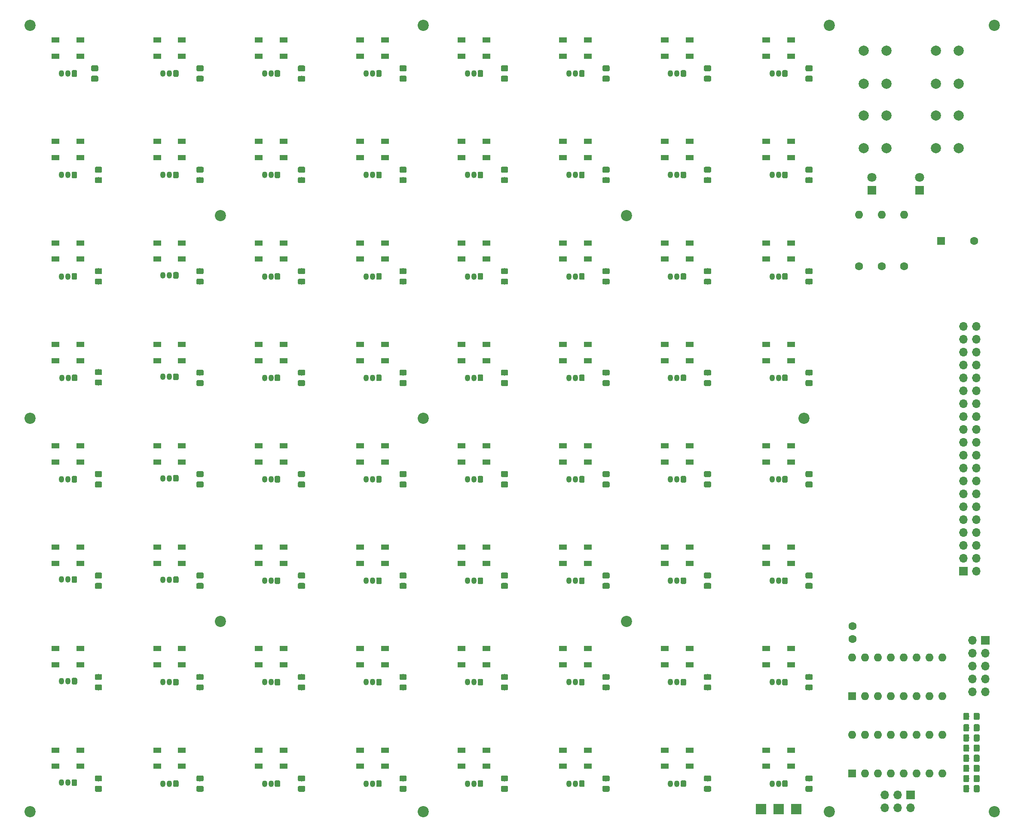
<source format=gbr>
%TF.GenerationSoftware,KiCad,Pcbnew,(5.1.4)-1*%
%TF.CreationDate,2021-06-18T22:58:37+05:30*%
%TF.ProjectId,board,626f6172-642e-46b6-9963-61645f706362,rev?*%
%TF.SameCoordinates,Original*%
%TF.FileFunction,Soldermask,Top*%
%TF.FilePolarity,Negative*%
%FSLAX46Y46*%
G04 Gerber Fmt 4.6, Leading zero omitted, Abs format (unit mm)*
G04 Created by KiCad (PCBNEW (5.1.4)-1) date 2021-06-18 22:58:37*
%MOMM*%
%LPD*%
G04 APERTURE LIST*
%ADD10C,0.100000*%
%ADD11C,1.150000*%
%ADD12C,2.000000*%
%ADD13O,1.700000X1.700000*%
%ADD14R,1.700000X1.700000*%
%ADD15R,1.500000X1.000000*%
%ADD16R,2.000000X2.000000*%
%ADD17C,2.200000*%
%ADD18C,1.050000*%
%ADD19O,1.050000X1.300000*%
%ADD20C,1.600000*%
%ADD21R,1.600000X1.600000*%
%ADD22O,1.600000X1.600000*%
%ADD23C,1.800000*%
%ADD24R,1.800000X1.800000*%
G04 APERTURE END LIST*
D10*
%TO.C,R11*%
G36*
X247324505Y-188051204D02*
G01*
X247348773Y-188054804D01*
X247372572Y-188060765D01*
X247395671Y-188069030D01*
X247417850Y-188079520D01*
X247438893Y-188092132D01*
X247458599Y-188106747D01*
X247476777Y-188123223D01*
X247493253Y-188141401D01*
X247507868Y-188161107D01*
X247520480Y-188182150D01*
X247530970Y-188204329D01*
X247539235Y-188227428D01*
X247545196Y-188251227D01*
X247548796Y-188275495D01*
X247550000Y-188299999D01*
X247550000Y-189200001D01*
X247548796Y-189224505D01*
X247545196Y-189248773D01*
X247539235Y-189272572D01*
X247530970Y-189295671D01*
X247520480Y-189317850D01*
X247507868Y-189338893D01*
X247493253Y-189358599D01*
X247476777Y-189376777D01*
X247458599Y-189393253D01*
X247438893Y-189407868D01*
X247417850Y-189420480D01*
X247395671Y-189430970D01*
X247372572Y-189439235D01*
X247348773Y-189445196D01*
X247324505Y-189448796D01*
X247300001Y-189450000D01*
X246649999Y-189450000D01*
X246625495Y-189448796D01*
X246601227Y-189445196D01*
X246577428Y-189439235D01*
X246554329Y-189430970D01*
X246532150Y-189420480D01*
X246511107Y-189407868D01*
X246491401Y-189393253D01*
X246473223Y-189376777D01*
X246456747Y-189358599D01*
X246442132Y-189338893D01*
X246429520Y-189317850D01*
X246419030Y-189295671D01*
X246410765Y-189272572D01*
X246404804Y-189248773D01*
X246401204Y-189224505D01*
X246400000Y-189200001D01*
X246400000Y-188299999D01*
X246401204Y-188275495D01*
X246404804Y-188251227D01*
X246410765Y-188227428D01*
X246419030Y-188204329D01*
X246429520Y-188182150D01*
X246442132Y-188161107D01*
X246456747Y-188141401D01*
X246473223Y-188123223D01*
X246491401Y-188106747D01*
X246511107Y-188092132D01*
X246532150Y-188079520D01*
X246554329Y-188069030D01*
X246577428Y-188060765D01*
X246601227Y-188054804D01*
X246625495Y-188051204D01*
X246649999Y-188050000D01*
X247300001Y-188050000D01*
X247324505Y-188051204D01*
X247324505Y-188051204D01*
G37*
D11*
X246975000Y-188750000D03*
D10*
G36*
X249374505Y-188051204D02*
G01*
X249398773Y-188054804D01*
X249422572Y-188060765D01*
X249445671Y-188069030D01*
X249467850Y-188079520D01*
X249488893Y-188092132D01*
X249508599Y-188106747D01*
X249526777Y-188123223D01*
X249543253Y-188141401D01*
X249557868Y-188161107D01*
X249570480Y-188182150D01*
X249580970Y-188204329D01*
X249589235Y-188227428D01*
X249595196Y-188251227D01*
X249598796Y-188275495D01*
X249600000Y-188299999D01*
X249600000Y-189200001D01*
X249598796Y-189224505D01*
X249595196Y-189248773D01*
X249589235Y-189272572D01*
X249580970Y-189295671D01*
X249570480Y-189317850D01*
X249557868Y-189338893D01*
X249543253Y-189358599D01*
X249526777Y-189376777D01*
X249508599Y-189393253D01*
X249488893Y-189407868D01*
X249467850Y-189420480D01*
X249445671Y-189430970D01*
X249422572Y-189439235D01*
X249398773Y-189445196D01*
X249374505Y-189448796D01*
X249350001Y-189450000D01*
X248699999Y-189450000D01*
X248675495Y-189448796D01*
X248651227Y-189445196D01*
X248627428Y-189439235D01*
X248604329Y-189430970D01*
X248582150Y-189420480D01*
X248561107Y-189407868D01*
X248541401Y-189393253D01*
X248523223Y-189376777D01*
X248506747Y-189358599D01*
X248492132Y-189338893D01*
X248479520Y-189317850D01*
X248469030Y-189295671D01*
X248460765Y-189272572D01*
X248454804Y-189248773D01*
X248451204Y-189224505D01*
X248450000Y-189200001D01*
X248450000Y-188299999D01*
X248451204Y-188275495D01*
X248454804Y-188251227D01*
X248460765Y-188227428D01*
X248469030Y-188204329D01*
X248479520Y-188182150D01*
X248492132Y-188161107D01*
X248506747Y-188141401D01*
X248523223Y-188123223D01*
X248541401Y-188106747D01*
X248561107Y-188092132D01*
X248582150Y-188079520D01*
X248604329Y-188069030D01*
X248627428Y-188060765D01*
X248651227Y-188054804D01*
X248675495Y-188051204D01*
X248699999Y-188050000D01*
X249350001Y-188050000D01*
X249374505Y-188051204D01*
X249374505Y-188051204D01*
G37*
D11*
X249025000Y-188750000D03*
%TD*%
D10*
%TO.C,R10*%
G36*
X247324505Y-190301204D02*
G01*
X247348773Y-190304804D01*
X247372572Y-190310765D01*
X247395671Y-190319030D01*
X247417850Y-190329520D01*
X247438893Y-190342132D01*
X247458599Y-190356747D01*
X247476777Y-190373223D01*
X247493253Y-190391401D01*
X247507868Y-190411107D01*
X247520480Y-190432150D01*
X247530970Y-190454329D01*
X247539235Y-190477428D01*
X247545196Y-190501227D01*
X247548796Y-190525495D01*
X247550000Y-190549999D01*
X247550000Y-191450001D01*
X247548796Y-191474505D01*
X247545196Y-191498773D01*
X247539235Y-191522572D01*
X247530970Y-191545671D01*
X247520480Y-191567850D01*
X247507868Y-191588893D01*
X247493253Y-191608599D01*
X247476777Y-191626777D01*
X247458599Y-191643253D01*
X247438893Y-191657868D01*
X247417850Y-191670480D01*
X247395671Y-191680970D01*
X247372572Y-191689235D01*
X247348773Y-191695196D01*
X247324505Y-191698796D01*
X247300001Y-191700000D01*
X246649999Y-191700000D01*
X246625495Y-191698796D01*
X246601227Y-191695196D01*
X246577428Y-191689235D01*
X246554329Y-191680970D01*
X246532150Y-191670480D01*
X246511107Y-191657868D01*
X246491401Y-191643253D01*
X246473223Y-191626777D01*
X246456747Y-191608599D01*
X246442132Y-191588893D01*
X246429520Y-191567850D01*
X246419030Y-191545671D01*
X246410765Y-191522572D01*
X246404804Y-191498773D01*
X246401204Y-191474505D01*
X246400000Y-191450001D01*
X246400000Y-190549999D01*
X246401204Y-190525495D01*
X246404804Y-190501227D01*
X246410765Y-190477428D01*
X246419030Y-190454329D01*
X246429520Y-190432150D01*
X246442132Y-190411107D01*
X246456747Y-190391401D01*
X246473223Y-190373223D01*
X246491401Y-190356747D01*
X246511107Y-190342132D01*
X246532150Y-190329520D01*
X246554329Y-190319030D01*
X246577428Y-190310765D01*
X246601227Y-190304804D01*
X246625495Y-190301204D01*
X246649999Y-190300000D01*
X247300001Y-190300000D01*
X247324505Y-190301204D01*
X247324505Y-190301204D01*
G37*
D11*
X246975000Y-191000000D03*
D10*
G36*
X249374505Y-190301204D02*
G01*
X249398773Y-190304804D01*
X249422572Y-190310765D01*
X249445671Y-190319030D01*
X249467850Y-190329520D01*
X249488893Y-190342132D01*
X249508599Y-190356747D01*
X249526777Y-190373223D01*
X249543253Y-190391401D01*
X249557868Y-190411107D01*
X249570480Y-190432150D01*
X249580970Y-190454329D01*
X249589235Y-190477428D01*
X249595196Y-190501227D01*
X249598796Y-190525495D01*
X249600000Y-190549999D01*
X249600000Y-191450001D01*
X249598796Y-191474505D01*
X249595196Y-191498773D01*
X249589235Y-191522572D01*
X249580970Y-191545671D01*
X249570480Y-191567850D01*
X249557868Y-191588893D01*
X249543253Y-191608599D01*
X249526777Y-191626777D01*
X249508599Y-191643253D01*
X249488893Y-191657868D01*
X249467850Y-191670480D01*
X249445671Y-191680970D01*
X249422572Y-191689235D01*
X249398773Y-191695196D01*
X249374505Y-191698796D01*
X249350001Y-191700000D01*
X248699999Y-191700000D01*
X248675495Y-191698796D01*
X248651227Y-191695196D01*
X248627428Y-191689235D01*
X248604329Y-191680970D01*
X248582150Y-191670480D01*
X248561107Y-191657868D01*
X248541401Y-191643253D01*
X248523223Y-191626777D01*
X248506747Y-191608599D01*
X248492132Y-191588893D01*
X248479520Y-191567850D01*
X248469030Y-191545671D01*
X248460765Y-191522572D01*
X248454804Y-191498773D01*
X248451204Y-191474505D01*
X248450000Y-191450001D01*
X248450000Y-190549999D01*
X248451204Y-190525495D01*
X248454804Y-190501227D01*
X248460765Y-190477428D01*
X248469030Y-190454329D01*
X248479520Y-190432150D01*
X248492132Y-190411107D01*
X248506747Y-190391401D01*
X248523223Y-190373223D01*
X248541401Y-190356747D01*
X248561107Y-190342132D01*
X248582150Y-190329520D01*
X248604329Y-190319030D01*
X248627428Y-190310765D01*
X248651227Y-190304804D01*
X248675495Y-190301204D01*
X248699999Y-190300000D01*
X249350001Y-190300000D01*
X249374505Y-190301204D01*
X249374505Y-190301204D01*
G37*
D11*
X249025000Y-191000000D03*
%TD*%
D10*
%TO.C,R9*%
G36*
X247324505Y-192301204D02*
G01*
X247348773Y-192304804D01*
X247372572Y-192310765D01*
X247395671Y-192319030D01*
X247417850Y-192329520D01*
X247438893Y-192342132D01*
X247458599Y-192356747D01*
X247476777Y-192373223D01*
X247493253Y-192391401D01*
X247507868Y-192411107D01*
X247520480Y-192432150D01*
X247530970Y-192454329D01*
X247539235Y-192477428D01*
X247545196Y-192501227D01*
X247548796Y-192525495D01*
X247550000Y-192549999D01*
X247550000Y-193450001D01*
X247548796Y-193474505D01*
X247545196Y-193498773D01*
X247539235Y-193522572D01*
X247530970Y-193545671D01*
X247520480Y-193567850D01*
X247507868Y-193588893D01*
X247493253Y-193608599D01*
X247476777Y-193626777D01*
X247458599Y-193643253D01*
X247438893Y-193657868D01*
X247417850Y-193670480D01*
X247395671Y-193680970D01*
X247372572Y-193689235D01*
X247348773Y-193695196D01*
X247324505Y-193698796D01*
X247300001Y-193700000D01*
X246649999Y-193700000D01*
X246625495Y-193698796D01*
X246601227Y-193695196D01*
X246577428Y-193689235D01*
X246554329Y-193680970D01*
X246532150Y-193670480D01*
X246511107Y-193657868D01*
X246491401Y-193643253D01*
X246473223Y-193626777D01*
X246456747Y-193608599D01*
X246442132Y-193588893D01*
X246429520Y-193567850D01*
X246419030Y-193545671D01*
X246410765Y-193522572D01*
X246404804Y-193498773D01*
X246401204Y-193474505D01*
X246400000Y-193450001D01*
X246400000Y-192549999D01*
X246401204Y-192525495D01*
X246404804Y-192501227D01*
X246410765Y-192477428D01*
X246419030Y-192454329D01*
X246429520Y-192432150D01*
X246442132Y-192411107D01*
X246456747Y-192391401D01*
X246473223Y-192373223D01*
X246491401Y-192356747D01*
X246511107Y-192342132D01*
X246532150Y-192329520D01*
X246554329Y-192319030D01*
X246577428Y-192310765D01*
X246601227Y-192304804D01*
X246625495Y-192301204D01*
X246649999Y-192300000D01*
X247300001Y-192300000D01*
X247324505Y-192301204D01*
X247324505Y-192301204D01*
G37*
D11*
X246975000Y-193000000D03*
D10*
G36*
X249374505Y-192301204D02*
G01*
X249398773Y-192304804D01*
X249422572Y-192310765D01*
X249445671Y-192319030D01*
X249467850Y-192329520D01*
X249488893Y-192342132D01*
X249508599Y-192356747D01*
X249526777Y-192373223D01*
X249543253Y-192391401D01*
X249557868Y-192411107D01*
X249570480Y-192432150D01*
X249580970Y-192454329D01*
X249589235Y-192477428D01*
X249595196Y-192501227D01*
X249598796Y-192525495D01*
X249600000Y-192549999D01*
X249600000Y-193450001D01*
X249598796Y-193474505D01*
X249595196Y-193498773D01*
X249589235Y-193522572D01*
X249580970Y-193545671D01*
X249570480Y-193567850D01*
X249557868Y-193588893D01*
X249543253Y-193608599D01*
X249526777Y-193626777D01*
X249508599Y-193643253D01*
X249488893Y-193657868D01*
X249467850Y-193670480D01*
X249445671Y-193680970D01*
X249422572Y-193689235D01*
X249398773Y-193695196D01*
X249374505Y-193698796D01*
X249350001Y-193700000D01*
X248699999Y-193700000D01*
X248675495Y-193698796D01*
X248651227Y-193695196D01*
X248627428Y-193689235D01*
X248604329Y-193680970D01*
X248582150Y-193670480D01*
X248561107Y-193657868D01*
X248541401Y-193643253D01*
X248523223Y-193626777D01*
X248506747Y-193608599D01*
X248492132Y-193588893D01*
X248479520Y-193567850D01*
X248469030Y-193545671D01*
X248460765Y-193522572D01*
X248454804Y-193498773D01*
X248451204Y-193474505D01*
X248450000Y-193450001D01*
X248450000Y-192549999D01*
X248451204Y-192525495D01*
X248454804Y-192501227D01*
X248460765Y-192477428D01*
X248469030Y-192454329D01*
X248479520Y-192432150D01*
X248492132Y-192411107D01*
X248506747Y-192391401D01*
X248523223Y-192373223D01*
X248541401Y-192356747D01*
X248561107Y-192342132D01*
X248582150Y-192329520D01*
X248604329Y-192319030D01*
X248627428Y-192310765D01*
X248651227Y-192304804D01*
X248675495Y-192301204D01*
X248699999Y-192300000D01*
X249350001Y-192300000D01*
X249374505Y-192301204D01*
X249374505Y-192301204D01*
G37*
D11*
X249025000Y-193000000D03*
%TD*%
D10*
%TO.C,R8*%
G36*
X247324505Y-194301204D02*
G01*
X247348773Y-194304804D01*
X247372572Y-194310765D01*
X247395671Y-194319030D01*
X247417850Y-194329520D01*
X247438893Y-194342132D01*
X247458599Y-194356747D01*
X247476777Y-194373223D01*
X247493253Y-194391401D01*
X247507868Y-194411107D01*
X247520480Y-194432150D01*
X247530970Y-194454329D01*
X247539235Y-194477428D01*
X247545196Y-194501227D01*
X247548796Y-194525495D01*
X247550000Y-194549999D01*
X247550000Y-195450001D01*
X247548796Y-195474505D01*
X247545196Y-195498773D01*
X247539235Y-195522572D01*
X247530970Y-195545671D01*
X247520480Y-195567850D01*
X247507868Y-195588893D01*
X247493253Y-195608599D01*
X247476777Y-195626777D01*
X247458599Y-195643253D01*
X247438893Y-195657868D01*
X247417850Y-195670480D01*
X247395671Y-195680970D01*
X247372572Y-195689235D01*
X247348773Y-195695196D01*
X247324505Y-195698796D01*
X247300001Y-195700000D01*
X246649999Y-195700000D01*
X246625495Y-195698796D01*
X246601227Y-195695196D01*
X246577428Y-195689235D01*
X246554329Y-195680970D01*
X246532150Y-195670480D01*
X246511107Y-195657868D01*
X246491401Y-195643253D01*
X246473223Y-195626777D01*
X246456747Y-195608599D01*
X246442132Y-195588893D01*
X246429520Y-195567850D01*
X246419030Y-195545671D01*
X246410765Y-195522572D01*
X246404804Y-195498773D01*
X246401204Y-195474505D01*
X246400000Y-195450001D01*
X246400000Y-194549999D01*
X246401204Y-194525495D01*
X246404804Y-194501227D01*
X246410765Y-194477428D01*
X246419030Y-194454329D01*
X246429520Y-194432150D01*
X246442132Y-194411107D01*
X246456747Y-194391401D01*
X246473223Y-194373223D01*
X246491401Y-194356747D01*
X246511107Y-194342132D01*
X246532150Y-194329520D01*
X246554329Y-194319030D01*
X246577428Y-194310765D01*
X246601227Y-194304804D01*
X246625495Y-194301204D01*
X246649999Y-194300000D01*
X247300001Y-194300000D01*
X247324505Y-194301204D01*
X247324505Y-194301204D01*
G37*
D11*
X246975000Y-195000000D03*
D10*
G36*
X249374505Y-194301204D02*
G01*
X249398773Y-194304804D01*
X249422572Y-194310765D01*
X249445671Y-194319030D01*
X249467850Y-194329520D01*
X249488893Y-194342132D01*
X249508599Y-194356747D01*
X249526777Y-194373223D01*
X249543253Y-194391401D01*
X249557868Y-194411107D01*
X249570480Y-194432150D01*
X249580970Y-194454329D01*
X249589235Y-194477428D01*
X249595196Y-194501227D01*
X249598796Y-194525495D01*
X249600000Y-194549999D01*
X249600000Y-195450001D01*
X249598796Y-195474505D01*
X249595196Y-195498773D01*
X249589235Y-195522572D01*
X249580970Y-195545671D01*
X249570480Y-195567850D01*
X249557868Y-195588893D01*
X249543253Y-195608599D01*
X249526777Y-195626777D01*
X249508599Y-195643253D01*
X249488893Y-195657868D01*
X249467850Y-195670480D01*
X249445671Y-195680970D01*
X249422572Y-195689235D01*
X249398773Y-195695196D01*
X249374505Y-195698796D01*
X249350001Y-195700000D01*
X248699999Y-195700000D01*
X248675495Y-195698796D01*
X248651227Y-195695196D01*
X248627428Y-195689235D01*
X248604329Y-195680970D01*
X248582150Y-195670480D01*
X248561107Y-195657868D01*
X248541401Y-195643253D01*
X248523223Y-195626777D01*
X248506747Y-195608599D01*
X248492132Y-195588893D01*
X248479520Y-195567850D01*
X248469030Y-195545671D01*
X248460765Y-195522572D01*
X248454804Y-195498773D01*
X248451204Y-195474505D01*
X248450000Y-195450001D01*
X248450000Y-194549999D01*
X248451204Y-194525495D01*
X248454804Y-194501227D01*
X248460765Y-194477428D01*
X248469030Y-194454329D01*
X248479520Y-194432150D01*
X248492132Y-194411107D01*
X248506747Y-194391401D01*
X248523223Y-194373223D01*
X248541401Y-194356747D01*
X248561107Y-194342132D01*
X248582150Y-194329520D01*
X248604329Y-194319030D01*
X248627428Y-194310765D01*
X248651227Y-194304804D01*
X248675495Y-194301204D01*
X248699999Y-194300000D01*
X249350001Y-194300000D01*
X249374505Y-194301204D01*
X249374505Y-194301204D01*
G37*
D11*
X249025000Y-195000000D03*
%TD*%
D10*
%TO.C,R7*%
G36*
X247324505Y-196301204D02*
G01*
X247348773Y-196304804D01*
X247372572Y-196310765D01*
X247395671Y-196319030D01*
X247417850Y-196329520D01*
X247438893Y-196342132D01*
X247458599Y-196356747D01*
X247476777Y-196373223D01*
X247493253Y-196391401D01*
X247507868Y-196411107D01*
X247520480Y-196432150D01*
X247530970Y-196454329D01*
X247539235Y-196477428D01*
X247545196Y-196501227D01*
X247548796Y-196525495D01*
X247550000Y-196549999D01*
X247550000Y-197450001D01*
X247548796Y-197474505D01*
X247545196Y-197498773D01*
X247539235Y-197522572D01*
X247530970Y-197545671D01*
X247520480Y-197567850D01*
X247507868Y-197588893D01*
X247493253Y-197608599D01*
X247476777Y-197626777D01*
X247458599Y-197643253D01*
X247438893Y-197657868D01*
X247417850Y-197670480D01*
X247395671Y-197680970D01*
X247372572Y-197689235D01*
X247348773Y-197695196D01*
X247324505Y-197698796D01*
X247300001Y-197700000D01*
X246649999Y-197700000D01*
X246625495Y-197698796D01*
X246601227Y-197695196D01*
X246577428Y-197689235D01*
X246554329Y-197680970D01*
X246532150Y-197670480D01*
X246511107Y-197657868D01*
X246491401Y-197643253D01*
X246473223Y-197626777D01*
X246456747Y-197608599D01*
X246442132Y-197588893D01*
X246429520Y-197567850D01*
X246419030Y-197545671D01*
X246410765Y-197522572D01*
X246404804Y-197498773D01*
X246401204Y-197474505D01*
X246400000Y-197450001D01*
X246400000Y-196549999D01*
X246401204Y-196525495D01*
X246404804Y-196501227D01*
X246410765Y-196477428D01*
X246419030Y-196454329D01*
X246429520Y-196432150D01*
X246442132Y-196411107D01*
X246456747Y-196391401D01*
X246473223Y-196373223D01*
X246491401Y-196356747D01*
X246511107Y-196342132D01*
X246532150Y-196329520D01*
X246554329Y-196319030D01*
X246577428Y-196310765D01*
X246601227Y-196304804D01*
X246625495Y-196301204D01*
X246649999Y-196300000D01*
X247300001Y-196300000D01*
X247324505Y-196301204D01*
X247324505Y-196301204D01*
G37*
D11*
X246975000Y-197000000D03*
D10*
G36*
X249374505Y-196301204D02*
G01*
X249398773Y-196304804D01*
X249422572Y-196310765D01*
X249445671Y-196319030D01*
X249467850Y-196329520D01*
X249488893Y-196342132D01*
X249508599Y-196356747D01*
X249526777Y-196373223D01*
X249543253Y-196391401D01*
X249557868Y-196411107D01*
X249570480Y-196432150D01*
X249580970Y-196454329D01*
X249589235Y-196477428D01*
X249595196Y-196501227D01*
X249598796Y-196525495D01*
X249600000Y-196549999D01*
X249600000Y-197450001D01*
X249598796Y-197474505D01*
X249595196Y-197498773D01*
X249589235Y-197522572D01*
X249580970Y-197545671D01*
X249570480Y-197567850D01*
X249557868Y-197588893D01*
X249543253Y-197608599D01*
X249526777Y-197626777D01*
X249508599Y-197643253D01*
X249488893Y-197657868D01*
X249467850Y-197670480D01*
X249445671Y-197680970D01*
X249422572Y-197689235D01*
X249398773Y-197695196D01*
X249374505Y-197698796D01*
X249350001Y-197700000D01*
X248699999Y-197700000D01*
X248675495Y-197698796D01*
X248651227Y-197695196D01*
X248627428Y-197689235D01*
X248604329Y-197680970D01*
X248582150Y-197670480D01*
X248561107Y-197657868D01*
X248541401Y-197643253D01*
X248523223Y-197626777D01*
X248506747Y-197608599D01*
X248492132Y-197588893D01*
X248479520Y-197567850D01*
X248469030Y-197545671D01*
X248460765Y-197522572D01*
X248454804Y-197498773D01*
X248451204Y-197474505D01*
X248450000Y-197450001D01*
X248450000Y-196549999D01*
X248451204Y-196525495D01*
X248454804Y-196501227D01*
X248460765Y-196477428D01*
X248469030Y-196454329D01*
X248479520Y-196432150D01*
X248492132Y-196411107D01*
X248506747Y-196391401D01*
X248523223Y-196373223D01*
X248541401Y-196356747D01*
X248561107Y-196342132D01*
X248582150Y-196329520D01*
X248604329Y-196319030D01*
X248627428Y-196310765D01*
X248651227Y-196304804D01*
X248675495Y-196301204D01*
X248699999Y-196300000D01*
X249350001Y-196300000D01*
X249374505Y-196301204D01*
X249374505Y-196301204D01*
G37*
D11*
X249025000Y-197000000D03*
%TD*%
D10*
%TO.C,R6*%
G36*
X247324505Y-198301204D02*
G01*
X247348773Y-198304804D01*
X247372572Y-198310765D01*
X247395671Y-198319030D01*
X247417850Y-198329520D01*
X247438893Y-198342132D01*
X247458599Y-198356747D01*
X247476777Y-198373223D01*
X247493253Y-198391401D01*
X247507868Y-198411107D01*
X247520480Y-198432150D01*
X247530970Y-198454329D01*
X247539235Y-198477428D01*
X247545196Y-198501227D01*
X247548796Y-198525495D01*
X247550000Y-198549999D01*
X247550000Y-199450001D01*
X247548796Y-199474505D01*
X247545196Y-199498773D01*
X247539235Y-199522572D01*
X247530970Y-199545671D01*
X247520480Y-199567850D01*
X247507868Y-199588893D01*
X247493253Y-199608599D01*
X247476777Y-199626777D01*
X247458599Y-199643253D01*
X247438893Y-199657868D01*
X247417850Y-199670480D01*
X247395671Y-199680970D01*
X247372572Y-199689235D01*
X247348773Y-199695196D01*
X247324505Y-199698796D01*
X247300001Y-199700000D01*
X246649999Y-199700000D01*
X246625495Y-199698796D01*
X246601227Y-199695196D01*
X246577428Y-199689235D01*
X246554329Y-199680970D01*
X246532150Y-199670480D01*
X246511107Y-199657868D01*
X246491401Y-199643253D01*
X246473223Y-199626777D01*
X246456747Y-199608599D01*
X246442132Y-199588893D01*
X246429520Y-199567850D01*
X246419030Y-199545671D01*
X246410765Y-199522572D01*
X246404804Y-199498773D01*
X246401204Y-199474505D01*
X246400000Y-199450001D01*
X246400000Y-198549999D01*
X246401204Y-198525495D01*
X246404804Y-198501227D01*
X246410765Y-198477428D01*
X246419030Y-198454329D01*
X246429520Y-198432150D01*
X246442132Y-198411107D01*
X246456747Y-198391401D01*
X246473223Y-198373223D01*
X246491401Y-198356747D01*
X246511107Y-198342132D01*
X246532150Y-198329520D01*
X246554329Y-198319030D01*
X246577428Y-198310765D01*
X246601227Y-198304804D01*
X246625495Y-198301204D01*
X246649999Y-198300000D01*
X247300001Y-198300000D01*
X247324505Y-198301204D01*
X247324505Y-198301204D01*
G37*
D11*
X246975000Y-199000000D03*
D10*
G36*
X249374505Y-198301204D02*
G01*
X249398773Y-198304804D01*
X249422572Y-198310765D01*
X249445671Y-198319030D01*
X249467850Y-198329520D01*
X249488893Y-198342132D01*
X249508599Y-198356747D01*
X249526777Y-198373223D01*
X249543253Y-198391401D01*
X249557868Y-198411107D01*
X249570480Y-198432150D01*
X249580970Y-198454329D01*
X249589235Y-198477428D01*
X249595196Y-198501227D01*
X249598796Y-198525495D01*
X249600000Y-198549999D01*
X249600000Y-199450001D01*
X249598796Y-199474505D01*
X249595196Y-199498773D01*
X249589235Y-199522572D01*
X249580970Y-199545671D01*
X249570480Y-199567850D01*
X249557868Y-199588893D01*
X249543253Y-199608599D01*
X249526777Y-199626777D01*
X249508599Y-199643253D01*
X249488893Y-199657868D01*
X249467850Y-199670480D01*
X249445671Y-199680970D01*
X249422572Y-199689235D01*
X249398773Y-199695196D01*
X249374505Y-199698796D01*
X249350001Y-199700000D01*
X248699999Y-199700000D01*
X248675495Y-199698796D01*
X248651227Y-199695196D01*
X248627428Y-199689235D01*
X248604329Y-199680970D01*
X248582150Y-199670480D01*
X248561107Y-199657868D01*
X248541401Y-199643253D01*
X248523223Y-199626777D01*
X248506747Y-199608599D01*
X248492132Y-199588893D01*
X248479520Y-199567850D01*
X248469030Y-199545671D01*
X248460765Y-199522572D01*
X248454804Y-199498773D01*
X248451204Y-199474505D01*
X248450000Y-199450001D01*
X248450000Y-198549999D01*
X248451204Y-198525495D01*
X248454804Y-198501227D01*
X248460765Y-198477428D01*
X248469030Y-198454329D01*
X248479520Y-198432150D01*
X248492132Y-198411107D01*
X248506747Y-198391401D01*
X248523223Y-198373223D01*
X248541401Y-198356747D01*
X248561107Y-198342132D01*
X248582150Y-198329520D01*
X248604329Y-198319030D01*
X248627428Y-198310765D01*
X248651227Y-198304804D01*
X248675495Y-198301204D01*
X248699999Y-198300000D01*
X249350001Y-198300000D01*
X249374505Y-198301204D01*
X249374505Y-198301204D01*
G37*
D11*
X249025000Y-199000000D03*
%TD*%
D10*
%TO.C,R5*%
G36*
X247324505Y-200301204D02*
G01*
X247348773Y-200304804D01*
X247372572Y-200310765D01*
X247395671Y-200319030D01*
X247417850Y-200329520D01*
X247438893Y-200342132D01*
X247458599Y-200356747D01*
X247476777Y-200373223D01*
X247493253Y-200391401D01*
X247507868Y-200411107D01*
X247520480Y-200432150D01*
X247530970Y-200454329D01*
X247539235Y-200477428D01*
X247545196Y-200501227D01*
X247548796Y-200525495D01*
X247550000Y-200549999D01*
X247550000Y-201450001D01*
X247548796Y-201474505D01*
X247545196Y-201498773D01*
X247539235Y-201522572D01*
X247530970Y-201545671D01*
X247520480Y-201567850D01*
X247507868Y-201588893D01*
X247493253Y-201608599D01*
X247476777Y-201626777D01*
X247458599Y-201643253D01*
X247438893Y-201657868D01*
X247417850Y-201670480D01*
X247395671Y-201680970D01*
X247372572Y-201689235D01*
X247348773Y-201695196D01*
X247324505Y-201698796D01*
X247300001Y-201700000D01*
X246649999Y-201700000D01*
X246625495Y-201698796D01*
X246601227Y-201695196D01*
X246577428Y-201689235D01*
X246554329Y-201680970D01*
X246532150Y-201670480D01*
X246511107Y-201657868D01*
X246491401Y-201643253D01*
X246473223Y-201626777D01*
X246456747Y-201608599D01*
X246442132Y-201588893D01*
X246429520Y-201567850D01*
X246419030Y-201545671D01*
X246410765Y-201522572D01*
X246404804Y-201498773D01*
X246401204Y-201474505D01*
X246400000Y-201450001D01*
X246400000Y-200549999D01*
X246401204Y-200525495D01*
X246404804Y-200501227D01*
X246410765Y-200477428D01*
X246419030Y-200454329D01*
X246429520Y-200432150D01*
X246442132Y-200411107D01*
X246456747Y-200391401D01*
X246473223Y-200373223D01*
X246491401Y-200356747D01*
X246511107Y-200342132D01*
X246532150Y-200329520D01*
X246554329Y-200319030D01*
X246577428Y-200310765D01*
X246601227Y-200304804D01*
X246625495Y-200301204D01*
X246649999Y-200300000D01*
X247300001Y-200300000D01*
X247324505Y-200301204D01*
X247324505Y-200301204D01*
G37*
D11*
X246975000Y-201000000D03*
D10*
G36*
X249374505Y-200301204D02*
G01*
X249398773Y-200304804D01*
X249422572Y-200310765D01*
X249445671Y-200319030D01*
X249467850Y-200329520D01*
X249488893Y-200342132D01*
X249508599Y-200356747D01*
X249526777Y-200373223D01*
X249543253Y-200391401D01*
X249557868Y-200411107D01*
X249570480Y-200432150D01*
X249580970Y-200454329D01*
X249589235Y-200477428D01*
X249595196Y-200501227D01*
X249598796Y-200525495D01*
X249600000Y-200549999D01*
X249600000Y-201450001D01*
X249598796Y-201474505D01*
X249595196Y-201498773D01*
X249589235Y-201522572D01*
X249580970Y-201545671D01*
X249570480Y-201567850D01*
X249557868Y-201588893D01*
X249543253Y-201608599D01*
X249526777Y-201626777D01*
X249508599Y-201643253D01*
X249488893Y-201657868D01*
X249467850Y-201670480D01*
X249445671Y-201680970D01*
X249422572Y-201689235D01*
X249398773Y-201695196D01*
X249374505Y-201698796D01*
X249350001Y-201700000D01*
X248699999Y-201700000D01*
X248675495Y-201698796D01*
X248651227Y-201695196D01*
X248627428Y-201689235D01*
X248604329Y-201680970D01*
X248582150Y-201670480D01*
X248561107Y-201657868D01*
X248541401Y-201643253D01*
X248523223Y-201626777D01*
X248506747Y-201608599D01*
X248492132Y-201588893D01*
X248479520Y-201567850D01*
X248469030Y-201545671D01*
X248460765Y-201522572D01*
X248454804Y-201498773D01*
X248451204Y-201474505D01*
X248450000Y-201450001D01*
X248450000Y-200549999D01*
X248451204Y-200525495D01*
X248454804Y-200501227D01*
X248460765Y-200477428D01*
X248469030Y-200454329D01*
X248479520Y-200432150D01*
X248492132Y-200411107D01*
X248506747Y-200391401D01*
X248523223Y-200373223D01*
X248541401Y-200356747D01*
X248561107Y-200342132D01*
X248582150Y-200329520D01*
X248604329Y-200319030D01*
X248627428Y-200310765D01*
X248651227Y-200304804D01*
X248675495Y-200301204D01*
X248699999Y-200300000D01*
X249350001Y-200300000D01*
X249374505Y-200301204D01*
X249374505Y-200301204D01*
G37*
D11*
X249025000Y-201000000D03*
%TD*%
D10*
%TO.C,R4*%
G36*
X247324505Y-202301204D02*
G01*
X247348773Y-202304804D01*
X247372572Y-202310765D01*
X247395671Y-202319030D01*
X247417850Y-202329520D01*
X247438893Y-202342132D01*
X247458599Y-202356747D01*
X247476777Y-202373223D01*
X247493253Y-202391401D01*
X247507868Y-202411107D01*
X247520480Y-202432150D01*
X247530970Y-202454329D01*
X247539235Y-202477428D01*
X247545196Y-202501227D01*
X247548796Y-202525495D01*
X247550000Y-202549999D01*
X247550000Y-203450001D01*
X247548796Y-203474505D01*
X247545196Y-203498773D01*
X247539235Y-203522572D01*
X247530970Y-203545671D01*
X247520480Y-203567850D01*
X247507868Y-203588893D01*
X247493253Y-203608599D01*
X247476777Y-203626777D01*
X247458599Y-203643253D01*
X247438893Y-203657868D01*
X247417850Y-203670480D01*
X247395671Y-203680970D01*
X247372572Y-203689235D01*
X247348773Y-203695196D01*
X247324505Y-203698796D01*
X247300001Y-203700000D01*
X246649999Y-203700000D01*
X246625495Y-203698796D01*
X246601227Y-203695196D01*
X246577428Y-203689235D01*
X246554329Y-203680970D01*
X246532150Y-203670480D01*
X246511107Y-203657868D01*
X246491401Y-203643253D01*
X246473223Y-203626777D01*
X246456747Y-203608599D01*
X246442132Y-203588893D01*
X246429520Y-203567850D01*
X246419030Y-203545671D01*
X246410765Y-203522572D01*
X246404804Y-203498773D01*
X246401204Y-203474505D01*
X246400000Y-203450001D01*
X246400000Y-202549999D01*
X246401204Y-202525495D01*
X246404804Y-202501227D01*
X246410765Y-202477428D01*
X246419030Y-202454329D01*
X246429520Y-202432150D01*
X246442132Y-202411107D01*
X246456747Y-202391401D01*
X246473223Y-202373223D01*
X246491401Y-202356747D01*
X246511107Y-202342132D01*
X246532150Y-202329520D01*
X246554329Y-202319030D01*
X246577428Y-202310765D01*
X246601227Y-202304804D01*
X246625495Y-202301204D01*
X246649999Y-202300000D01*
X247300001Y-202300000D01*
X247324505Y-202301204D01*
X247324505Y-202301204D01*
G37*
D11*
X246975000Y-203000000D03*
D10*
G36*
X249374505Y-202301204D02*
G01*
X249398773Y-202304804D01*
X249422572Y-202310765D01*
X249445671Y-202319030D01*
X249467850Y-202329520D01*
X249488893Y-202342132D01*
X249508599Y-202356747D01*
X249526777Y-202373223D01*
X249543253Y-202391401D01*
X249557868Y-202411107D01*
X249570480Y-202432150D01*
X249580970Y-202454329D01*
X249589235Y-202477428D01*
X249595196Y-202501227D01*
X249598796Y-202525495D01*
X249600000Y-202549999D01*
X249600000Y-203450001D01*
X249598796Y-203474505D01*
X249595196Y-203498773D01*
X249589235Y-203522572D01*
X249580970Y-203545671D01*
X249570480Y-203567850D01*
X249557868Y-203588893D01*
X249543253Y-203608599D01*
X249526777Y-203626777D01*
X249508599Y-203643253D01*
X249488893Y-203657868D01*
X249467850Y-203670480D01*
X249445671Y-203680970D01*
X249422572Y-203689235D01*
X249398773Y-203695196D01*
X249374505Y-203698796D01*
X249350001Y-203700000D01*
X248699999Y-203700000D01*
X248675495Y-203698796D01*
X248651227Y-203695196D01*
X248627428Y-203689235D01*
X248604329Y-203680970D01*
X248582150Y-203670480D01*
X248561107Y-203657868D01*
X248541401Y-203643253D01*
X248523223Y-203626777D01*
X248506747Y-203608599D01*
X248492132Y-203588893D01*
X248479520Y-203567850D01*
X248469030Y-203545671D01*
X248460765Y-203522572D01*
X248454804Y-203498773D01*
X248451204Y-203474505D01*
X248450000Y-203450001D01*
X248450000Y-202549999D01*
X248451204Y-202525495D01*
X248454804Y-202501227D01*
X248460765Y-202477428D01*
X248469030Y-202454329D01*
X248479520Y-202432150D01*
X248492132Y-202411107D01*
X248506747Y-202391401D01*
X248523223Y-202373223D01*
X248541401Y-202356747D01*
X248561107Y-202342132D01*
X248582150Y-202329520D01*
X248604329Y-202319030D01*
X248627428Y-202310765D01*
X248651227Y-202304804D01*
X248675495Y-202301204D01*
X248699999Y-202300000D01*
X249350001Y-202300000D01*
X249374505Y-202301204D01*
X249374505Y-202301204D01*
G37*
D11*
X249025000Y-203000000D03*
%TD*%
D12*
%TO.C,SW4*%
X241000000Y-57500000D03*
X245500000Y-57500000D03*
X241000000Y-64000000D03*
X245500000Y-64000000D03*
%TD*%
D13*
%TO.C,e1*%
X248210000Y-183910000D03*
X250750000Y-183910000D03*
X248210000Y-181370000D03*
X250750000Y-181370000D03*
X248210000Y-178830000D03*
X250750000Y-178830000D03*
X248210000Y-176290000D03*
X250750000Y-176290000D03*
X248210000Y-173750000D03*
D14*
X250750000Y-173750000D03*
%TD*%
D15*
%TO.C,D16*%
X127550000Y-55400000D03*
X127550000Y-58600000D03*
X132450000Y-55400000D03*
X132450000Y-58600000D03*
%TD*%
D16*
%TO.C,TP3*%
X206500000Y-207000000D03*
%TD*%
%TO.C,TP2*%
X213500000Y-207000000D03*
%TD*%
%TO.C,TP1*%
X210000000Y-207000000D03*
%TD*%
D17*
%TO.C,H15*%
X140000000Y-130000000D03*
%TD*%
%TO.C,H14*%
X180000000Y-170000000D03*
%TD*%
%TO.C,H13*%
X100000000Y-90000000D03*
%TD*%
%TO.C,H12*%
X100000000Y-170000000D03*
%TD*%
%TO.C,H11*%
X180000000Y-90000000D03*
%TD*%
D10*
%TO.C,U66*%
G36*
X211549594Y-201351203D02*
G01*
X211573853Y-201354802D01*
X211597642Y-201360761D01*
X211620733Y-201369023D01*
X211642902Y-201379508D01*
X211663937Y-201392116D01*
X211683635Y-201406725D01*
X211701806Y-201423194D01*
X211718275Y-201441365D01*
X211732884Y-201461063D01*
X211745492Y-201482098D01*
X211755977Y-201504267D01*
X211764239Y-201527358D01*
X211770198Y-201551147D01*
X211773797Y-201575406D01*
X211775000Y-201599900D01*
X211775000Y-202400100D01*
X211773797Y-202424594D01*
X211770198Y-202448853D01*
X211764239Y-202472642D01*
X211755977Y-202495733D01*
X211745492Y-202517902D01*
X211732884Y-202538937D01*
X211718275Y-202558635D01*
X211701806Y-202576806D01*
X211683635Y-202593275D01*
X211663937Y-202607884D01*
X211642902Y-202620492D01*
X211620733Y-202630977D01*
X211597642Y-202639239D01*
X211573853Y-202645198D01*
X211549594Y-202648797D01*
X211525100Y-202650000D01*
X210974900Y-202650000D01*
X210950406Y-202648797D01*
X210926147Y-202645198D01*
X210902358Y-202639239D01*
X210879267Y-202630977D01*
X210857098Y-202620492D01*
X210836063Y-202607884D01*
X210816365Y-202593275D01*
X210798194Y-202576806D01*
X210781725Y-202558635D01*
X210767116Y-202538937D01*
X210754508Y-202517902D01*
X210744023Y-202495733D01*
X210735761Y-202472642D01*
X210729802Y-202448853D01*
X210726203Y-202424594D01*
X210725000Y-202400100D01*
X210725000Y-201599900D01*
X210726203Y-201575406D01*
X210729802Y-201551147D01*
X210735761Y-201527358D01*
X210744023Y-201504267D01*
X210754508Y-201482098D01*
X210767116Y-201461063D01*
X210781725Y-201441365D01*
X210798194Y-201423194D01*
X210816365Y-201406725D01*
X210836063Y-201392116D01*
X210857098Y-201379508D01*
X210879267Y-201369023D01*
X210902358Y-201360761D01*
X210926147Y-201354802D01*
X210950406Y-201351203D01*
X210974900Y-201350000D01*
X211525100Y-201350000D01*
X211549594Y-201351203D01*
X211549594Y-201351203D01*
G37*
D18*
X211250000Y-202000000D03*
D19*
X208710000Y-202000000D03*
X209980000Y-202000000D03*
%TD*%
D10*
%TO.C,U65*%
G36*
X211549594Y-181351203D02*
G01*
X211573853Y-181354802D01*
X211597642Y-181360761D01*
X211620733Y-181369023D01*
X211642902Y-181379508D01*
X211663937Y-181392116D01*
X211683635Y-181406725D01*
X211701806Y-181423194D01*
X211718275Y-181441365D01*
X211732884Y-181461063D01*
X211745492Y-181482098D01*
X211755977Y-181504267D01*
X211764239Y-181527358D01*
X211770198Y-181551147D01*
X211773797Y-181575406D01*
X211775000Y-181599900D01*
X211775000Y-182400100D01*
X211773797Y-182424594D01*
X211770198Y-182448853D01*
X211764239Y-182472642D01*
X211755977Y-182495733D01*
X211745492Y-182517902D01*
X211732884Y-182538937D01*
X211718275Y-182558635D01*
X211701806Y-182576806D01*
X211683635Y-182593275D01*
X211663937Y-182607884D01*
X211642902Y-182620492D01*
X211620733Y-182630977D01*
X211597642Y-182639239D01*
X211573853Y-182645198D01*
X211549594Y-182648797D01*
X211525100Y-182650000D01*
X210974900Y-182650000D01*
X210950406Y-182648797D01*
X210926147Y-182645198D01*
X210902358Y-182639239D01*
X210879267Y-182630977D01*
X210857098Y-182620492D01*
X210836063Y-182607884D01*
X210816365Y-182593275D01*
X210798194Y-182576806D01*
X210781725Y-182558635D01*
X210767116Y-182538937D01*
X210754508Y-182517902D01*
X210744023Y-182495733D01*
X210735761Y-182472642D01*
X210729802Y-182448853D01*
X210726203Y-182424594D01*
X210725000Y-182400100D01*
X210725000Y-181599900D01*
X210726203Y-181575406D01*
X210729802Y-181551147D01*
X210735761Y-181527358D01*
X210744023Y-181504267D01*
X210754508Y-181482098D01*
X210767116Y-181461063D01*
X210781725Y-181441365D01*
X210798194Y-181423194D01*
X210816365Y-181406725D01*
X210836063Y-181392116D01*
X210857098Y-181379508D01*
X210879267Y-181369023D01*
X210902358Y-181360761D01*
X210926147Y-181354802D01*
X210950406Y-181351203D01*
X210974900Y-181350000D01*
X211525100Y-181350000D01*
X211549594Y-181351203D01*
X211549594Y-181351203D01*
G37*
D18*
X211250000Y-182000000D03*
D19*
X208710000Y-182000000D03*
X209980000Y-182000000D03*
%TD*%
D10*
%TO.C,U64*%
G36*
X211549594Y-161351203D02*
G01*
X211573853Y-161354802D01*
X211597642Y-161360761D01*
X211620733Y-161369023D01*
X211642902Y-161379508D01*
X211663937Y-161392116D01*
X211683635Y-161406725D01*
X211701806Y-161423194D01*
X211718275Y-161441365D01*
X211732884Y-161461063D01*
X211745492Y-161482098D01*
X211755977Y-161504267D01*
X211764239Y-161527358D01*
X211770198Y-161551147D01*
X211773797Y-161575406D01*
X211775000Y-161599900D01*
X211775000Y-162400100D01*
X211773797Y-162424594D01*
X211770198Y-162448853D01*
X211764239Y-162472642D01*
X211755977Y-162495733D01*
X211745492Y-162517902D01*
X211732884Y-162538937D01*
X211718275Y-162558635D01*
X211701806Y-162576806D01*
X211683635Y-162593275D01*
X211663937Y-162607884D01*
X211642902Y-162620492D01*
X211620733Y-162630977D01*
X211597642Y-162639239D01*
X211573853Y-162645198D01*
X211549594Y-162648797D01*
X211525100Y-162650000D01*
X210974900Y-162650000D01*
X210950406Y-162648797D01*
X210926147Y-162645198D01*
X210902358Y-162639239D01*
X210879267Y-162630977D01*
X210857098Y-162620492D01*
X210836063Y-162607884D01*
X210816365Y-162593275D01*
X210798194Y-162576806D01*
X210781725Y-162558635D01*
X210767116Y-162538937D01*
X210754508Y-162517902D01*
X210744023Y-162495733D01*
X210735761Y-162472642D01*
X210729802Y-162448853D01*
X210726203Y-162424594D01*
X210725000Y-162400100D01*
X210725000Y-161599900D01*
X210726203Y-161575406D01*
X210729802Y-161551147D01*
X210735761Y-161527358D01*
X210744023Y-161504267D01*
X210754508Y-161482098D01*
X210767116Y-161461063D01*
X210781725Y-161441365D01*
X210798194Y-161423194D01*
X210816365Y-161406725D01*
X210836063Y-161392116D01*
X210857098Y-161379508D01*
X210879267Y-161369023D01*
X210902358Y-161360761D01*
X210926147Y-161354802D01*
X210950406Y-161351203D01*
X210974900Y-161350000D01*
X211525100Y-161350000D01*
X211549594Y-161351203D01*
X211549594Y-161351203D01*
G37*
D18*
X211250000Y-162000000D03*
D19*
X208710000Y-162000000D03*
X209980000Y-162000000D03*
%TD*%
D10*
%TO.C,U63*%
G36*
X211549594Y-141351203D02*
G01*
X211573853Y-141354802D01*
X211597642Y-141360761D01*
X211620733Y-141369023D01*
X211642902Y-141379508D01*
X211663937Y-141392116D01*
X211683635Y-141406725D01*
X211701806Y-141423194D01*
X211718275Y-141441365D01*
X211732884Y-141461063D01*
X211745492Y-141482098D01*
X211755977Y-141504267D01*
X211764239Y-141527358D01*
X211770198Y-141551147D01*
X211773797Y-141575406D01*
X211775000Y-141599900D01*
X211775000Y-142400100D01*
X211773797Y-142424594D01*
X211770198Y-142448853D01*
X211764239Y-142472642D01*
X211755977Y-142495733D01*
X211745492Y-142517902D01*
X211732884Y-142538937D01*
X211718275Y-142558635D01*
X211701806Y-142576806D01*
X211683635Y-142593275D01*
X211663937Y-142607884D01*
X211642902Y-142620492D01*
X211620733Y-142630977D01*
X211597642Y-142639239D01*
X211573853Y-142645198D01*
X211549594Y-142648797D01*
X211525100Y-142650000D01*
X210974900Y-142650000D01*
X210950406Y-142648797D01*
X210926147Y-142645198D01*
X210902358Y-142639239D01*
X210879267Y-142630977D01*
X210857098Y-142620492D01*
X210836063Y-142607884D01*
X210816365Y-142593275D01*
X210798194Y-142576806D01*
X210781725Y-142558635D01*
X210767116Y-142538937D01*
X210754508Y-142517902D01*
X210744023Y-142495733D01*
X210735761Y-142472642D01*
X210729802Y-142448853D01*
X210726203Y-142424594D01*
X210725000Y-142400100D01*
X210725000Y-141599900D01*
X210726203Y-141575406D01*
X210729802Y-141551147D01*
X210735761Y-141527358D01*
X210744023Y-141504267D01*
X210754508Y-141482098D01*
X210767116Y-141461063D01*
X210781725Y-141441365D01*
X210798194Y-141423194D01*
X210816365Y-141406725D01*
X210836063Y-141392116D01*
X210857098Y-141379508D01*
X210879267Y-141369023D01*
X210902358Y-141360761D01*
X210926147Y-141354802D01*
X210950406Y-141351203D01*
X210974900Y-141350000D01*
X211525100Y-141350000D01*
X211549594Y-141351203D01*
X211549594Y-141351203D01*
G37*
D18*
X211250000Y-142000000D03*
D19*
X208710000Y-142000000D03*
X209980000Y-142000000D03*
%TD*%
D10*
%TO.C,U62*%
G36*
X211549594Y-121351203D02*
G01*
X211573853Y-121354802D01*
X211597642Y-121360761D01*
X211620733Y-121369023D01*
X211642902Y-121379508D01*
X211663937Y-121392116D01*
X211683635Y-121406725D01*
X211701806Y-121423194D01*
X211718275Y-121441365D01*
X211732884Y-121461063D01*
X211745492Y-121482098D01*
X211755977Y-121504267D01*
X211764239Y-121527358D01*
X211770198Y-121551147D01*
X211773797Y-121575406D01*
X211775000Y-121599900D01*
X211775000Y-122400100D01*
X211773797Y-122424594D01*
X211770198Y-122448853D01*
X211764239Y-122472642D01*
X211755977Y-122495733D01*
X211745492Y-122517902D01*
X211732884Y-122538937D01*
X211718275Y-122558635D01*
X211701806Y-122576806D01*
X211683635Y-122593275D01*
X211663937Y-122607884D01*
X211642902Y-122620492D01*
X211620733Y-122630977D01*
X211597642Y-122639239D01*
X211573853Y-122645198D01*
X211549594Y-122648797D01*
X211525100Y-122650000D01*
X210974900Y-122650000D01*
X210950406Y-122648797D01*
X210926147Y-122645198D01*
X210902358Y-122639239D01*
X210879267Y-122630977D01*
X210857098Y-122620492D01*
X210836063Y-122607884D01*
X210816365Y-122593275D01*
X210798194Y-122576806D01*
X210781725Y-122558635D01*
X210767116Y-122538937D01*
X210754508Y-122517902D01*
X210744023Y-122495733D01*
X210735761Y-122472642D01*
X210729802Y-122448853D01*
X210726203Y-122424594D01*
X210725000Y-122400100D01*
X210725000Y-121599900D01*
X210726203Y-121575406D01*
X210729802Y-121551147D01*
X210735761Y-121527358D01*
X210744023Y-121504267D01*
X210754508Y-121482098D01*
X210767116Y-121461063D01*
X210781725Y-121441365D01*
X210798194Y-121423194D01*
X210816365Y-121406725D01*
X210836063Y-121392116D01*
X210857098Y-121379508D01*
X210879267Y-121369023D01*
X210902358Y-121360761D01*
X210926147Y-121354802D01*
X210950406Y-121351203D01*
X210974900Y-121350000D01*
X211525100Y-121350000D01*
X211549594Y-121351203D01*
X211549594Y-121351203D01*
G37*
D18*
X211250000Y-122000000D03*
D19*
X208710000Y-122000000D03*
X209980000Y-122000000D03*
%TD*%
D10*
%TO.C,U61*%
G36*
X211549594Y-101351203D02*
G01*
X211573853Y-101354802D01*
X211597642Y-101360761D01*
X211620733Y-101369023D01*
X211642902Y-101379508D01*
X211663937Y-101392116D01*
X211683635Y-101406725D01*
X211701806Y-101423194D01*
X211718275Y-101441365D01*
X211732884Y-101461063D01*
X211745492Y-101482098D01*
X211755977Y-101504267D01*
X211764239Y-101527358D01*
X211770198Y-101551147D01*
X211773797Y-101575406D01*
X211775000Y-101599900D01*
X211775000Y-102400100D01*
X211773797Y-102424594D01*
X211770198Y-102448853D01*
X211764239Y-102472642D01*
X211755977Y-102495733D01*
X211745492Y-102517902D01*
X211732884Y-102538937D01*
X211718275Y-102558635D01*
X211701806Y-102576806D01*
X211683635Y-102593275D01*
X211663937Y-102607884D01*
X211642902Y-102620492D01*
X211620733Y-102630977D01*
X211597642Y-102639239D01*
X211573853Y-102645198D01*
X211549594Y-102648797D01*
X211525100Y-102650000D01*
X210974900Y-102650000D01*
X210950406Y-102648797D01*
X210926147Y-102645198D01*
X210902358Y-102639239D01*
X210879267Y-102630977D01*
X210857098Y-102620492D01*
X210836063Y-102607884D01*
X210816365Y-102593275D01*
X210798194Y-102576806D01*
X210781725Y-102558635D01*
X210767116Y-102538937D01*
X210754508Y-102517902D01*
X210744023Y-102495733D01*
X210735761Y-102472642D01*
X210729802Y-102448853D01*
X210726203Y-102424594D01*
X210725000Y-102400100D01*
X210725000Y-101599900D01*
X210726203Y-101575406D01*
X210729802Y-101551147D01*
X210735761Y-101527358D01*
X210744023Y-101504267D01*
X210754508Y-101482098D01*
X210767116Y-101461063D01*
X210781725Y-101441365D01*
X210798194Y-101423194D01*
X210816365Y-101406725D01*
X210836063Y-101392116D01*
X210857098Y-101379508D01*
X210879267Y-101369023D01*
X210902358Y-101360761D01*
X210926147Y-101354802D01*
X210950406Y-101351203D01*
X210974900Y-101350000D01*
X211525100Y-101350000D01*
X211549594Y-101351203D01*
X211549594Y-101351203D01*
G37*
D18*
X211250000Y-102000000D03*
D19*
X208710000Y-102000000D03*
X209980000Y-102000000D03*
%TD*%
D10*
%TO.C,U59*%
G36*
X211549594Y-61351203D02*
G01*
X211573853Y-61354802D01*
X211597642Y-61360761D01*
X211620733Y-61369023D01*
X211642902Y-61379508D01*
X211663937Y-61392116D01*
X211683635Y-61406725D01*
X211701806Y-61423194D01*
X211718275Y-61441365D01*
X211732884Y-61461063D01*
X211745492Y-61482098D01*
X211755977Y-61504267D01*
X211764239Y-61527358D01*
X211770198Y-61551147D01*
X211773797Y-61575406D01*
X211775000Y-61599900D01*
X211775000Y-62400100D01*
X211773797Y-62424594D01*
X211770198Y-62448853D01*
X211764239Y-62472642D01*
X211755977Y-62495733D01*
X211745492Y-62517902D01*
X211732884Y-62538937D01*
X211718275Y-62558635D01*
X211701806Y-62576806D01*
X211683635Y-62593275D01*
X211663937Y-62607884D01*
X211642902Y-62620492D01*
X211620733Y-62630977D01*
X211597642Y-62639239D01*
X211573853Y-62645198D01*
X211549594Y-62648797D01*
X211525100Y-62650000D01*
X210974900Y-62650000D01*
X210950406Y-62648797D01*
X210926147Y-62645198D01*
X210902358Y-62639239D01*
X210879267Y-62630977D01*
X210857098Y-62620492D01*
X210836063Y-62607884D01*
X210816365Y-62593275D01*
X210798194Y-62576806D01*
X210781725Y-62558635D01*
X210767116Y-62538937D01*
X210754508Y-62517902D01*
X210744023Y-62495733D01*
X210735761Y-62472642D01*
X210729802Y-62448853D01*
X210726203Y-62424594D01*
X210725000Y-62400100D01*
X210725000Y-61599900D01*
X210726203Y-61575406D01*
X210729802Y-61551147D01*
X210735761Y-61527358D01*
X210744023Y-61504267D01*
X210754508Y-61482098D01*
X210767116Y-61461063D01*
X210781725Y-61441365D01*
X210798194Y-61423194D01*
X210816365Y-61406725D01*
X210836063Y-61392116D01*
X210857098Y-61379508D01*
X210879267Y-61369023D01*
X210902358Y-61360761D01*
X210926147Y-61354802D01*
X210950406Y-61351203D01*
X210974900Y-61350000D01*
X211525100Y-61350000D01*
X211549594Y-61351203D01*
X211549594Y-61351203D01*
G37*
D18*
X211250000Y-62000000D03*
D19*
X208710000Y-62000000D03*
X209980000Y-62000000D03*
%TD*%
D10*
%TO.C,U58*%
G36*
X191549594Y-201351203D02*
G01*
X191573853Y-201354802D01*
X191597642Y-201360761D01*
X191620733Y-201369023D01*
X191642902Y-201379508D01*
X191663937Y-201392116D01*
X191683635Y-201406725D01*
X191701806Y-201423194D01*
X191718275Y-201441365D01*
X191732884Y-201461063D01*
X191745492Y-201482098D01*
X191755977Y-201504267D01*
X191764239Y-201527358D01*
X191770198Y-201551147D01*
X191773797Y-201575406D01*
X191775000Y-201599900D01*
X191775000Y-202400100D01*
X191773797Y-202424594D01*
X191770198Y-202448853D01*
X191764239Y-202472642D01*
X191755977Y-202495733D01*
X191745492Y-202517902D01*
X191732884Y-202538937D01*
X191718275Y-202558635D01*
X191701806Y-202576806D01*
X191683635Y-202593275D01*
X191663937Y-202607884D01*
X191642902Y-202620492D01*
X191620733Y-202630977D01*
X191597642Y-202639239D01*
X191573853Y-202645198D01*
X191549594Y-202648797D01*
X191525100Y-202650000D01*
X190974900Y-202650000D01*
X190950406Y-202648797D01*
X190926147Y-202645198D01*
X190902358Y-202639239D01*
X190879267Y-202630977D01*
X190857098Y-202620492D01*
X190836063Y-202607884D01*
X190816365Y-202593275D01*
X190798194Y-202576806D01*
X190781725Y-202558635D01*
X190767116Y-202538937D01*
X190754508Y-202517902D01*
X190744023Y-202495733D01*
X190735761Y-202472642D01*
X190729802Y-202448853D01*
X190726203Y-202424594D01*
X190725000Y-202400100D01*
X190725000Y-201599900D01*
X190726203Y-201575406D01*
X190729802Y-201551147D01*
X190735761Y-201527358D01*
X190744023Y-201504267D01*
X190754508Y-201482098D01*
X190767116Y-201461063D01*
X190781725Y-201441365D01*
X190798194Y-201423194D01*
X190816365Y-201406725D01*
X190836063Y-201392116D01*
X190857098Y-201379508D01*
X190879267Y-201369023D01*
X190902358Y-201360761D01*
X190926147Y-201354802D01*
X190950406Y-201351203D01*
X190974900Y-201350000D01*
X191525100Y-201350000D01*
X191549594Y-201351203D01*
X191549594Y-201351203D01*
G37*
D18*
X191250000Y-202000000D03*
D19*
X188710000Y-202000000D03*
X189980000Y-202000000D03*
%TD*%
D10*
%TO.C,U57*%
G36*
X191549594Y-181351203D02*
G01*
X191573853Y-181354802D01*
X191597642Y-181360761D01*
X191620733Y-181369023D01*
X191642902Y-181379508D01*
X191663937Y-181392116D01*
X191683635Y-181406725D01*
X191701806Y-181423194D01*
X191718275Y-181441365D01*
X191732884Y-181461063D01*
X191745492Y-181482098D01*
X191755977Y-181504267D01*
X191764239Y-181527358D01*
X191770198Y-181551147D01*
X191773797Y-181575406D01*
X191775000Y-181599900D01*
X191775000Y-182400100D01*
X191773797Y-182424594D01*
X191770198Y-182448853D01*
X191764239Y-182472642D01*
X191755977Y-182495733D01*
X191745492Y-182517902D01*
X191732884Y-182538937D01*
X191718275Y-182558635D01*
X191701806Y-182576806D01*
X191683635Y-182593275D01*
X191663937Y-182607884D01*
X191642902Y-182620492D01*
X191620733Y-182630977D01*
X191597642Y-182639239D01*
X191573853Y-182645198D01*
X191549594Y-182648797D01*
X191525100Y-182650000D01*
X190974900Y-182650000D01*
X190950406Y-182648797D01*
X190926147Y-182645198D01*
X190902358Y-182639239D01*
X190879267Y-182630977D01*
X190857098Y-182620492D01*
X190836063Y-182607884D01*
X190816365Y-182593275D01*
X190798194Y-182576806D01*
X190781725Y-182558635D01*
X190767116Y-182538937D01*
X190754508Y-182517902D01*
X190744023Y-182495733D01*
X190735761Y-182472642D01*
X190729802Y-182448853D01*
X190726203Y-182424594D01*
X190725000Y-182400100D01*
X190725000Y-181599900D01*
X190726203Y-181575406D01*
X190729802Y-181551147D01*
X190735761Y-181527358D01*
X190744023Y-181504267D01*
X190754508Y-181482098D01*
X190767116Y-181461063D01*
X190781725Y-181441365D01*
X190798194Y-181423194D01*
X190816365Y-181406725D01*
X190836063Y-181392116D01*
X190857098Y-181379508D01*
X190879267Y-181369023D01*
X190902358Y-181360761D01*
X190926147Y-181354802D01*
X190950406Y-181351203D01*
X190974900Y-181350000D01*
X191525100Y-181350000D01*
X191549594Y-181351203D01*
X191549594Y-181351203D01*
G37*
D18*
X191250000Y-182000000D03*
D19*
X188710000Y-182000000D03*
X189980000Y-182000000D03*
%TD*%
D10*
%TO.C,U56*%
G36*
X191549594Y-161351203D02*
G01*
X191573853Y-161354802D01*
X191597642Y-161360761D01*
X191620733Y-161369023D01*
X191642902Y-161379508D01*
X191663937Y-161392116D01*
X191683635Y-161406725D01*
X191701806Y-161423194D01*
X191718275Y-161441365D01*
X191732884Y-161461063D01*
X191745492Y-161482098D01*
X191755977Y-161504267D01*
X191764239Y-161527358D01*
X191770198Y-161551147D01*
X191773797Y-161575406D01*
X191775000Y-161599900D01*
X191775000Y-162400100D01*
X191773797Y-162424594D01*
X191770198Y-162448853D01*
X191764239Y-162472642D01*
X191755977Y-162495733D01*
X191745492Y-162517902D01*
X191732884Y-162538937D01*
X191718275Y-162558635D01*
X191701806Y-162576806D01*
X191683635Y-162593275D01*
X191663937Y-162607884D01*
X191642902Y-162620492D01*
X191620733Y-162630977D01*
X191597642Y-162639239D01*
X191573853Y-162645198D01*
X191549594Y-162648797D01*
X191525100Y-162650000D01*
X190974900Y-162650000D01*
X190950406Y-162648797D01*
X190926147Y-162645198D01*
X190902358Y-162639239D01*
X190879267Y-162630977D01*
X190857098Y-162620492D01*
X190836063Y-162607884D01*
X190816365Y-162593275D01*
X190798194Y-162576806D01*
X190781725Y-162558635D01*
X190767116Y-162538937D01*
X190754508Y-162517902D01*
X190744023Y-162495733D01*
X190735761Y-162472642D01*
X190729802Y-162448853D01*
X190726203Y-162424594D01*
X190725000Y-162400100D01*
X190725000Y-161599900D01*
X190726203Y-161575406D01*
X190729802Y-161551147D01*
X190735761Y-161527358D01*
X190744023Y-161504267D01*
X190754508Y-161482098D01*
X190767116Y-161461063D01*
X190781725Y-161441365D01*
X190798194Y-161423194D01*
X190816365Y-161406725D01*
X190836063Y-161392116D01*
X190857098Y-161379508D01*
X190879267Y-161369023D01*
X190902358Y-161360761D01*
X190926147Y-161354802D01*
X190950406Y-161351203D01*
X190974900Y-161350000D01*
X191525100Y-161350000D01*
X191549594Y-161351203D01*
X191549594Y-161351203D01*
G37*
D18*
X191250000Y-162000000D03*
D19*
X188710000Y-162000000D03*
X189980000Y-162000000D03*
%TD*%
D10*
%TO.C,U55*%
G36*
X191549594Y-141351203D02*
G01*
X191573853Y-141354802D01*
X191597642Y-141360761D01*
X191620733Y-141369023D01*
X191642902Y-141379508D01*
X191663937Y-141392116D01*
X191683635Y-141406725D01*
X191701806Y-141423194D01*
X191718275Y-141441365D01*
X191732884Y-141461063D01*
X191745492Y-141482098D01*
X191755977Y-141504267D01*
X191764239Y-141527358D01*
X191770198Y-141551147D01*
X191773797Y-141575406D01*
X191775000Y-141599900D01*
X191775000Y-142400100D01*
X191773797Y-142424594D01*
X191770198Y-142448853D01*
X191764239Y-142472642D01*
X191755977Y-142495733D01*
X191745492Y-142517902D01*
X191732884Y-142538937D01*
X191718275Y-142558635D01*
X191701806Y-142576806D01*
X191683635Y-142593275D01*
X191663937Y-142607884D01*
X191642902Y-142620492D01*
X191620733Y-142630977D01*
X191597642Y-142639239D01*
X191573853Y-142645198D01*
X191549594Y-142648797D01*
X191525100Y-142650000D01*
X190974900Y-142650000D01*
X190950406Y-142648797D01*
X190926147Y-142645198D01*
X190902358Y-142639239D01*
X190879267Y-142630977D01*
X190857098Y-142620492D01*
X190836063Y-142607884D01*
X190816365Y-142593275D01*
X190798194Y-142576806D01*
X190781725Y-142558635D01*
X190767116Y-142538937D01*
X190754508Y-142517902D01*
X190744023Y-142495733D01*
X190735761Y-142472642D01*
X190729802Y-142448853D01*
X190726203Y-142424594D01*
X190725000Y-142400100D01*
X190725000Y-141599900D01*
X190726203Y-141575406D01*
X190729802Y-141551147D01*
X190735761Y-141527358D01*
X190744023Y-141504267D01*
X190754508Y-141482098D01*
X190767116Y-141461063D01*
X190781725Y-141441365D01*
X190798194Y-141423194D01*
X190816365Y-141406725D01*
X190836063Y-141392116D01*
X190857098Y-141379508D01*
X190879267Y-141369023D01*
X190902358Y-141360761D01*
X190926147Y-141354802D01*
X190950406Y-141351203D01*
X190974900Y-141350000D01*
X191525100Y-141350000D01*
X191549594Y-141351203D01*
X191549594Y-141351203D01*
G37*
D18*
X191250000Y-142000000D03*
D19*
X188710000Y-142000000D03*
X189980000Y-142000000D03*
%TD*%
D10*
%TO.C,U54*%
G36*
X191549594Y-121351203D02*
G01*
X191573853Y-121354802D01*
X191597642Y-121360761D01*
X191620733Y-121369023D01*
X191642902Y-121379508D01*
X191663937Y-121392116D01*
X191683635Y-121406725D01*
X191701806Y-121423194D01*
X191718275Y-121441365D01*
X191732884Y-121461063D01*
X191745492Y-121482098D01*
X191755977Y-121504267D01*
X191764239Y-121527358D01*
X191770198Y-121551147D01*
X191773797Y-121575406D01*
X191775000Y-121599900D01*
X191775000Y-122400100D01*
X191773797Y-122424594D01*
X191770198Y-122448853D01*
X191764239Y-122472642D01*
X191755977Y-122495733D01*
X191745492Y-122517902D01*
X191732884Y-122538937D01*
X191718275Y-122558635D01*
X191701806Y-122576806D01*
X191683635Y-122593275D01*
X191663937Y-122607884D01*
X191642902Y-122620492D01*
X191620733Y-122630977D01*
X191597642Y-122639239D01*
X191573853Y-122645198D01*
X191549594Y-122648797D01*
X191525100Y-122650000D01*
X190974900Y-122650000D01*
X190950406Y-122648797D01*
X190926147Y-122645198D01*
X190902358Y-122639239D01*
X190879267Y-122630977D01*
X190857098Y-122620492D01*
X190836063Y-122607884D01*
X190816365Y-122593275D01*
X190798194Y-122576806D01*
X190781725Y-122558635D01*
X190767116Y-122538937D01*
X190754508Y-122517902D01*
X190744023Y-122495733D01*
X190735761Y-122472642D01*
X190729802Y-122448853D01*
X190726203Y-122424594D01*
X190725000Y-122400100D01*
X190725000Y-121599900D01*
X190726203Y-121575406D01*
X190729802Y-121551147D01*
X190735761Y-121527358D01*
X190744023Y-121504267D01*
X190754508Y-121482098D01*
X190767116Y-121461063D01*
X190781725Y-121441365D01*
X190798194Y-121423194D01*
X190816365Y-121406725D01*
X190836063Y-121392116D01*
X190857098Y-121379508D01*
X190879267Y-121369023D01*
X190902358Y-121360761D01*
X190926147Y-121354802D01*
X190950406Y-121351203D01*
X190974900Y-121350000D01*
X191525100Y-121350000D01*
X191549594Y-121351203D01*
X191549594Y-121351203D01*
G37*
D18*
X191250000Y-122000000D03*
D19*
X188710000Y-122000000D03*
X189980000Y-122000000D03*
%TD*%
D10*
%TO.C,U53*%
G36*
X191549594Y-101351203D02*
G01*
X191573853Y-101354802D01*
X191597642Y-101360761D01*
X191620733Y-101369023D01*
X191642902Y-101379508D01*
X191663937Y-101392116D01*
X191683635Y-101406725D01*
X191701806Y-101423194D01*
X191718275Y-101441365D01*
X191732884Y-101461063D01*
X191745492Y-101482098D01*
X191755977Y-101504267D01*
X191764239Y-101527358D01*
X191770198Y-101551147D01*
X191773797Y-101575406D01*
X191775000Y-101599900D01*
X191775000Y-102400100D01*
X191773797Y-102424594D01*
X191770198Y-102448853D01*
X191764239Y-102472642D01*
X191755977Y-102495733D01*
X191745492Y-102517902D01*
X191732884Y-102538937D01*
X191718275Y-102558635D01*
X191701806Y-102576806D01*
X191683635Y-102593275D01*
X191663937Y-102607884D01*
X191642902Y-102620492D01*
X191620733Y-102630977D01*
X191597642Y-102639239D01*
X191573853Y-102645198D01*
X191549594Y-102648797D01*
X191525100Y-102650000D01*
X190974900Y-102650000D01*
X190950406Y-102648797D01*
X190926147Y-102645198D01*
X190902358Y-102639239D01*
X190879267Y-102630977D01*
X190857098Y-102620492D01*
X190836063Y-102607884D01*
X190816365Y-102593275D01*
X190798194Y-102576806D01*
X190781725Y-102558635D01*
X190767116Y-102538937D01*
X190754508Y-102517902D01*
X190744023Y-102495733D01*
X190735761Y-102472642D01*
X190729802Y-102448853D01*
X190726203Y-102424594D01*
X190725000Y-102400100D01*
X190725000Y-101599900D01*
X190726203Y-101575406D01*
X190729802Y-101551147D01*
X190735761Y-101527358D01*
X190744023Y-101504267D01*
X190754508Y-101482098D01*
X190767116Y-101461063D01*
X190781725Y-101441365D01*
X190798194Y-101423194D01*
X190816365Y-101406725D01*
X190836063Y-101392116D01*
X190857098Y-101379508D01*
X190879267Y-101369023D01*
X190902358Y-101360761D01*
X190926147Y-101354802D01*
X190950406Y-101351203D01*
X190974900Y-101350000D01*
X191525100Y-101350000D01*
X191549594Y-101351203D01*
X191549594Y-101351203D01*
G37*
D18*
X191250000Y-102000000D03*
D19*
X188710000Y-102000000D03*
X189980000Y-102000000D03*
%TD*%
D10*
%TO.C,U51*%
G36*
X191549594Y-61351203D02*
G01*
X191573853Y-61354802D01*
X191597642Y-61360761D01*
X191620733Y-61369023D01*
X191642902Y-61379508D01*
X191663937Y-61392116D01*
X191683635Y-61406725D01*
X191701806Y-61423194D01*
X191718275Y-61441365D01*
X191732884Y-61461063D01*
X191745492Y-61482098D01*
X191755977Y-61504267D01*
X191764239Y-61527358D01*
X191770198Y-61551147D01*
X191773797Y-61575406D01*
X191775000Y-61599900D01*
X191775000Y-62400100D01*
X191773797Y-62424594D01*
X191770198Y-62448853D01*
X191764239Y-62472642D01*
X191755977Y-62495733D01*
X191745492Y-62517902D01*
X191732884Y-62538937D01*
X191718275Y-62558635D01*
X191701806Y-62576806D01*
X191683635Y-62593275D01*
X191663937Y-62607884D01*
X191642902Y-62620492D01*
X191620733Y-62630977D01*
X191597642Y-62639239D01*
X191573853Y-62645198D01*
X191549594Y-62648797D01*
X191525100Y-62650000D01*
X190974900Y-62650000D01*
X190950406Y-62648797D01*
X190926147Y-62645198D01*
X190902358Y-62639239D01*
X190879267Y-62630977D01*
X190857098Y-62620492D01*
X190836063Y-62607884D01*
X190816365Y-62593275D01*
X190798194Y-62576806D01*
X190781725Y-62558635D01*
X190767116Y-62538937D01*
X190754508Y-62517902D01*
X190744023Y-62495733D01*
X190735761Y-62472642D01*
X190729802Y-62448853D01*
X190726203Y-62424594D01*
X190725000Y-62400100D01*
X190725000Y-61599900D01*
X190726203Y-61575406D01*
X190729802Y-61551147D01*
X190735761Y-61527358D01*
X190744023Y-61504267D01*
X190754508Y-61482098D01*
X190767116Y-61461063D01*
X190781725Y-61441365D01*
X190798194Y-61423194D01*
X190816365Y-61406725D01*
X190836063Y-61392116D01*
X190857098Y-61379508D01*
X190879267Y-61369023D01*
X190902358Y-61360761D01*
X190926147Y-61354802D01*
X190950406Y-61351203D01*
X190974900Y-61350000D01*
X191525100Y-61350000D01*
X191549594Y-61351203D01*
X191549594Y-61351203D01*
G37*
D18*
X191250000Y-62000000D03*
D19*
X188710000Y-62000000D03*
X189980000Y-62000000D03*
%TD*%
D10*
%TO.C,U50*%
G36*
X171549594Y-201351203D02*
G01*
X171573853Y-201354802D01*
X171597642Y-201360761D01*
X171620733Y-201369023D01*
X171642902Y-201379508D01*
X171663937Y-201392116D01*
X171683635Y-201406725D01*
X171701806Y-201423194D01*
X171718275Y-201441365D01*
X171732884Y-201461063D01*
X171745492Y-201482098D01*
X171755977Y-201504267D01*
X171764239Y-201527358D01*
X171770198Y-201551147D01*
X171773797Y-201575406D01*
X171775000Y-201599900D01*
X171775000Y-202400100D01*
X171773797Y-202424594D01*
X171770198Y-202448853D01*
X171764239Y-202472642D01*
X171755977Y-202495733D01*
X171745492Y-202517902D01*
X171732884Y-202538937D01*
X171718275Y-202558635D01*
X171701806Y-202576806D01*
X171683635Y-202593275D01*
X171663937Y-202607884D01*
X171642902Y-202620492D01*
X171620733Y-202630977D01*
X171597642Y-202639239D01*
X171573853Y-202645198D01*
X171549594Y-202648797D01*
X171525100Y-202650000D01*
X170974900Y-202650000D01*
X170950406Y-202648797D01*
X170926147Y-202645198D01*
X170902358Y-202639239D01*
X170879267Y-202630977D01*
X170857098Y-202620492D01*
X170836063Y-202607884D01*
X170816365Y-202593275D01*
X170798194Y-202576806D01*
X170781725Y-202558635D01*
X170767116Y-202538937D01*
X170754508Y-202517902D01*
X170744023Y-202495733D01*
X170735761Y-202472642D01*
X170729802Y-202448853D01*
X170726203Y-202424594D01*
X170725000Y-202400100D01*
X170725000Y-201599900D01*
X170726203Y-201575406D01*
X170729802Y-201551147D01*
X170735761Y-201527358D01*
X170744023Y-201504267D01*
X170754508Y-201482098D01*
X170767116Y-201461063D01*
X170781725Y-201441365D01*
X170798194Y-201423194D01*
X170816365Y-201406725D01*
X170836063Y-201392116D01*
X170857098Y-201379508D01*
X170879267Y-201369023D01*
X170902358Y-201360761D01*
X170926147Y-201354802D01*
X170950406Y-201351203D01*
X170974900Y-201350000D01*
X171525100Y-201350000D01*
X171549594Y-201351203D01*
X171549594Y-201351203D01*
G37*
D18*
X171250000Y-202000000D03*
D19*
X168710000Y-202000000D03*
X169980000Y-202000000D03*
%TD*%
D10*
%TO.C,U49*%
G36*
X171549594Y-181351203D02*
G01*
X171573853Y-181354802D01*
X171597642Y-181360761D01*
X171620733Y-181369023D01*
X171642902Y-181379508D01*
X171663937Y-181392116D01*
X171683635Y-181406725D01*
X171701806Y-181423194D01*
X171718275Y-181441365D01*
X171732884Y-181461063D01*
X171745492Y-181482098D01*
X171755977Y-181504267D01*
X171764239Y-181527358D01*
X171770198Y-181551147D01*
X171773797Y-181575406D01*
X171775000Y-181599900D01*
X171775000Y-182400100D01*
X171773797Y-182424594D01*
X171770198Y-182448853D01*
X171764239Y-182472642D01*
X171755977Y-182495733D01*
X171745492Y-182517902D01*
X171732884Y-182538937D01*
X171718275Y-182558635D01*
X171701806Y-182576806D01*
X171683635Y-182593275D01*
X171663937Y-182607884D01*
X171642902Y-182620492D01*
X171620733Y-182630977D01*
X171597642Y-182639239D01*
X171573853Y-182645198D01*
X171549594Y-182648797D01*
X171525100Y-182650000D01*
X170974900Y-182650000D01*
X170950406Y-182648797D01*
X170926147Y-182645198D01*
X170902358Y-182639239D01*
X170879267Y-182630977D01*
X170857098Y-182620492D01*
X170836063Y-182607884D01*
X170816365Y-182593275D01*
X170798194Y-182576806D01*
X170781725Y-182558635D01*
X170767116Y-182538937D01*
X170754508Y-182517902D01*
X170744023Y-182495733D01*
X170735761Y-182472642D01*
X170729802Y-182448853D01*
X170726203Y-182424594D01*
X170725000Y-182400100D01*
X170725000Y-181599900D01*
X170726203Y-181575406D01*
X170729802Y-181551147D01*
X170735761Y-181527358D01*
X170744023Y-181504267D01*
X170754508Y-181482098D01*
X170767116Y-181461063D01*
X170781725Y-181441365D01*
X170798194Y-181423194D01*
X170816365Y-181406725D01*
X170836063Y-181392116D01*
X170857098Y-181379508D01*
X170879267Y-181369023D01*
X170902358Y-181360761D01*
X170926147Y-181354802D01*
X170950406Y-181351203D01*
X170974900Y-181350000D01*
X171525100Y-181350000D01*
X171549594Y-181351203D01*
X171549594Y-181351203D01*
G37*
D18*
X171250000Y-182000000D03*
D19*
X168710000Y-182000000D03*
X169980000Y-182000000D03*
%TD*%
D10*
%TO.C,U48*%
G36*
X171549594Y-161351203D02*
G01*
X171573853Y-161354802D01*
X171597642Y-161360761D01*
X171620733Y-161369023D01*
X171642902Y-161379508D01*
X171663937Y-161392116D01*
X171683635Y-161406725D01*
X171701806Y-161423194D01*
X171718275Y-161441365D01*
X171732884Y-161461063D01*
X171745492Y-161482098D01*
X171755977Y-161504267D01*
X171764239Y-161527358D01*
X171770198Y-161551147D01*
X171773797Y-161575406D01*
X171775000Y-161599900D01*
X171775000Y-162400100D01*
X171773797Y-162424594D01*
X171770198Y-162448853D01*
X171764239Y-162472642D01*
X171755977Y-162495733D01*
X171745492Y-162517902D01*
X171732884Y-162538937D01*
X171718275Y-162558635D01*
X171701806Y-162576806D01*
X171683635Y-162593275D01*
X171663937Y-162607884D01*
X171642902Y-162620492D01*
X171620733Y-162630977D01*
X171597642Y-162639239D01*
X171573853Y-162645198D01*
X171549594Y-162648797D01*
X171525100Y-162650000D01*
X170974900Y-162650000D01*
X170950406Y-162648797D01*
X170926147Y-162645198D01*
X170902358Y-162639239D01*
X170879267Y-162630977D01*
X170857098Y-162620492D01*
X170836063Y-162607884D01*
X170816365Y-162593275D01*
X170798194Y-162576806D01*
X170781725Y-162558635D01*
X170767116Y-162538937D01*
X170754508Y-162517902D01*
X170744023Y-162495733D01*
X170735761Y-162472642D01*
X170729802Y-162448853D01*
X170726203Y-162424594D01*
X170725000Y-162400100D01*
X170725000Y-161599900D01*
X170726203Y-161575406D01*
X170729802Y-161551147D01*
X170735761Y-161527358D01*
X170744023Y-161504267D01*
X170754508Y-161482098D01*
X170767116Y-161461063D01*
X170781725Y-161441365D01*
X170798194Y-161423194D01*
X170816365Y-161406725D01*
X170836063Y-161392116D01*
X170857098Y-161379508D01*
X170879267Y-161369023D01*
X170902358Y-161360761D01*
X170926147Y-161354802D01*
X170950406Y-161351203D01*
X170974900Y-161350000D01*
X171525100Y-161350000D01*
X171549594Y-161351203D01*
X171549594Y-161351203D01*
G37*
D18*
X171250000Y-162000000D03*
D19*
X168710000Y-162000000D03*
X169980000Y-162000000D03*
%TD*%
D10*
%TO.C,U47*%
G36*
X171549594Y-141351203D02*
G01*
X171573853Y-141354802D01*
X171597642Y-141360761D01*
X171620733Y-141369023D01*
X171642902Y-141379508D01*
X171663937Y-141392116D01*
X171683635Y-141406725D01*
X171701806Y-141423194D01*
X171718275Y-141441365D01*
X171732884Y-141461063D01*
X171745492Y-141482098D01*
X171755977Y-141504267D01*
X171764239Y-141527358D01*
X171770198Y-141551147D01*
X171773797Y-141575406D01*
X171775000Y-141599900D01*
X171775000Y-142400100D01*
X171773797Y-142424594D01*
X171770198Y-142448853D01*
X171764239Y-142472642D01*
X171755977Y-142495733D01*
X171745492Y-142517902D01*
X171732884Y-142538937D01*
X171718275Y-142558635D01*
X171701806Y-142576806D01*
X171683635Y-142593275D01*
X171663937Y-142607884D01*
X171642902Y-142620492D01*
X171620733Y-142630977D01*
X171597642Y-142639239D01*
X171573853Y-142645198D01*
X171549594Y-142648797D01*
X171525100Y-142650000D01*
X170974900Y-142650000D01*
X170950406Y-142648797D01*
X170926147Y-142645198D01*
X170902358Y-142639239D01*
X170879267Y-142630977D01*
X170857098Y-142620492D01*
X170836063Y-142607884D01*
X170816365Y-142593275D01*
X170798194Y-142576806D01*
X170781725Y-142558635D01*
X170767116Y-142538937D01*
X170754508Y-142517902D01*
X170744023Y-142495733D01*
X170735761Y-142472642D01*
X170729802Y-142448853D01*
X170726203Y-142424594D01*
X170725000Y-142400100D01*
X170725000Y-141599900D01*
X170726203Y-141575406D01*
X170729802Y-141551147D01*
X170735761Y-141527358D01*
X170744023Y-141504267D01*
X170754508Y-141482098D01*
X170767116Y-141461063D01*
X170781725Y-141441365D01*
X170798194Y-141423194D01*
X170816365Y-141406725D01*
X170836063Y-141392116D01*
X170857098Y-141379508D01*
X170879267Y-141369023D01*
X170902358Y-141360761D01*
X170926147Y-141354802D01*
X170950406Y-141351203D01*
X170974900Y-141350000D01*
X171525100Y-141350000D01*
X171549594Y-141351203D01*
X171549594Y-141351203D01*
G37*
D18*
X171250000Y-142000000D03*
D19*
X168710000Y-142000000D03*
X169980000Y-142000000D03*
%TD*%
D10*
%TO.C,U46*%
G36*
X171549594Y-121351203D02*
G01*
X171573853Y-121354802D01*
X171597642Y-121360761D01*
X171620733Y-121369023D01*
X171642902Y-121379508D01*
X171663937Y-121392116D01*
X171683635Y-121406725D01*
X171701806Y-121423194D01*
X171718275Y-121441365D01*
X171732884Y-121461063D01*
X171745492Y-121482098D01*
X171755977Y-121504267D01*
X171764239Y-121527358D01*
X171770198Y-121551147D01*
X171773797Y-121575406D01*
X171775000Y-121599900D01*
X171775000Y-122400100D01*
X171773797Y-122424594D01*
X171770198Y-122448853D01*
X171764239Y-122472642D01*
X171755977Y-122495733D01*
X171745492Y-122517902D01*
X171732884Y-122538937D01*
X171718275Y-122558635D01*
X171701806Y-122576806D01*
X171683635Y-122593275D01*
X171663937Y-122607884D01*
X171642902Y-122620492D01*
X171620733Y-122630977D01*
X171597642Y-122639239D01*
X171573853Y-122645198D01*
X171549594Y-122648797D01*
X171525100Y-122650000D01*
X170974900Y-122650000D01*
X170950406Y-122648797D01*
X170926147Y-122645198D01*
X170902358Y-122639239D01*
X170879267Y-122630977D01*
X170857098Y-122620492D01*
X170836063Y-122607884D01*
X170816365Y-122593275D01*
X170798194Y-122576806D01*
X170781725Y-122558635D01*
X170767116Y-122538937D01*
X170754508Y-122517902D01*
X170744023Y-122495733D01*
X170735761Y-122472642D01*
X170729802Y-122448853D01*
X170726203Y-122424594D01*
X170725000Y-122400100D01*
X170725000Y-121599900D01*
X170726203Y-121575406D01*
X170729802Y-121551147D01*
X170735761Y-121527358D01*
X170744023Y-121504267D01*
X170754508Y-121482098D01*
X170767116Y-121461063D01*
X170781725Y-121441365D01*
X170798194Y-121423194D01*
X170816365Y-121406725D01*
X170836063Y-121392116D01*
X170857098Y-121379508D01*
X170879267Y-121369023D01*
X170902358Y-121360761D01*
X170926147Y-121354802D01*
X170950406Y-121351203D01*
X170974900Y-121350000D01*
X171525100Y-121350000D01*
X171549594Y-121351203D01*
X171549594Y-121351203D01*
G37*
D18*
X171250000Y-122000000D03*
D19*
X168710000Y-122000000D03*
X169980000Y-122000000D03*
%TD*%
D10*
%TO.C,U45*%
G36*
X171549594Y-101351203D02*
G01*
X171573853Y-101354802D01*
X171597642Y-101360761D01*
X171620733Y-101369023D01*
X171642902Y-101379508D01*
X171663937Y-101392116D01*
X171683635Y-101406725D01*
X171701806Y-101423194D01*
X171718275Y-101441365D01*
X171732884Y-101461063D01*
X171745492Y-101482098D01*
X171755977Y-101504267D01*
X171764239Y-101527358D01*
X171770198Y-101551147D01*
X171773797Y-101575406D01*
X171775000Y-101599900D01*
X171775000Y-102400100D01*
X171773797Y-102424594D01*
X171770198Y-102448853D01*
X171764239Y-102472642D01*
X171755977Y-102495733D01*
X171745492Y-102517902D01*
X171732884Y-102538937D01*
X171718275Y-102558635D01*
X171701806Y-102576806D01*
X171683635Y-102593275D01*
X171663937Y-102607884D01*
X171642902Y-102620492D01*
X171620733Y-102630977D01*
X171597642Y-102639239D01*
X171573853Y-102645198D01*
X171549594Y-102648797D01*
X171525100Y-102650000D01*
X170974900Y-102650000D01*
X170950406Y-102648797D01*
X170926147Y-102645198D01*
X170902358Y-102639239D01*
X170879267Y-102630977D01*
X170857098Y-102620492D01*
X170836063Y-102607884D01*
X170816365Y-102593275D01*
X170798194Y-102576806D01*
X170781725Y-102558635D01*
X170767116Y-102538937D01*
X170754508Y-102517902D01*
X170744023Y-102495733D01*
X170735761Y-102472642D01*
X170729802Y-102448853D01*
X170726203Y-102424594D01*
X170725000Y-102400100D01*
X170725000Y-101599900D01*
X170726203Y-101575406D01*
X170729802Y-101551147D01*
X170735761Y-101527358D01*
X170744023Y-101504267D01*
X170754508Y-101482098D01*
X170767116Y-101461063D01*
X170781725Y-101441365D01*
X170798194Y-101423194D01*
X170816365Y-101406725D01*
X170836063Y-101392116D01*
X170857098Y-101379508D01*
X170879267Y-101369023D01*
X170902358Y-101360761D01*
X170926147Y-101354802D01*
X170950406Y-101351203D01*
X170974900Y-101350000D01*
X171525100Y-101350000D01*
X171549594Y-101351203D01*
X171549594Y-101351203D01*
G37*
D18*
X171250000Y-102000000D03*
D19*
X168710000Y-102000000D03*
X169980000Y-102000000D03*
%TD*%
D10*
%TO.C,U43*%
G36*
X171549594Y-61351203D02*
G01*
X171573853Y-61354802D01*
X171597642Y-61360761D01*
X171620733Y-61369023D01*
X171642902Y-61379508D01*
X171663937Y-61392116D01*
X171683635Y-61406725D01*
X171701806Y-61423194D01*
X171718275Y-61441365D01*
X171732884Y-61461063D01*
X171745492Y-61482098D01*
X171755977Y-61504267D01*
X171764239Y-61527358D01*
X171770198Y-61551147D01*
X171773797Y-61575406D01*
X171775000Y-61599900D01*
X171775000Y-62400100D01*
X171773797Y-62424594D01*
X171770198Y-62448853D01*
X171764239Y-62472642D01*
X171755977Y-62495733D01*
X171745492Y-62517902D01*
X171732884Y-62538937D01*
X171718275Y-62558635D01*
X171701806Y-62576806D01*
X171683635Y-62593275D01*
X171663937Y-62607884D01*
X171642902Y-62620492D01*
X171620733Y-62630977D01*
X171597642Y-62639239D01*
X171573853Y-62645198D01*
X171549594Y-62648797D01*
X171525100Y-62650000D01*
X170974900Y-62650000D01*
X170950406Y-62648797D01*
X170926147Y-62645198D01*
X170902358Y-62639239D01*
X170879267Y-62630977D01*
X170857098Y-62620492D01*
X170836063Y-62607884D01*
X170816365Y-62593275D01*
X170798194Y-62576806D01*
X170781725Y-62558635D01*
X170767116Y-62538937D01*
X170754508Y-62517902D01*
X170744023Y-62495733D01*
X170735761Y-62472642D01*
X170729802Y-62448853D01*
X170726203Y-62424594D01*
X170725000Y-62400100D01*
X170725000Y-61599900D01*
X170726203Y-61575406D01*
X170729802Y-61551147D01*
X170735761Y-61527358D01*
X170744023Y-61504267D01*
X170754508Y-61482098D01*
X170767116Y-61461063D01*
X170781725Y-61441365D01*
X170798194Y-61423194D01*
X170816365Y-61406725D01*
X170836063Y-61392116D01*
X170857098Y-61379508D01*
X170879267Y-61369023D01*
X170902358Y-61360761D01*
X170926147Y-61354802D01*
X170950406Y-61351203D01*
X170974900Y-61350000D01*
X171525100Y-61350000D01*
X171549594Y-61351203D01*
X171549594Y-61351203D01*
G37*
D18*
X171250000Y-62000000D03*
D19*
X168710000Y-62000000D03*
X169980000Y-62000000D03*
%TD*%
D10*
%TO.C,U42*%
G36*
X151549594Y-201351203D02*
G01*
X151573853Y-201354802D01*
X151597642Y-201360761D01*
X151620733Y-201369023D01*
X151642902Y-201379508D01*
X151663937Y-201392116D01*
X151683635Y-201406725D01*
X151701806Y-201423194D01*
X151718275Y-201441365D01*
X151732884Y-201461063D01*
X151745492Y-201482098D01*
X151755977Y-201504267D01*
X151764239Y-201527358D01*
X151770198Y-201551147D01*
X151773797Y-201575406D01*
X151775000Y-201599900D01*
X151775000Y-202400100D01*
X151773797Y-202424594D01*
X151770198Y-202448853D01*
X151764239Y-202472642D01*
X151755977Y-202495733D01*
X151745492Y-202517902D01*
X151732884Y-202538937D01*
X151718275Y-202558635D01*
X151701806Y-202576806D01*
X151683635Y-202593275D01*
X151663937Y-202607884D01*
X151642902Y-202620492D01*
X151620733Y-202630977D01*
X151597642Y-202639239D01*
X151573853Y-202645198D01*
X151549594Y-202648797D01*
X151525100Y-202650000D01*
X150974900Y-202650000D01*
X150950406Y-202648797D01*
X150926147Y-202645198D01*
X150902358Y-202639239D01*
X150879267Y-202630977D01*
X150857098Y-202620492D01*
X150836063Y-202607884D01*
X150816365Y-202593275D01*
X150798194Y-202576806D01*
X150781725Y-202558635D01*
X150767116Y-202538937D01*
X150754508Y-202517902D01*
X150744023Y-202495733D01*
X150735761Y-202472642D01*
X150729802Y-202448853D01*
X150726203Y-202424594D01*
X150725000Y-202400100D01*
X150725000Y-201599900D01*
X150726203Y-201575406D01*
X150729802Y-201551147D01*
X150735761Y-201527358D01*
X150744023Y-201504267D01*
X150754508Y-201482098D01*
X150767116Y-201461063D01*
X150781725Y-201441365D01*
X150798194Y-201423194D01*
X150816365Y-201406725D01*
X150836063Y-201392116D01*
X150857098Y-201379508D01*
X150879267Y-201369023D01*
X150902358Y-201360761D01*
X150926147Y-201354802D01*
X150950406Y-201351203D01*
X150974900Y-201350000D01*
X151525100Y-201350000D01*
X151549594Y-201351203D01*
X151549594Y-201351203D01*
G37*
D18*
X151250000Y-202000000D03*
D19*
X148710000Y-202000000D03*
X149980000Y-202000000D03*
%TD*%
D10*
%TO.C,U41*%
G36*
X151549594Y-181351203D02*
G01*
X151573853Y-181354802D01*
X151597642Y-181360761D01*
X151620733Y-181369023D01*
X151642902Y-181379508D01*
X151663937Y-181392116D01*
X151683635Y-181406725D01*
X151701806Y-181423194D01*
X151718275Y-181441365D01*
X151732884Y-181461063D01*
X151745492Y-181482098D01*
X151755977Y-181504267D01*
X151764239Y-181527358D01*
X151770198Y-181551147D01*
X151773797Y-181575406D01*
X151775000Y-181599900D01*
X151775000Y-182400100D01*
X151773797Y-182424594D01*
X151770198Y-182448853D01*
X151764239Y-182472642D01*
X151755977Y-182495733D01*
X151745492Y-182517902D01*
X151732884Y-182538937D01*
X151718275Y-182558635D01*
X151701806Y-182576806D01*
X151683635Y-182593275D01*
X151663937Y-182607884D01*
X151642902Y-182620492D01*
X151620733Y-182630977D01*
X151597642Y-182639239D01*
X151573853Y-182645198D01*
X151549594Y-182648797D01*
X151525100Y-182650000D01*
X150974900Y-182650000D01*
X150950406Y-182648797D01*
X150926147Y-182645198D01*
X150902358Y-182639239D01*
X150879267Y-182630977D01*
X150857098Y-182620492D01*
X150836063Y-182607884D01*
X150816365Y-182593275D01*
X150798194Y-182576806D01*
X150781725Y-182558635D01*
X150767116Y-182538937D01*
X150754508Y-182517902D01*
X150744023Y-182495733D01*
X150735761Y-182472642D01*
X150729802Y-182448853D01*
X150726203Y-182424594D01*
X150725000Y-182400100D01*
X150725000Y-181599900D01*
X150726203Y-181575406D01*
X150729802Y-181551147D01*
X150735761Y-181527358D01*
X150744023Y-181504267D01*
X150754508Y-181482098D01*
X150767116Y-181461063D01*
X150781725Y-181441365D01*
X150798194Y-181423194D01*
X150816365Y-181406725D01*
X150836063Y-181392116D01*
X150857098Y-181379508D01*
X150879267Y-181369023D01*
X150902358Y-181360761D01*
X150926147Y-181354802D01*
X150950406Y-181351203D01*
X150974900Y-181350000D01*
X151525100Y-181350000D01*
X151549594Y-181351203D01*
X151549594Y-181351203D01*
G37*
D18*
X151250000Y-182000000D03*
D19*
X148710000Y-182000000D03*
X149980000Y-182000000D03*
%TD*%
D10*
%TO.C,U40*%
G36*
X151549594Y-161351203D02*
G01*
X151573853Y-161354802D01*
X151597642Y-161360761D01*
X151620733Y-161369023D01*
X151642902Y-161379508D01*
X151663937Y-161392116D01*
X151683635Y-161406725D01*
X151701806Y-161423194D01*
X151718275Y-161441365D01*
X151732884Y-161461063D01*
X151745492Y-161482098D01*
X151755977Y-161504267D01*
X151764239Y-161527358D01*
X151770198Y-161551147D01*
X151773797Y-161575406D01*
X151775000Y-161599900D01*
X151775000Y-162400100D01*
X151773797Y-162424594D01*
X151770198Y-162448853D01*
X151764239Y-162472642D01*
X151755977Y-162495733D01*
X151745492Y-162517902D01*
X151732884Y-162538937D01*
X151718275Y-162558635D01*
X151701806Y-162576806D01*
X151683635Y-162593275D01*
X151663937Y-162607884D01*
X151642902Y-162620492D01*
X151620733Y-162630977D01*
X151597642Y-162639239D01*
X151573853Y-162645198D01*
X151549594Y-162648797D01*
X151525100Y-162650000D01*
X150974900Y-162650000D01*
X150950406Y-162648797D01*
X150926147Y-162645198D01*
X150902358Y-162639239D01*
X150879267Y-162630977D01*
X150857098Y-162620492D01*
X150836063Y-162607884D01*
X150816365Y-162593275D01*
X150798194Y-162576806D01*
X150781725Y-162558635D01*
X150767116Y-162538937D01*
X150754508Y-162517902D01*
X150744023Y-162495733D01*
X150735761Y-162472642D01*
X150729802Y-162448853D01*
X150726203Y-162424594D01*
X150725000Y-162400100D01*
X150725000Y-161599900D01*
X150726203Y-161575406D01*
X150729802Y-161551147D01*
X150735761Y-161527358D01*
X150744023Y-161504267D01*
X150754508Y-161482098D01*
X150767116Y-161461063D01*
X150781725Y-161441365D01*
X150798194Y-161423194D01*
X150816365Y-161406725D01*
X150836063Y-161392116D01*
X150857098Y-161379508D01*
X150879267Y-161369023D01*
X150902358Y-161360761D01*
X150926147Y-161354802D01*
X150950406Y-161351203D01*
X150974900Y-161350000D01*
X151525100Y-161350000D01*
X151549594Y-161351203D01*
X151549594Y-161351203D01*
G37*
D18*
X151250000Y-162000000D03*
D19*
X148710000Y-162000000D03*
X149980000Y-162000000D03*
%TD*%
D10*
%TO.C,U39*%
G36*
X151549594Y-141351203D02*
G01*
X151573853Y-141354802D01*
X151597642Y-141360761D01*
X151620733Y-141369023D01*
X151642902Y-141379508D01*
X151663937Y-141392116D01*
X151683635Y-141406725D01*
X151701806Y-141423194D01*
X151718275Y-141441365D01*
X151732884Y-141461063D01*
X151745492Y-141482098D01*
X151755977Y-141504267D01*
X151764239Y-141527358D01*
X151770198Y-141551147D01*
X151773797Y-141575406D01*
X151775000Y-141599900D01*
X151775000Y-142400100D01*
X151773797Y-142424594D01*
X151770198Y-142448853D01*
X151764239Y-142472642D01*
X151755977Y-142495733D01*
X151745492Y-142517902D01*
X151732884Y-142538937D01*
X151718275Y-142558635D01*
X151701806Y-142576806D01*
X151683635Y-142593275D01*
X151663937Y-142607884D01*
X151642902Y-142620492D01*
X151620733Y-142630977D01*
X151597642Y-142639239D01*
X151573853Y-142645198D01*
X151549594Y-142648797D01*
X151525100Y-142650000D01*
X150974900Y-142650000D01*
X150950406Y-142648797D01*
X150926147Y-142645198D01*
X150902358Y-142639239D01*
X150879267Y-142630977D01*
X150857098Y-142620492D01*
X150836063Y-142607884D01*
X150816365Y-142593275D01*
X150798194Y-142576806D01*
X150781725Y-142558635D01*
X150767116Y-142538937D01*
X150754508Y-142517902D01*
X150744023Y-142495733D01*
X150735761Y-142472642D01*
X150729802Y-142448853D01*
X150726203Y-142424594D01*
X150725000Y-142400100D01*
X150725000Y-141599900D01*
X150726203Y-141575406D01*
X150729802Y-141551147D01*
X150735761Y-141527358D01*
X150744023Y-141504267D01*
X150754508Y-141482098D01*
X150767116Y-141461063D01*
X150781725Y-141441365D01*
X150798194Y-141423194D01*
X150816365Y-141406725D01*
X150836063Y-141392116D01*
X150857098Y-141379508D01*
X150879267Y-141369023D01*
X150902358Y-141360761D01*
X150926147Y-141354802D01*
X150950406Y-141351203D01*
X150974900Y-141350000D01*
X151525100Y-141350000D01*
X151549594Y-141351203D01*
X151549594Y-141351203D01*
G37*
D18*
X151250000Y-142000000D03*
D19*
X148710000Y-142000000D03*
X149980000Y-142000000D03*
%TD*%
D10*
%TO.C,U38*%
G36*
X151549594Y-121351203D02*
G01*
X151573853Y-121354802D01*
X151597642Y-121360761D01*
X151620733Y-121369023D01*
X151642902Y-121379508D01*
X151663937Y-121392116D01*
X151683635Y-121406725D01*
X151701806Y-121423194D01*
X151718275Y-121441365D01*
X151732884Y-121461063D01*
X151745492Y-121482098D01*
X151755977Y-121504267D01*
X151764239Y-121527358D01*
X151770198Y-121551147D01*
X151773797Y-121575406D01*
X151775000Y-121599900D01*
X151775000Y-122400100D01*
X151773797Y-122424594D01*
X151770198Y-122448853D01*
X151764239Y-122472642D01*
X151755977Y-122495733D01*
X151745492Y-122517902D01*
X151732884Y-122538937D01*
X151718275Y-122558635D01*
X151701806Y-122576806D01*
X151683635Y-122593275D01*
X151663937Y-122607884D01*
X151642902Y-122620492D01*
X151620733Y-122630977D01*
X151597642Y-122639239D01*
X151573853Y-122645198D01*
X151549594Y-122648797D01*
X151525100Y-122650000D01*
X150974900Y-122650000D01*
X150950406Y-122648797D01*
X150926147Y-122645198D01*
X150902358Y-122639239D01*
X150879267Y-122630977D01*
X150857098Y-122620492D01*
X150836063Y-122607884D01*
X150816365Y-122593275D01*
X150798194Y-122576806D01*
X150781725Y-122558635D01*
X150767116Y-122538937D01*
X150754508Y-122517902D01*
X150744023Y-122495733D01*
X150735761Y-122472642D01*
X150729802Y-122448853D01*
X150726203Y-122424594D01*
X150725000Y-122400100D01*
X150725000Y-121599900D01*
X150726203Y-121575406D01*
X150729802Y-121551147D01*
X150735761Y-121527358D01*
X150744023Y-121504267D01*
X150754508Y-121482098D01*
X150767116Y-121461063D01*
X150781725Y-121441365D01*
X150798194Y-121423194D01*
X150816365Y-121406725D01*
X150836063Y-121392116D01*
X150857098Y-121379508D01*
X150879267Y-121369023D01*
X150902358Y-121360761D01*
X150926147Y-121354802D01*
X150950406Y-121351203D01*
X150974900Y-121350000D01*
X151525100Y-121350000D01*
X151549594Y-121351203D01*
X151549594Y-121351203D01*
G37*
D18*
X151250000Y-122000000D03*
D19*
X148710000Y-122000000D03*
X149980000Y-122000000D03*
%TD*%
D10*
%TO.C,U37*%
G36*
X151549594Y-101351203D02*
G01*
X151573853Y-101354802D01*
X151597642Y-101360761D01*
X151620733Y-101369023D01*
X151642902Y-101379508D01*
X151663937Y-101392116D01*
X151683635Y-101406725D01*
X151701806Y-101423194D01*
X151718275Y-101441365D01*
X151732884Y-101461063D01*
X151745492Y-101482098D01*
X151755977Y-101504267D01*
X151764239Y-101527358D01*
X151770198Y-101551147D01*
X151773797Y-101575406D01*
X151775000Y-101599900D01*
X151775000Y-102400100D01*
X151773797Y-102424594D01*
X151770198Y-102448853D01*
X151764239Y-102472642D01*
X151755977Y-102495733D01*
X151745492Y-102517902D01*
X151732884Y-102538937D01*
X151718275Y-102558635D01*
X151701806Y-102576806D01*
X151683635Y-102593275D01*
X151663937Y-102607884D01*
X151642902Y-102620492D01*
X151620733Y-102630977D01*
X151597642Y-102639239D01*
X151573853Y-102645198D01*
X151549594Y-102648797D01*
X151525100Y-102650000D01*
X150974900Y-102650000D01*
X150950406Y-102648797D01*
X150926147Y-102645198D01*
X150902358Y-102639239D01*
X150879267Y-102630977D01*
X150857098Y-102620492D01*
X150836063Y-102607884D01*
X150816365Y-102593275D01*
X150798194Y-102576806D01*
X150781725Y-102558635D01*
X150767116Y-102538937D01*
X150754508Y-102517902D01*
X150744023Y-102495733D01*
X150735761Y-102472642D01*
X150729802Y-102448853D01*
X150726203Y-102424594D01*
X150725000Y-102400100D01*
X150725000Y-101599900D01*
X150726203Y-101575406D01*
X150729802Y-101551147D01*
X150735761Y-101527358D01*
X150744023Y-101504267D01*
X150754508Y-101482098D01*
X150767116Y-101461063D01*
X150781725Y-101441365D01*
X150798194Y-101423194D01*
X150816365Y-101406725D01*
X150836063Y-101392116D01*
X150857098Y-101379508D01*
X150879267Y-101369023D01*
X150902358Y-101360761D01*
X150926147Y-101354802D01*
X150950406Y-101351203D01*
X150974900Y-101350000D01*
X151525100Y-101350000D01*
X151549594Y-101351203D01*
X151549594Y-101351203D01*
G37*
D18*
X151250000Y-102000000D03*
D19*
X148710000Y-102000000D03*
X149980000Y-102000000D03*
%TD*%
D10*
%TO.C,U35*%
G36*
X151549594Y-61351203D02*
G01*
X151573853Y-61354802D01*
X151597642Y-61360761D01*
X151620733Y-61369023D01*
X151642902Y-61379508D01*
X151663937Y-61392116D01*
X151683635Y-61406725D01*
X151701806Y-61423194D01*
X151718275Y-61441365D01*
X151732884Y-61461063D01*
X151745492Y-61482098D01*
X151755977Y-61504267D01*
X151764239Y-61527358D01*
X151770198Y-61551147D01*
X151773797Y-61575406D01*
X151775000Y-61599900D01*
X151775000Y-62400100D01*
X151773797Y-62424594D01*
X151770198Y-62448853D01*
X151764239Y-62472642D01*
X151755977Y-62495733D01*
X151745492Y-62517902D01*
X151732884Y-62538937D01*
X151718275Y-62558635D01*
X151701806Y-62576806D01*
X151683635Y-62593275D01*
X151663937Y-62607884D01*
X151642902Y-62620492D01*
X151620733Y-62630977D01*
X151597642Y-62639239D01*
X151573853Y-62645198D01*
X151549594Y-62648797D01*
X151525100Y-62650000D01*
X150974900Y-62650000D01*
X150950406Y-62648797D01*
X150926147Y-62645198D01*
X150902358Y-62639239D01*
X150879267Y-62630977D01*
X150857098Y-62620492D01*
X150836063Y-62607884D01*
X150816365Y-62593275D01*
X150798194Y-62576806D01*
X150781725Y-62558635D01*
X150767116Y-62538937D01*
X150754508Y-62517902D01*
X150744023Y-62495733D01*
X150735761Y-62472642D01*
X150729802Y-62448853D01*
X150726203Y-62424594D01*
X150725000Y-62400100D01*
X150725000Y-61599900D01*
X150726203Y-61575406D01*
X150729802Y-61551147D01*
X150735761Y-61527358D01*
X150744023Y-61504267D01*
X150754508Y-61482098D01*
X150767116Y-61461063D01*
X150781725Y-61441365D01*
X150798194Y-61423194D01*
X150816365Y-61406725D01*
X150836063Y-61392116D01*
X150857098Y-61379508D01*
X150879267Y-61369023D01*
X150902358Y-61360761D01*
X150926147Y-61354802D01*
X150950406Y-61351203D01*
X150974900Y-61350000D01*
X151525100Y-61350000D01*
X151549594Y-61351203D01*
X151549594Y-61351203D01*
G37*
D18*
X151250000Y-62000000D03*
D19*
X148710000Y-62000000D03*
X149980000Y-62000000D03*
%TD*%
D10*
%TO.C,U34*%
G36*
X131549594Y-201351203D02*
G01*
X131573853Y-201354802D01*
X131597642Y-201360761D01*
X131620733Y-201369023D01*
X131642902Y-201379508D01*
X131663937Y-201392116D01*
X131683635Y-201406725D01*
X131701806Y-201423194D01*
X131718275Y-201441365D01*
X131732884Y-201461063D01*
X131745492Y-201482098D01*
X131755977Y-201504267D01*
X131764239Y-201527358D01*
X131770198Y-201551147D01*
X131773797Y-201575406D01*
X131775000Y-201599900D01*
X131775000Y-202400100D01*
X131773797Y-202424594D01*
X131770198Y-202448853D01*
X131764239Y-202472642D01*
X131755977Y-202495733D01*
X131745492Y-202517902D01*
X131732884Y-202538937D01*
X131718275Y-202558635D01*
X131701806Y-202576806D01*
X131683635Y-202593275D01*
X131663937Y-202607884D01*
X131642902Y-202620492D01*
X131620733Y-202630977D01*
X131597642Y-202639239D01*
X131573853Y-202645198D01*
X131549594Y-202648797D01*
X131525100Y-202650000D01*
X130974900Y-202650000D01*
X130950406Y-202648797D01*
X130926147Y-202645198D01*
X130902358Y-202639239D01*
X130879267Y-202630977D01*
X130857098Y-202620492D01*
X130836063Y-202607884D01*
X130816365Y-202593275D01*
X130798194Y-202576806D01*
X130781725Y-202558635D01*
X130767116Y-202538937D01*
X130754508Y-202517902D01*
X130744023Y-202495733D01*
X130735761Y-202472642D01*
X130729802Y-202448853D01*
X130726203Y-202424594D01*
X130725000Y-202400100D01*
X130725000Y-201599900D01*
X130726203Y-201575406D01*
X130729802Y-201551147D01*
X130735761Y-201527358D01*
X130744023Y-201504267D01*
X130754508Y-201482098D01*
X130767116Y-201461063D01*
X130781725Y-201441365D01*
X130798194Y-201423194D01*
X130816365Y-201406725D01*
X130836063Y-201392116D01*
X130857098Y-201379508D01*
X130879267Y-201369023D01*
X130902358Y-201360761D01*
X130926147Y-201354802D01*
X130950406Y-201351203D01*
X130974900Y-201350000D01*
X131525100Y-201350000D01*
X131549594Y-201351203D01*
X131549594Y-201351203D01*
G37*
D18*
X131250000Y-202000000D03*
D19*
X128710000Y-202000000D03*
X129980000Y-202000000D03*
%TD*%
D10*
%TO.C,U33*%
G36*
X131549594Y-181351203D02*
G01*
X131573853Y-181354802D01*
X131597642Y-181360761D01*
X131620733Y-181369023D01*
X131642902Y-181379508D01*
X131663937Y-181392116D01*
X131683635Y-181406725D01*
X131701806Y-181423194D01*
X131718275Y-181441365D01*
X131732884Y-181461063D01*
X131745492Y-181482098D01*
X131755977Y-181504267D01*
X131764239Y-181527358D01*
X131770198Y-181551147D01*
X131773797Y-181575406D01*
X131775000Y-181599900D01*
X131775000Y-182400100D01*
X131773797Y-182424594D01*
X131770198Y-182448853D01*
X131764239Y-182472642D01*
X131755977Y-182495733D01*
X131745492Y-182517902D01*
X131732884Y-182538937D01*
X131718275Y-182558635D01*
X131701806Y-182576806D01*
X131683635Y-182593275D01*
X131663937Y-182607884D01*
X131642902Y-182620492D01*
X131620733Y-182630977D01*
X131597642Y-182639239D01*
X131573853Y-182645198D01*
X131549594Y-182648797D01*
X131525100Y-182650000D01*
X130974900Y-182650000D01*
X130950406Y-182648797D01*
X130926147Y-182645198D01*
X130902358Y-182639239D01*
X130879267Y-182630977D01*
X130857098Y-182620492D01*
X130836063Y-182607884D01*
X130816365Y-182593275D01*
X130798194Y-182576806D01*
X130781725Y-182558635D01*
X130767116Y-182538937D01*
X130754508Y-182517902D01*
X130744023Y-182495733D01*
X130735761Y-182472642D01*
X130729802Y-182448853D01*
X130726203Y-182424594D01*
X130725000Y-182400100D01*
X130725000Y-181599900D01*
X130726203Y-181575406D01*
X130729802Y-181551147D01*
X130735761Y-181527358D01*
X130744023Y-181504267D01*
X130754508Y-181482098D01*
X130767116Y-181461063D01*
X130781725Y-181441365D01*
X130798194Y-181423194D01*
X130816365Y-181406725D01*
X130836063Y-181392116D01*
X130857098Y-181379508D01*
X130879267Y-181369023D01*
X130902358Y-181360761D01*
X130926147Y-181354802D01*
X130950406Y-181351203D01*
X130974900Y-181350000D01*
X131525100Y-181350000D01*
X131549594Y-181351203D01*
X131549594Y-181351203D01*
G37*
D18*
X131250000Y-182000000D03*
D19*
X128710000Y-182000000D03*
X129980000Y-182000000D03*
%TD*%
D10*
%TO.C,U32*%
G36*
X131549594Y-161351203D02*
G01*
X131573853Y-161354802D01*
X131597642Y-161360761D01*
X131620733Y-161369023D01*
X131642902Y-161379508D01*
X131663937Y-161392116D01*
X131683635Y-161406725D01*
X131701806Y-161423194D01*
X131718275Y-161441365D01*
X131732884Y-161461063D01*
X131745492Y-161482098D01*
X131755977Y-161504267D01*
X131764239Y-161527358D01*
X131770198Y-161551147D01*
X131773797Y-161575406D01*
X131775000Y-161599900D01*
X131775000Y-162400100D01*
X131773797Y-162424594D01*
X131770198Y-162448853D01*
X131764239Y-162472642D01*
X131755977Y-162495733D01*
X131745492Y-162517902D01*
X131732884Y-162538937D01*
X131718275Y-162558635D01*
X131701806Y-162576806D01*
X131683635Y-162593275D01*
X131663937Y-162607884D01*
X131642902Y-162620492D01*
X131620733Y-162630977D01*
X131597642Y-162639239D01*
X131573853Y-162645198D01*
X131549594Y-162648797D01*
X131525100Y-162650000D01*
X130974900Y-162650000D01*
X130950406Y-162648797D01*
X130926147Y-162645198D01*
X130902358Y-162639239D01*
X130879267Y-162630977D01*
X130857098Y-162620492D01*
X130836063Y-162607884D01*
X130816365Y-162593275D01*
X130798194Y-162576806D01*
X130781725Y-162558635D01*
X130767116Y-162538937D01*
X130754508Y-162517902D01*
X130744023Y-162495733D01*
X130735761Y-162472642D01*
X130729802Y-162448853D01*
X130726203Y-162424594D01*
X130725000Y-162400100D01*
X130725000Y-161599900D01*
X130726203Y-161575406D01*
X130729802Y-161551147D01*
X130735761Y-161527358D01*
X130744023Y-161504267D01*
X130754508Y-161482098D01*
X130767116Y-161461063D01*
X130781725Y-161441365D01*
X130798194Y-161423194D01*
X130816365Y-161406725D01*
X130836063Y-161392116D01*
X130857098Y-161379508D01*
X130879267Y-161369023D01*
X130902358Y-161360761D01*
X130926147Y-161354802D01*
X130950406Y-161351203D01*
X130974900Y-161350000D01*
X131525100Y-161350000D01*
X131549594Y-161351203D01*
X131549594Y-161351203D01*
G37*
D18*
X131250000Y-162000000D03*
D19*
X128710000Y-162000000D03*
X129980000Y-162000000D03*
%TD*%
D10*
%TO.C,U31*%
G36*
X131549594Y-141351203D02*
G01*
X131573853Y-141354802D01*
X131597642Y-141360761D01*
X131620733Y-141369023D01*
X131642902Y-141379508D01*
X131663937Y-141392116D01*
X131683635Y-141406725D01*
X131701806Y-141423194D01*
X131718275Y-141441365D01*
X131732884Y-141461063D01*
X131745492Y-141482098D01*
X131755977Y-141504267D01*
X131764239Y-141527358D01*
X131770198Y-141551147D01*
X131773797Y-141575406D01*
X131775000Y-141599900D01*
X131775000Y-142400100D01*
X131773797Y-142424594D01*
X131770198Y-142448853D01*
X131764239Y-142472642D01*
X131755977Y-142495733D01*
X131745492Y-142517902D01*
X131732884Y-142538937D01*
X131718275Y-142558635D01*
X131701806Y-142576806D01*
X131683635Y-142593275D01*
X131663937Y-142607884D01*
X131642902Y-142620492D01*
X131620733Y-142630977D01*
X131597642Y-142639239D01*
X131573853Y-142645198D01*
X131549594Y-142648797D01*
X131525100Y-142650000D01*
X130974900Y-142650000D01*
X130950406Y-142648797D01*
X130926147Y-142645198D01*
X130902358Y-142639239D01*
X130879267Y-142630977D01*
X130857098Y-142620492D01*
X130836063Y-142607884D01*
X130816365Y-142593275D01*
X130798194Y-142576806D01*
X130781725Y-142558635D01*
X130767116Y-142538937D01*
X130754508Y-142517902D01*
X130744023Y-142495733D01*
X130735761Y-142472642D01*
X130729802Y-142448853D01*
X130726203Y-142424594D01*
X130725000Y-142400100D01*
X130725000Y-141599900D01*
X130726203Y-141575406D01*
X130729802Y-141551147D01*
X130735761Y-141527358D01*
X130744023Y-141504267D01*
X130754508Y-141482098D01*
X130767116Y-141461063D01*
X130781725Y-141441365D01*
X130798194Y-141423194D01*
X130816365Y-141406725D01*
X130836063Y-141392116D01*
X130857098Y-141379508D01*
X130879267Y-141369023D01*
X130902358Y-141360761D01*
X130926147Y-141354802D01*
X130950406Y-141351203D01*
X130974900Y-141350000D01*
X131525100Y-141350000D01*
X131549594Y-141351203D01*
X131549594Y-141351203D01*
G37*
D18*
X131250000Y-142000000D03*
D19*
X128710000Y-142000000D03*
X129980000Y-142000000D03*
%TD*%
D10*
%TO.C,U30*%
G36*
X131549594Y-121351203D02*
G01*
X131573853Y-121354802D01*
X131597642Y-121360761D01*
X131620733Y-121369023D01*
X131642902Y-121379508D01*
X131663937Y-121392116D01*
X131683635Y-121406725D01*
X131701806Y-121423194D01*
X131718275Y-121441365D01*
X131732884Y-121461063D01*
X131745492Y-121482098D01*
X131755977Y-121504267D01*
X131764239Y-121527358D01*
X131770198Y-121551147D01*
X131773797Y-121575406D01*
X131775000Y-121599900D01*
X131775000Y-122400100D01*
X131773797Y-122424594D01*
X131770198Y-122448853D01*
X131764239Y-122472642D01*
X131755977Y-122495733D01*
X131745492Y-122517902D01*
X131732884Y-122538937D01*
X131718275Y-122558635D01*
X131701806Y-122576806D01*
X131683635Y-122593275D01*
X131663937Y-122607884D01*
X131642902Y-122620492D01*
X131620733Y-122630977D01*
X131597642Y-122639239D01*
X131573853Y-122645198D01*
X131549594Y-122648797D01*
X131525100Y-122650000D01*
X130974900Y-122650000D01*
X130950406Y-122648797D01*
X130926147Y-122645198D01*
X130902358Y-122639239D01*
X130879267Y-122630977D01*
X130857098Y-122620492D01*
X130836063Y-122607884D01*
X130816365Y-122593275D01*
X130798194Y-122576806D01*
X130781725Y-122558635D01*
X130767116Y-122538937D01*
X130754508Y-122517902D01*
X130744023Y-122495733D01*
X130735761Y-122472642D01*
X130729802Y-122448853D01*
X130726203Y-122424594D01*
X130725000Y-122400100D01*
X130725000Y-121599900D01*
X130726203Y-121575406D01*
X130729802Y-121551147D01*
X130735761Y-121527358D01*
X130744023Y-121504267D01*
X130754508Y-121482098D01*
X130767116Y-121461063D01*
X130781725Y-121441365D01*
X130798194Y-121423194D01*
X130816365Y-121406725D01*
X130836063Y-121392116D01*
X130857098Y-121379508D01*
X130879267Y-121369023D01*
X130902358Y-121360761D01*
X130926147Y-121354802D01*
X130950406Y-121351203D01*
X130974900Y-121350000D01*
X131525100Y-121350000D01*
X131549594Y-121351203D01*
X131549594Y-121351203D01*
G37*
D18*
X131250000Y-122000000D03*
D19*
X128710000Y-122000000D03*
X129980000Y-122000000D03*
%TD*%
D10*
%TO.C,U29*%
G36*
X131549594Y-101351203D02*
G01*
X131573853Y-101354802D01*
X131597642Y-101360761D01*
X131620733Y-101369023D01*
X131642902Y-101379508D01*
X131663937Y-101392116D01*
X131683635Y-101406725D01*
X131701806Y-101423194D01*
X131718275Y-101441365D01*
X131732884Y-101461063D01*
X131745492Y-101482098D01*
X131755977Y-101504267D01*
X131764239Y-101527358D01*
X131770198Y-101551147D01*
X131773797Y-101575406D01*
X131775000Y-101599900D01*
X131775000Y-102400100D01*
X131773797Y-102424594D01*
X131770198Y-102448853D01*
X131764239Y-102472642D01*
X131755977Y-102495733D01*
X131745492Y-102517902D01*
X131732884Y-102538937D01*
X131718275Y-102558635D01*
X131701806Y-102576806D01*
X131683635Y-102593275D01*
X131663937Y-102607884D01*
X131642902Y-102620492D01*
X131620733Y-102630977D01*
X131597642Y-102639239D01*
X131573853Y-102645198D01*
X131549594Y-102648797D01*
X131525100Y-102650000D01*
X130974900Y-102650000D01*
X130950406Y-102648797D01*
X130926147Y-102645198D01*
X130902358Y-102639239D01*
X130879267Y-102630977D01*
X130857098Y-102620492D01*
X130836063Y-102607884D01*
X130816365Y-102593275D01*
X130798194Y-102576806D01*
X130781725Y-102558635D01*
X130767116Y-102538937D01*
X130754508Y-102517902D01*
X130744023Y-102495733D01*
X130735761Y-102472642D01*
X130729802Y-102448853D01*
X130726203Y-102424594D01*
X130725000Y-102400100D01*
X130725000Y-101599900D01*
X130726203Y-101575406D01*
X130729802Y-101551147D01*
X130735761Y-101527358D01*
X130744023Y-101504267D01*
X130754508Y-101482098D01*
X130767116Y-101461063D01*
X130781725Y-101441365D01*
X130798194Y-101423194D01*
X130816365Y-101406725D01*
X130836063Y-101392116D01*
X130857098Y-101379508D01*
X130879267Y-101369023D01*
X130902358Y-101360761D01*
X130926147Y-101354802D01*
X130950406Y-101351203D01*
X130974900Y-101350000D01*
X131525100Y-101350000D01*
X131549594Y-101351203D01*
X131549594Y-101351203D01*
G37*
D18*
X131250000Y-102000000D03*
D19*
X128710000Y-102000000D03*
X129980000Y-102000000D03*
%TD*%
D10*
%TO.C,U27*%
G36*
X131549594Y-61351203D02*
G01*
X131573853Y-61354802D01*
X131597642Y-61360761D01*
X131620733Y-61369023D01*
X131642902Y-61379508D01*
X131663937Y-61392116D01*
X131683635Y-61406725D01*
X131701806Y-61423194D01*
X131718275Y-61441365D01*
X131732884Y-61461063D01*
X131745492Y-61482098D01*
X131755977Y-61504267D01*
X131764239Y-61527358D01*
X131770198Y-61551147D01*
X131773797Y-61575406D01*
X131775000Y-61599900D01*
X131775000Y-62400100D01*
X131773797Y-62424594D01*
X131770198Y-62448853D01*
X131764239Y-62472642D01*
X131755977Y-62495733D01*
X131745492Y-62517902D01*
X131732884Y-62538937D01*
X131718275Y-62558635D01*
X131701806Y-62576806D01*
X131683635Y-62593275D01*
X131663937Y-62607884D01*
X131642902Y-62620492D01*
X131620733Y-62630977D01*
X131597642Y-62639239D01*
X131573853Y-62645198D01*
X131549594Y-62648797D01*
X131525100Y-62650000D01*
X130974900Y-62650000D01*
X130950406Y-62648797D01*
X130926147Y-62645198D01*
X130902358Y-62639239D01*
X130879267Y-62630977D01*
X130857098Y-62620492D01*
X130836063Y-62607884D01*
X130816365Y-62593275D01*
X130798194Y-62576806D01*
X130781725Y-62558635D01*
X130767116Y-62538937D01*
X130754508Y-62517902D01*
X130744023Y-62495733D01*
X130735761Y-62472642D01*
X130729802Y-62448853D01*
X130726203Y-62424594D01*
X130725000Y-62400100D01*
X130725000Y-61599900D01*
X130726203Y-61575406D01*
X130729802Y-61551147D01*
X130735761Y-61527358D01*
X130744023Y-61504267D01*
X130754508Y-61482098D01*
X130767116Y-61461063D01*
X130781725Y-61441365D01*
X130798194Y-61423194D01*
X130816365Y-61406725D01*
X130836063Y-61392116D01*
X130857098Y-61379508D01*
X130879267Y-61369023D01*
X130902358Y-61360761D01*
X130926147Y-61354802D01*
X130950406Y-61351203D01*
X130974900Y-61350000D01*
X131525100Y-61350000D01*
X131549594Y-61351203D01*
X131549594Y-61351203D01*
G37*
D18*
X131250000Y-62000000D03*
D19*
X128710000Y-62000000D03*
X129980000Y-62000000D03*
%TD*%
D10*
%TO.C,U26*%
G36*
X111549594Y-201351203D02*
G01*
X111573853Y-201354802D01*
X111597642Y-201360761D01*
X111620733Y-201369023D01*
X111642902Y-201379508D01*
X111663937Y-201392116D01*
X111683635Y-201406725D01*
X111701806Y-201423194D01*
X111718275Y-201441365D01*
X111732884Y-201461063D01*
X111745492Y-201482098D01*
X111755977Y-201504267D01*
X111764239Y-201527358D01*
X111770198Y-201551147D01*
X111773797Y-201575406D01*
X111775000Y-201599900D01*
X111775000Y-202400100D01*
X111773797Y-202424594D01*
X111770198Y-202448853D01*
X111764239Y-202472642D01*
X111755977Y-202495733D01*
X111745492Y-202517902D01*
X111732884Y-202538937D01*
X111718275Y-202558635D01*
X111701806Y-202576806D01*
X111683635Y-202593275D01*
X111663937Y-202607884D01*
X111642902Y-202620492D01*
X111620733Y-202630977D01*
X111597642Y-202639239D01*
X111573853Y-202645198D01*
X111549594Y-202648797D01*
X111525100Y-202650000D01*
X110974900Y-202650000D01*
X110950406Y-202648797D01*
X110926147Y-202645198D01*
X110902358Y-202639239D01*
X110879267Y-202630977D01*
X110857098Y-202620492D01*
X110836063Y-202607884D01*
X110816365Y-202593275D01*
X110798194Y-202576806D01*
X110781725Y-202558635D01*
X110767116Y-202538937D01*
X110754508Y-202517902D01*
X110744023Y-202495733D01*
X110735761Y-202472642D01*
X110729802Y-202448853D01*
X110726203Y-202424594D01*
X110725000Y-202400100D01*
X110725000Y-201599900D01*
X110726203Y-201575406D01*
X110729802Y-201551147D01*
X110735761Y-201527358D01*
X110744023Y-201504267D01*
X110754508Y-201482098D01*
X110767116Y-201461063D01*
X110781725Y-201441365D01*
X110798194Y-201423194D01*
X110816365Y-201406725D01*
X110836063Y-201392116D01*
X110857098Y-201379508D01*
X110879267Y-201369023D01*
X110902358Y-201360761D01*
X110926147Y-201354802D01*
X110950406Y-201351203D01*
X110974900Y-201350000D01*
X111525100Y-201350000D01*
X111549594Y-201351203D01*
X111549594Y-201351203D01*
G37*
D18*
X111250000Y-202000000D03*
D19*
X108710000Y-202000000D03*
X109980000Y-202000000D03*
%TD*%
D10*
%TO.C,U25*%
G36*
X111549594Y-181351203D02*
G01*
X111573853Y-181354802D01*
X111597642Y-181360761D01*
X111620733Y-181369023D01*
X111642902Y-181379508D01*
X111663937Y-181392116D01*
X111683635Y-181406725D01*
X111701806Y-181423194D01*
X111718275Y-181441365D01*
X111732884Y-181461063D01*
X111745492Y-181482098D01*
X111755977Y-181504267D01*
X111764239Y-181527358D01*
X111770198Y-181551147D01*
X111773797Y-181575406D01*
X111775000Y-181599900D01*
X111775000Y-182400100D01*
X111773797Y-182424594D01*
X111770198Y-182448853D01*
X111764239Y-182472642D01*
X111755977Y-182495733D01*
X111745492Y-182517902D01*
X111732884Y-182538937D01*
X111718275Y-182558635D01*
X111701806Y-182576806D01*
X111683635Y-182593275D01*
X111663937Y-182607884D01*
X111642902Y-182620492D01*
X111620733Y-182630977D01*
X111597642Y-182639239D01*
X111573853Y-182645198D01*
X111549594Y-182648797D01*
X111525100Y-182650000D01*
X110974900Y-182650000D01*
X110950406Y-182648797D01*
X110926147Y-182645198D01*
X110902358Y-182639239D01*
X110879267Y-182630977D01*
X110857098Y-182620492D01*
X110836063Y-182607884D01*
X110816365Y-182593275D01*
X110798194Y-182576806D01*
X110781725Y-182558635D01*
X110767116Y-182538937D01*
X110754508Y-182517902D01*
X110744023Y-182495733D01*
X110735761Y-182472642D01*
X110729802Y-182448853D01*
X110726203Y-182424594D01*
X110725000Y-182400100D01*
X110725000Y-181599900D01*
X110726203Y-181575406D01*
X110729802Y-181551147D01*
X110735761Y-181527358D01*
X110744023Y-181504267D01*
X110754508Y-181482098D01*
X110767116Y-181461063D01*
X110781725Y-181441365D01*
X110798194Y-181423194D01*
X110816365Y-181406725D01*
X110836063Y-181392116D01*
X110857098Y-181379508D01*
X110879267Y-181369023D01*
X110902358Y-181360761D01*
X110926147Y-181354802D01*
X110950406Y-181351203D01*
X110974900Y-181350000D01*
X111525100Y-181350000D01*
X111549594Y-181351203D01*
X111549594Y-181351203D01*
G37*
D18*
X111250000Y-182000000D03*
D19*
X108710000Y-182000000D03*
X109980000Y-182000000D03*
%TD*%
D10*
%TO.C,U24*%
G36*
X111549594Y-161351203D02*
G01*
X111573853Y-161354802D01*
X111597642Y-161360761D01*
X111620733Y-161369023D01*
X111642902Y-161379508D01*
X111663937Y-161392116D01*
X111683635Y-161406725D01*
X111701806Y-161423194D01*
X111718275Y-161441365D01*
X111732884Y-161461063D01*
X111745492Y-161482098D01*
X111755977Y-161504267D01*
X111764239Y-161527358D01*
X111770198Y-161551147D01*
X111773797Y-161575406D01*
X111775000Y-161599900D01*
X111775000Y-162400100D01*
X111773797Y-162424594D01*
X111770198Y-162448853D01*
X111764239Y-162472642D01*
X111755977Y-162495733D01*
X111745492Y-162517902D01*
X111732884Y-162538937D01*
X111718275Y-162558635D01*
X111701806Y-162576806D01*
X111683635Y-162593275D01*
X111663937Y-162607884D01*
X111642902Y-162620492D01*
X111620733Y-162630977D01*
X111597642Y-162639239D01*
X111573853Y-162645198D01*
X111549594Y-162648797D01*
X111525100Y-162650000D01*
X110974900Y-162650000D01*
X110950406Y-162648797D01*
X110926147Y-162645198D01*
X110902358Y-162639239D01*
X110879267Y-162630977D01*
X110857098Y-162620492D01*
X110836063Y-162607884D01*
X110816365Y-162593275D01*
X110798194Y-162576806D01*
X110781725Y-162558635D01*
X110767116Y-162538937D01*
X110754508Y-162517902D01*
X110744023Y-162495733D01*
X110735761Y-162472642D01*
X110729802Y-162448853D01*
X110726203Y-162424594D01*
X110725000Y-162400100D01*
X110725000Y-161599900D01*
X110726203Y-161575406D01*
X110729802Y-161551147D01*
X110735761Y-161527358D01*
X110744023Y-161504267D01*
X110754508Y-161482098D01*
X110767116Y-161461063D01*
X110781725Y-161441365D01*
X110798194Y-161423194D01*
X110816365Y-161406725D01*
X110836063Y-161392116D01*
X110857098Y-161379508D01*
X110879267Y-161369023D01*
X110902358Y-161360761D01*
X110926147Y-161354802D01*
X110950406Y-161351203D01*
X110974900Y-161350000D01*
X111525100Y-161350000D01*
X111549594Y-161351203D01*
X111549594Y-161351203D01*
G37*
D18*
X111250000Y-162000000D03*
D19*
X108710000Y-162000000D03*
X109980000Y-162000000D03*
%TD*%
D10*
%TO.C,U23*%
G36*
X111549594Y-141351203D02*
G01*
X111573853Y-141354802D01*
X111597642Y-141360761D01*
X111620733Y-141369023D01*
X111642902Y-141379508D01*
X111663937Y-141392116D01*
X111683635Y-141406725D01*
X111701806Y-141423194D01*
X111718275Y-141441365D01*
X111732884Y-141461063D01*
X111745492Y-141482098D01*
X111755977Y-141504267D01*
X111764239Y-141527358D01*
X111770198Y-141551147D01*
X111773797Y-141575406D01*
X111775000Y-141599900D01*
X111775000Y-142400100D01*
X111773797Y-142424594D01*
X111770198Y-142448853D01*
X111764239Y-142472642D01*
X111755977Y-142495733D01*
X111745492Y-142517902D01*
X111732884Y-142538937D01*
X111718275Y-142558635D01*
X111701806Y-142576806D01*
X111683635Y-142593275D01*
X111663937Y-142607884D01*
X111642902Y-142620492D01*
X111620733Y-142630977D01*
X111597642Y-142639239D01*
X111573853Y-142645198D01*
X111549594Y-142648797D01*
X111525100Y-142650000D01*
X110974900Y-142650000D01*
X110950406Y-142648797D01*
X110926147Y-142645198D01*
X110902358Y-142639239D01*
X110879267Y-142630977D01*
X110857098Y-142620492D01*
X110836063Y-142607884D01*
X110816365Y-142593275D01*
X110798194Y-142576806D01*
X110781725Y-142558635D01*
X110767116Y-142538937D01*
X110754508Y-142517902D01*
X110744023Y-142495733D01*
X110735761Y-142472642D01*
X110729802Y-142448853D01*
X110726203Y-142424594D01*
X110725000Y-142400100D01*
X110725000Y-141599900D01*
X110726203Y-141575406D01*
X110729802Y-141551147D01*
X110735761Y-141527358D01*
X110744023Y-141504267D01*
X110754508Y-141482098D01*
X110767116Y-141461063D01*
X110781725Y-141441365D01*
X110798194Y-141423194D01*
X110816365Y-141406725D01*
X110836063Y-141392116D01*
X110857098Y-141379508D01*
X110879267Y-141369023D01*
X110902358Y-141360761D01*
X110926147Y-141354802D01*
X110950406Y-141351203D01*
X110974900Y-141350000D01*
X111525100Y-141350000D01*
X111549594Y-141351203D01*
X111549594Y-141351203D01*
G37*
D18*
X111250000Y-142000000D03*
D19*
X108710000Y-142000000D03*
X109980000Y-142000000D03*
%TD*%
D10*
%TO.C,U22*%
G36*
X111549594Y-121351203D02*
G01*
X111573853Y-121354802D01*
X111597642Y-121360761D01*
X111620733Y-121369023D01*
X111642902Y-121379508D01*
X111663937Y-121392116D01*
X111683635Y-121406725D01*
X111701806Y-121423194D01*
X111718275Y-121441365D01*
X111732884Y-121461063D01*
X111745492Y-121482098D01*
X111755977Y-121504267D01*
X111764239Y-121527358D01*
X111770198Y-121551147D01*
X111773797Y-121575406D01*
X111775000Y-121599900D01*
X111775000Y-122400100D01*
X111773797Y-122424594D01*
X111770198Y-122448853D01*
X111764239Y-122472642D01*
X111755977Y-122495733D01*
X111745492Y-122517902D01*
X111732884Y-122538937D01*
X111718275Y-122558635D01*
X111701806Y-122576806D01*
X111683635Y-122593275D01*
X111663937Y-122607884D01*
X111642902Y-122620492D01*
X111620733Y-122630977D01*
X111597642Y-122639239D01*
X111573853Y-122645198D01*
X111549594Y-122648797D01*
X111525100Y-122650000D01*
X110974900Y-122650000D01*
X110950406Y-122648797D01*
X110926147Y-122645198D01*
X110902358Y-122639239D01*
X110879267Y-122630977D01*
X110857098Y-122620492D01*
X110836063Y-122607884D01*
X110816365Y-122593275D01*
X110798194Y-122576806D01*
X110781725Y-122558635D01*
X110767116Y-122538937D01*
X110754508Y-122517902D01*
X110744023Y-122495733D01*
X110735761Y-122472642D01*
X110729802Y-122448853D01*
X110726203Y-122424594D01*
X110725000Y-122400100D01*
X110725000Y-121599900D01*
X110726203Y-121575406D01*
X110729802Y-121551147D01*
X110735761Y-121527358D01*
X110744023Y-121504267D01*
X110754508Y-121482098D01*
X110767116Y-121461063D01*
X110781725Y-121441365D01*
X110798194Y-121423194D01*
X110816365Y-121406725D01*
X110836063Y-121392116D01*
X110857098Y-121379508D01*
X110879267Y-121369023D01*
X110902358Y-121360761D01*
X110926147Y-121354802D01*
X110950406Y-121351203D01*
X110974900Y-121350000D01*
X111525100Y-121350000D01*
X111549594Y-121351203D01*
X111549594Y-121351203D01*
G37*
D18*
X111250000Y-122000000D03*
D19*
X108710000Y-122000000D03*
X109980000Y-122000000D03*
%TD*%
D10*
%TO.C,U21*%
G36*
X111549594Y-101351203D02*
G01*
X111573853Y-101354802D01*
X111597642Y-101360761D01*
X111620733Y-101369023D01*
X111642902Y-101379508D01*
X111663937Y-101392116D01*
X111683635Y-101406725D01*
X111701806Y-101423194D01*
X111718275Y-101441365D01*
X111732884Y-101461063D01*
X111745492Y-101482098D01*
X111755977Y-101504267D01*
X111764239Y-101527358D01*
X111770198Y-101551147D01*
X111773797Y-101575406D01*
X111775000Y-101599900D01*
X111775000Y-102400100D01*
X111773797Y-102424594D01*
X111770198Y-102448853D01*
X111764239Y-102472642D01*
X111755977Y-102495733D01*
X111745492Y-102517902D01*
X111732884Y-102538937D01*
X111718275Y-102558635D01*
X111701806Y-102576806D01*
X111683635Y-102593275D01*
X111663937Y-102607884D01*
X111642902Y-102620492D01*
X111620733Y-102630977D01*
X111597642Y-102639239D01*
X111573853Y-102645198D01*
X111549594Y-102648797D01*
X111525100Y-102650000D01*
X110974900Y-102650000D01*
X110950406Y-102648797D01*
X110926147Y-102645198D01*
X110902358Y-102639239D01*
X110879267Y-102630977D01*
X110857098Y-102620492D01*
X110836063Y-102607884D01*
X110816365Y-102593275D01*
X110798194Y-102576806D01*
X110781725Y-102558635D01*
X110767116Y-102538937D01*
X110754508Y-102517902D01*
X110744023Y-102495733D01*
X110735761Y-102472642D01*
X110729802Y-102448853D01*
X110726203Y-102424594D01*
X110725000Y-102400100D01*
X110725000Y-101599900D01*
X110726203Y-101575406D01*
X110729802Y-101551147D01*
X110735761Y-101527358D01*
X110744023Y-101504267D01*
X110754508Y-101482098D01*
X110767116Y-101461063D01*
X110781725Y-101441365D01*
X110798194Y-101423194D01*
X110816365Y-101406725D01*
X110836063Y-101392116D01*
X110857098Y-101379508D01*
X110879267Y-101369023D01*
X110902358Y-101360761D01*
X110926147Y-101354802D01*
X110950406Y-101351203D01*
X110974900Y-101350000D01*
X111525100Y-101350000D01*
X111549594Y-101351203D01*
X111549594Y-101351203D01*
G37*
D18*
X111250000Y-102000000D03*
D19*
X108710000Y-102000000D03*
X109980000Y-102000000D03*
%TD*%
D10*
%TO.C,U19*%
G36*
X111549594Y-61351203D02*
G01*
X111573853Y-61354802D01*
X111597642Y-61360761D01*
X111620733Y-61369023D01*
X111642902Y-61379508D01*
X111663937Y-61392116D01*
X111683635Y-61406725D01*
X111701806Y-61423194D01*
X111718275Y-61441365D01*
X111732884Y-61461063D01*
X111745492Y-61482098D01*
X111755977Y-61504267D01*
X111764239Y-61527358D01*
X111770198Y-61551147D01*
X111773797Y-61575406D01*
X111775000Y-61599900D01*
X111775000Y-62400100D01*
X111773797Y-62424594D01*
X111770198Y-62448853D01*
X111764239Y-62472642D01*
X111755977Y-62495733D01*
X111745492Y-62517902D01*
X111732884Y-62538937D01*
X111718275Y-62558635D01*
X111701806Y-62576806D01*
X111683635Y-62593275D01*
X111663937Y-62607884D01*
X111642902Y-62620492D01*
X111620733Y-62630977D01*
X111597642Y-62639239D01*
X111573853Y-62645198D01*
X111549594Y-62648797D01*
X111525100Y-62650000D01*
X110974900Y-62650000D01*
X110950406Y-62648797D01*
X110926147Y-62645198D01*
X110902358Y-62639239D01*
X110879267Y-62630977D01*
X110857098Y-62620492D01*
X110836063Y-62607884D01*
X110816365Y-62593275D01*
X110798194Y-62576806D01*
X110781725Y-62558635D01*
X110767116Y-62538937D01*
X110754508Y-62517902D01*
X110744023Y-62495733D01*
X110735761Y-62472642D01*
X110729802Y-62448853D01*
X110726203Y-62424594D01*
X110725000Y-62400100D01*
X110725000Y-61599900D01*
X110726203Y-61575406D01*
X110729802Y-61551147D01*
X110735761Y-61527358D01*
X110744023Y-61504267D01*
X110754508Y-61482098D01*
X110767116Y-61461063D01*
X110781725Y-61441365D01*
X110798194Y-61423194D01*
X110816365Y-61406725D01*
X110836063Y-61392116D01*
X110857098Y-61379508D01*
X110879267Y-61369023D01*
X110902358Y-61360761D01*
X110926147Y-61354802D01*
X110950406Y-61351203D01*
X110974900Y-61350000D01*
X111525100Y-61350000D01*
X111549594Y-61351203D01*
X111549594Y-61351203D01*
G37*
D18*
X111250000Y-62000000D03*
D19*
X108710000Y-62000000D03*
X109980000Y-62000000D03*
%TD*%
D10*
%TO.C,U18*%
G36*
X91549594Y-201351203D02*
G01*
X91573853Y-201354802D01*
X91597642Y-201360761D01*
X91620733Y-201369023D01*
X91642902Y-201379508D01*
X91663937Y-201392116D01*
X91683635Y-201406725D01*
X91701806Y-201423194D01*
X91718275Y-201441365D01*
X91732884Y-201461063D01*
X91745492Y-201482098D01*
X91755977Y-201504267D01*
X91764239Y-201527358D01*
X91770198Y-201551147D01*
X91773797Y-201575406D01*
X91775000Y-201599900D01*
X91775000Y-202400100D01*
X91773797Y-202424594D01*
X91770198Y-202448853D01*
X91764239Y-202472642D01*
X91755977Y-202495733D01*
X91745492Y-202517902D01*
X91732884Y-202538937D01*
X91718275Y-202558635D01*
X91701806Y-202576806D01*
X91683635Y-202593275D01*
X91663937Y-202607884D01*
X91642902Y-202620492D01*
X91620733Y-202630977D01*
X91597642Y-202639239D01*
X91573853Y-202645198D01*
X91549594Y-202648797D01*
X91525100Y-202650000D01*
X90974900Y-202650000D01*
X90950406Y-202648797D01*
X90926147Y-202645198D01*
X90902358Y-202639239D01*
X90879267Y-202630977D01*
X90857098Y-202620492D01*
X90836063Y-202607884D01*
X90816365Y-202593275D01*
X90798194Y-202576806D01*
X90781725Y-202558635D01*
X90767116Y-202538937D01*
X90754508Y-202517902D01*
X90744023Y-202495733D01*
X90735761Y-202472642D01*
X90729802Y-202448853D01*
X90726203Y-202424594D01*
X90725000Y-202400100D01*
X90725000Y-201599900D01*
X90726203Y-201575406D01*
X90729802Y-201551147D01*
X90735761Y-201527358D01*
X90744023Y-201504267D01*
X90754508Y-201482098D01*
X90767116Y-201461063D01*
X90781725Y-201441365D01*
X90798194Y-201423194D01*
X90816365Y-201406725D01*
X90836063Y-201392116D01*
X90857098Y-201379508D01*
X90879267Y-201369023D01*
X90902358Y-201360761D01*
X90926147Y-201354802D01*
X90950406Y-201351203D01*
X90974900Y-201350000D01*
X91525100Y-201350000D01*
X91549594Y-201351203D01*
X91549594Y-201351203D01*
G37*
D18*
X91250000Y-202000000D03*
D19*
X88710000Y-202000000D03*
X89980000Y-202000000D03*
%TD*%
D10*
%TO.C,U17*%
G36*
X91549594Y-181351203D02*
G01*
X91573853Y-181354802D01*
X91597642Y-181360761D01*
X91620733Y-181369023D01*
X91642902Y-181379508D01*
X91663937Y-181392116D01*
X91683635Y-181406725D01*
X91701806Y-181423194D01*
X91718275Y-181441365D01*
X91732884Y-181461063D01*
X91745492Y-181482098D01*
X91755977Y-181504267D01*
X91764239Y-181527358D01*
X91770198Y-181551147D01*
X91773797Y-181575406D01*
X91775000Y-181599900D01*
X91775000Y-182400100D01*
X91773797Y-182424594D01*
X91770198Y-182448853D01*
X91764239Y-182472642D01*
X91755977Y-182495733D01*
X91745492Y-182517902D01*
X91732884Y-182538937D01*
X91718275Y-182558635D01*
X91701806Y-182576806D01*
X91683635Y-182593275D01*
X91663937Y-182607884D01*
X91642902Y-182620492D01*
X91620733Y-182630977D01*
X91597642Y-182639239D01*
X91573853Y-182645198D01*
X91549594Y-182648797D01*
X91525100Y-182650000D01*
X90974900Y-182650000D01*
X90950406Y-182648797D01*
X90926147Y-182645198D01*
X90902358Y-182639239D01*
X90879267Y-182630977D01*
X90857098Y-182620492D01*
X90836063Y-182607884D01*
X90816365Y-182593275D01*
X90798194Y-182576806D01*
X90781725Y-182558635D01*
X90767116Y-182538937D01*
X90754508Y-182517902D01*
X90744023Y-182495733D01*
X90735761Y-182472642D01*
X90729802Y-182448853D01*
X90726203Y-182424594D01*
X90725000Y-182400100D01*
X90725000Y-181599900D01*
X90726203Y-181575406D01*
X90729802Y-181551147D01*
X90735761Y-181527358D01*
X90744023Y-181504267D01*
X90754508Y-181482098D01*
X90767116Y-181461063D01*
X90781725Y-181441365D01*
X90798194Y-181423194D01*
X90816365Y-181406725D01*
X90836063Y-181392116D01*
X90857098Y-181379508D01*
X90879267Y-181369023D01*
X90902358Y-181360761D01*
X90926147Y-181354802D01*
X90950406Y-181351203D01*
X90974900Y-181350000D01*
X91525100Y-181350000D01*
X91549594Y-181351203D01*
X91549594Y-181351203D01*
G37*
D18*
X91250000Y-182000000D03*
D19*
X88710000Y-182000000D03*
X89980000Y-182000000D03*
%TD*%
D10*
%TO.C,U16*%
G36*
X91549594Y-161151203D02*
G01*
X91573853Y-161154802D01*
X91597642Y-161160761D01*
X91620733Y-161169023D01*
X91642902Y-161179508D01*
X91663937Y-161192116D01*
X91683635Y-161206725D01*
X91701806Y-161223194D01*
X91718275Y-161241365D01*
X91732884Y-161261063D01*
X91745492Y-161282098D01*
X91755977Y-161304267D01*
X91764239Y-161327358D01*
X91770198Y-161351147D01*
X91773797Y-161375406D01*
X91775000Y-161399900D01*
X91775000Y-162200100D01*
X91773797Y-162224594D01*
X91770198Y-162248853D01*
X91764239Y-162272642D01*
X91755977Y-162295733D01*
X91745492Y-162317902D01*
X91732884Y-162338937D01*
X91718275Y-162358635D01*
X91701806Y-162376806D01*
X91683635Y-162393275D01*
X91663937Y-162407884D01*
X91642902Y-162420492D01*
X91620733Y-162430977D01*
X91597642Y-162439239D01*
X91573853Y-162445198D01*
X91549594Y-162448797D01*
X91525100Y-162450000D01*
X90974900Y-162450000D01*
X90950406Y-162448797D01*
X90926147Y-162445198D01*
X90902358Y-162439239D01*
X90879267Y-162430977D01*
X90857098Y-162420492D01*
X90836063Y-162407884D01*
X90816365Y-162393275D01*
X90798194Y-162376806D01*
X90781725Y-162358635D01*
X90767116Y-162338937D01*
X90754508Y-162317902D01*
X90744023Y-162295733D01*
X90735761Y-162272642D01*
X90729802Y-162248853D01*
X90726203Y-162224594D01*
X90725000Y-162200100D01*
X90725000Y-161399900D01*
X90726203Y-161375406D01*
X90729802Y-161351147D01*
X90735761Y-161327358D01*
X90744023Y-161304267D01*
X90754508Y-161282098D01*
X90767116Y-161261063D01*
X90781725Y-161241365D01*
X90798194Y-161223194D01*
X90816365Y-161206725D01*
X90836063Y-161192116D01*
X90857098Y-161179508D01*
X90879267Y-161169023D01*
X90902358Y-161160761D01*
X90926147Y-161154802D01*
X90950406Y-161151203D01*
X90974900Y-161150000D01*
X91525100Y-161150000D01*
X91549594Y-161151203D01*
X91549594Y-161151203D01*
G37*
D18*
X91250000Y-161800000D03*
D19*
X88710000Y-161800000D03*
X89980000Y-161800000D03*
%TD*%
D10*
%TO.C,U15*%
G36*
X91549594Y-141151203D02*
G01*
X91573853Y-141154802D01*
X91597642Y-141160761D01*
X91620733Y-141169023D01*
X91642902Y-141179508D01*
X91663937Y-141192116D01*
X91683635Y-141206725D01*
X91701806Y-141223194D01*
X91718275Y-141241365D01*
X91732884Y-141261063D01*
X91745492Y-141282098D01*
X91755977Y-141304267D01*
X91764239Y-141327358D01*
X91770198Y-141351147D01*
X91773797Y-141375406D01*
X91775000Y-141399900D01*
X91775000Y-142200100D01*
X91773797Y-142224594D01*
X91770198Y-142248853D01*
X91764239Y-142272642D01*
X91755977Y-142295733D01*
X91745492Y-142317902D01*
X91732884Y-142338937D01*
X91718275Y-142358635D01*
X91701806Y-142376806D01*
X91683635Y-142393275D01*
X91663937Y-142407884D01*
X91642902Y-142420492D01*
X91620733Y-142430977D01*
X91597642Y-142439239D01*
X91573853Y-142445198D01*
X91549594Y-142448797D01*
X91525100Y-142450000D01*
X90974900Y-142450000D01*
X90950406Y-142448797D01*
X90926147Y-142445198D01*
X90902358Y-142439239D01*
X90879267Y-142430977D01*
X90857098Y-142420492D01*
X90836063Y-142407884D01*
X90816365Y-142393275D01*
X90798194Y-142376806D01*
X90781725Y-142358635D01*
X90767116Y-142338937D01*
X90754508Y-142317902D01*
X90744023Y-142295733D01*
X90735761Y-142272642D01*
X90729802Y-142248853D01*
X90726203Y-142224594D01*
X90725000Y-142200100D01*
X90725000Y-141399900D01*
X90726203Y-141375406D01*
X90729802Y-141351147D01*
X90735761Y-141327358D01*
X90744023Y-141304267D01*
X90754508Y-141282098D01*
X90767116Y-141261063D01*
X90781725Y-141241365D01*
X90798194Y-141223194D01*
X90816365Y-141206725D01*
X90836063Y-141192116D01*
X90857098Y-141179508D01*
X90879267Y-141169023D01*
X90902358Y-141160761D01*
X90926147Y-141154802D01*
X90950406Y-141151203D01*
X90974900Y-141150000D01*
X91525100Y-141150000D01*
X91549594Y-141151203D01*
X91549594Y-141151203D01*
G37*
D18*
X91250000Y-141800000D03*
D19*
X88710000Y-141800000D03*
X89980000Y-141800000D03*
%TD*%
D10*
%TO.C,U14*%
G36*
X91549594Y-121151203D02*
G01*
X91573853Y-121154802D01*
X91597642Y-121160761D01*
X91620733Y-121169023D01*
X91642902Y-121179508D01*
X91663937Y-121192116D01*
X91683635Y-121206725D01*
X91701806Y-121223194D01*
X91718275Y-121241365D01*
X91732884Y-121261063D01*
X91745492Y-121282098D01*
X91755977Y-121304267D01*
X91764239Y-121327358D01*
X91770198Y-121351147D01*
X91773797Y-121375406D01*
X91775000Y-121399900D01*
X91775000Y-122200100D01*
X91773797Y-122224594D01*
X91770198Y-122248853D01*
X91764239Y-122272642D01*
X91755977Y-122295733D01*
X91745492Y-122317902D01*
X91732884Y-122338937D01*
X91718275Y-122358635D01*
X91701806Y-122376806D01*
X91683635Y-122393275D01*
X91663937Y-122407884D01*
X91642902Y-122420492D01*
X91620733Y-122430977D01*
X91597642Y-122439239D01*
X91573853Y-122445198D01*
X91549594Y-122448797D01*
X91525100Y-122450000D01*
X90974900Y-122450000D01*
X90950406Y-122448797D01*
X90926147Y-122445198D01*
X90902358Y-122439239D01*
X90879267Y-122430977D01*
X90857098Y-122420492D01*
X90836063Y-122407884D01*
X90816365Y-122393275D01*
X90798194Y-122376806D01*
X90781725Y-122358635D01*
X90767116Y-122338937D01*
X90754508Y-122317902D01*
X90744023Y-122295733D01*
X90735761Y-122272642D01*
X90729802Y-122248853D01*
X90726203Y-122224594D01*
X90725000Y-122200100D01*
X90725000Y-121399900D01*
X90726203Y-121375406D01*
X90729802Y-121351147D01*
X90735761Y-121327358D01*
X90744023Y-121304267D01*
X90754508Y-121282098D01*
X90767116Y-121261063D01*
X90781725Y-121241365D01*
X90798194Y-121223194D01*
X90816365Y-121206725D01*
X90836063Y-121192116D01*
X90857098Y-121179508D01*
X90879267Y-121169023D01*
X90902358Y-121160761D01*
X90926147Y-121154802D01*
X90950406Y-121151203D01*
X90974900Y-121150000D01*
X91525100Y-121150000D01*
X91549594Y-121151203D01*
X91549594Y-121151203D01*
G37*
D18*
X91250000Y-121800000D03*
D19*
X88710000Y-121800000D03*
X89980000Y-121800000D03*
%TD*%
D10*
%TO.C,U13*%
G36*
X91549594Y-101151203D02*
G01*
X91573853Y-101154802D01*
X91597642Y-101160761D01*
X91620733Y-101169023D01*
X91642902Y-101179508D01*
X91663937Y-101192116D01*
X91683635Y-101206725D01*
X91701806Y-101223194D01*
X91718275Y-101241365D01*
X91732884Y-101261063D01*
X91745492Y-101282098D01*
X91755977Y-101304267D01*
X91764239Y-101327358D01*
X91770198Y-101351147D01*
X91773797Y-101375406D01*
X91775000Y-101399900D01*
X91775000Y-102200100D01*
X91773797Y-102224594D01*
X91770198Y-102248853D01*
X91764239Y-102272642D01*
X91755977Y-102295733D01*
X91745492Y-102317902D01*
X91732884Y-102338937D01*
X91718275Y-102358635D01*
X91701806Y-102376806D01*
X91683635Y-102393275D01*
X91663937Y-102407884D01*
X91642902Y-102420492D01*
X91620733Y-102430977D01*
X91597642Y-102439239D01*
X91573853Y-102445198D01*
X91549594Y-102448797D01*
X91525100Y-102450000D01*
X90974900Y-102450000D01*
X90950406Y-102448797D01*
X90926147Y-102445198D01*
X90902358Y-102439239D01*
X90879267Y-102430977D01*
X90857098Y-102420492D01*
X90836063Y-102407884D01*
X90816365Y-102393275D01*
X90798194Y-102376806D01*
X90781725Y-102358635D01*
X90767116Y-102338937D01*
X90754508Y-102317902D01*
X90744023Y-102295733D01*
X90735761Y-102272642D01*
X90729802Y-102248853D01*
X90726203Y-102224594D01*
X90725000Y-102200100D01*
X90725000Y-101399900D01*
X90726203Y-101375406D01*
X90729802Y-101351147D01*
X90735761Y-101327358D01*
X90744023Y-101304267D01*
X90754508Y-101282098D01*
X90767116Y-101261063D01*
X90781725Y-101241365D01*
X90798194Y-101223194D01*
X90816365Y-101206725D01*
X90836063Y-101192116D01*
X90857098Y-101179508D01*
X90879267Y-101169023D01*
X90902358Y-101160761D01*
X90926147Y-101154802D01*
X90950406Y-101151203D01*
X90974900Y-101150000D01*
X91525100Y-101150000D01*
X91549594Y-101151203D01*
X91549594Y-101151203D01*
G37*
D18*
X91250000Y-101800000D03*
D19*
X88710000Y-101800000D03*
X89980000Y-101800000D03*
%TD*%
D10*
%TO.C,U11*%
G36*
X91549594Y-61351203D02*
G01*
X91573853Y-61354802D01*
X91597642Y-61360761D01*
X91620733Y-61369023D01*
X91642902Y-61379508D01*
X91663937Y-61392116D01*
X91683635Y-61406725D01*
X91701806Y-61423194D01*
X91718275Y-61441365D01*
X91732884Y-61461063D01*
X91745492Y-61482098D01*
X91755977Y-61504267D01*
X91764239Y-61527358D01*
X91770198Y-61551147D01*
X91773797Y-61575406D01*
X91775000Y-61599900D01*
X91775000Y-62400100D01*
X91773797Y-62424594D01*
X91770198Y-62448853D01*
X91764239Y-62472642D01*
X91755977Y-62495733D01*
X91745492Y-62517902D01*
X91732884Y-62538937D01*
X91718275Y-62558635D01*
X91701806Y-62576806D01*
X91683635Y-62593275D01*
X91663937Y-62607884D01*
X91642902Y-62620492D01*
X91620733Y-62630977D01*
X91597642Y-62639239D01*
X91573853Y-62645198D01*
X91549594Y-62648797D01*
X91525100Y-62650000D01*
X90974900Y-62650000D01*
X90950406Y-62648797D01*
X90926147Y-62645198D01*
X90902358Y-62639239D01*
X90879267Y-62630977D01*
X90857098Y-62620492D01*
X90836063Y-62607884D01*
X90816365Y-62593275D01*
X90798194Y-62576806D01*
X90781725Y-62558635D01*
X90767116Y-62538937D01*
X90754508Y-62517902D01*
X90744023Y-62495733D01*
X90735761Y-62472642D01*
X90729802Y-62448853D01*
X90726203Y-62424594D01*
X90725000Y-62400100D01*
X90725000Y-61599900D01*
X90726203Y-61575406D01*
X90729802Y-61551147D01*
X90735761Y-61527358D01*
X90744023Y-61504267D01*
X90754508Y-61482098D01*
X90767116Y-61461063D01*
X90781725Y-61441365D01*
X90798194Y-61423194D01*
X90816365Y-61406725D01*
X90836063Y-61392116D01*
X90857098Y-61379508D01*
X90879267Y-61369023D01*
X90902358Y-61360761D01*
X90926147Y-61354802D01*
X90950406Y-61351203D01*
X90974900Y-61350000D01*
X91525100Y-61350000D01*
X91549594Y-61351203D01*
X91549594Y-61351203D01*
G37*
D18*
X91250000Y-62000000D03*
D19*
X88710000Y-62000000D03*
X89980000Y-62000000D03*
%TD*%
D10*
%TO.C,U10*%
G36*
X71549594Y-201151203D02*
G01*
X71573853Y-201154802D01*
X71597642Y-201160761D01*
X71620733Y-201169023D01*
X71642902Y-201179508D01*
X71663937Y-201192116D01*
X71683635Y-201206725D01*
X71701806Y-201223194D01*
X71718275Y-201241365D01*
X71732884Y-201261063D01*
X71745492Y-201282098D01*
X71755977Y-201304267D01*
X71764239Y-201327358D01*
X71770198Y-201351147D01*
X71773797Y-201375406D01*
X71775000Y-201399900D01*
X71775000Y-202200100D01*
X71773797Y-202224594D01*
X71770198Y-202248853D01*
X71764239Y-202272642D01*
X71755977Y-202295733D01*
X71745492Y-202317902D01*
X71732884Y-202338937D01*
X71718275Y-202358635D01*
X71701806Y-202376806D01*
X71683635Y-202393275D01*
X71663937Y-202407884D01*
X71642902Y-202420492D01*
X71620733Y-202430977D01*
X71597642Y-202439239D01*
X71573853Y-202445198D01*
X71549594Y-202448797D01*
X71525100Y-202450000D01*
X70974900Y-202450000D01*
X70950406Y-202448797D01*
X70926147Y-202445198D01*
X70902358Y-202439239D01*
X70879267Y-202430977D01*
X70857098Y-202420492D01*
X70836063Y-202407884D01*
X70816365Y-202393275D01*
X70798194Y-202376806D01*
X70781725Y-202358635D01*
X70767116Y-202338937D01*
X70754508Y-202317902D01*
X70744023Y-202295733D01*
X70735761Y-202272642D01*
X70729802Y-202248853D01*
X70726203Y-202224594D01*
X70725000Y-202200100D01*
X70725000Y-201399900D01*
X70726203Y-201375406D01*
X70729802Y-201351147D01*
X70735761Y-201327358D01*
X70744023Y-201304267D01*
X70754508Y-201282098D01*
X70767116Y-201261063D01*
X70781725Y-201241365D01*
X70798194Y-201223194D01*
X70816365Y-201206725D01*
X70836063Y-201192116D01*
X70857098Y-201179508D01*
X70879267Y-201169023D01*
X70902358Y-201160761D01*
X70926147Y-201154802D01*
X70950406Y-201151203D01*
X70974900Y-201150000D01*
X71525100Y-201150000D01*
X71549594Y-201151203D01*
X71549594Y-201151203D01*
G37*
D18*
X71250000Y-201800000D03*
D19*
X68710000Y-201800000D03*
X69980000Y-201800000D03*
%TD*%
D10*
%TO.C,U9*%
G36*
X71569594Y-181151203D02*
G01*
X71593853Y-181154802D01*
X71617642Y-181160761D01*
X71640733Y-181169023D01*
X71662902Y-181179508D01*
X71683937Y-181192116D01*
X71703635Y-181206725D01*
X71721806Y-181223194D01*
X71738275Y-181241365D01*
X71752884Y-181261063D01*
X71765492Y-181282098D01*
X71775977Y-181304267D01*
X71784239Y-181327358D01*
X71790198Y-181351147D01*
X71793797Y-181375406D01*
X71795000Y-181399900D01*
X71795000Y-182200100D01*
X71793797Y-182224594D01*
X71790198Y-182248853D01*
X71784239Y-182272642D01*
X71775977Y-182295733D01*
X71765492Y-182317902D01*
X71752884Y-182338937D01*
X71738275Y-182358635D01*
X71721806Y-182376806D01*
X71703635Y-182393275D01*
X71683937Y-182407884D01*
X71662902Y-182420492D01*
X71640733Y-182430977D01*
X71617642Y-182439239D01*
X71593853Y-182445198D01*
X71569594Y-182448797D01*
X71545100Y-182450000D01*
X70994900Y-182450000D01*
X70970406Y-182448797D01*
X70946147Y-182445198D01*
X70922358Y-182439239D01*
X70899267Y-182430977D01*
X70877098Y-182420492D01*
X70856063Y-182407884D01*
X70836365Y-182393275D01*
X70818194Y-182376806D01*
X70801725Y-182358635D01*
X70787116Y-182338937D01*
X70774508Y-182317902D01*
X70764023Y-182295733D01*
X70755761Y-182272642D01*
X70749802Y-182248853D01*
X70746203Y-182224594D01*
X70745000Y-182200100D01*
X70745000Y-181399900D01*
X70746203Y-181375406D01*
X70749802Y-181351147D01*
X70755761Y-181327358D01*
X70764023Y-181304267D01*
X70774508Y-181282098D01*
X70787116Y-181261063D01*
X70801725Y-181241365D01*
X70818194Y-181223194D01*
X70836365Y-181206725D01*
X70856063Y-181192116D01*
X70877098Y-181179508D01*
X70899267Y-181169023D01*
X70922358Y-181160761D01*
X70946147Y-181154802D01*
X70970406Y-181151203D01*
X70994900Y-181150000D01*
X71545100Y-181150000D01*
X71569594Y-181151203D01*
X71569594Y-181151203D01*
G37*
D18*
X71270000Y-181800000D03*
D19*
X68730000Y-181800000D03*
X70000000Y-181800000D03*
%TD*%
D10*
%TO.C,U8*%
G36*
X71549594Y-161101203D02*
G01*
X71573853Y-161104802D01*
X71597642Y-161110761D01*
X71620733Y-161119023D01*
X71642902Y-161129508D01*
X71663937Y-161142116D01*
X71683635Y-161156725D01*
X71701806Y-161173194D01*
X71718275Y-161191365D01*
X71732884Y-161211063D01*
X71745492Y-161232098D01*
X71755977Y-161254267D01*
X71764239Y-161277358D01*
X71770198Y-161301147D01*
X71773797Y-161325406D01*
X71775000Y-161349900D01*
X71775000Y-162150100D01*
X71773797Y-162174594D01*
X71770198Y-162198853D01*
X71764239Y-162222642D01*
X71755977Y-162245733D01*
X71745492Y-162267902D01*
X71732884Y-162288937D01*
X71718275Y-162308635D01*
X71701806Y-162326806D01*
X71683635Y-162343275D01*
X71663937Y-162357884D01*
X71642902Y-162370492D01*
X71620733Y-162380977D01*
X71597642Y-162389239D01*
X71573853Y-162395198D01*
X71549594Y-162398797D01*
X71525100Y-162400000D01*
X70974900Y-162400000D01*
X70950406Y-162398797D01*
X70926147Y-162395198D01*
X70902358Y-162389239D01*
X70879267Y-162380977D01*
X70857098Y-162370492D01*
X70836063Y-162357884D01*
X70816365Y-162343275D01*
X70798194Y-162326806D01*
X70781725Y-162308635D01*
X70767116Y-162288937D01*
X70754508Y-162267902D01*
X70744023Y-162245733D01*
X70735761Y-162222642D01*
X70729802Y-162198853D01*
X70726203Y-162174594D01*
X70725000Y-162150100D01*
X70725000Y-161349900D01*
X70726203Y-161325406D01*
X70729802Y-161301147D01*
X70735761Y-161277358D01*
X70744023Y-161254267D01*
X70754508Y-161232098D01*
X70767116Y-161211063D01*
X70781725Y-161191365D01*
X70798194Y-161173194D01*
X70816365Y-161156725D01*
X70836063Y-161142116D01*
X70857098Y-161129508D01*
X70879267Y-161119023D01*
X70902358Y-161110761D01*
X70926147Y-161104802D01*
X70950406Y-161101203D01*
X70974900Y-161100000D01*
X71525100Y-161100000D01*
X71549594Y-161101203D01*
X71549594Y-161101203D01*
G37*
D18*
X71250000Y-161750000D03*
D19*
X68710000Y-161750000D03*
X69980000Y-161750000D03*
%TD*%
D10*
%TO.C,U7*%
G36*
X71549594Y-141351203D02*
G01*
X71573853Y-141354802D01*
X71597642Y-141360761D01*
X71620733Y-141369023D01*
X71642902Y-141379508D01*
X71663937Y-141392116D01*
X71683635Y-141406725D01*
X71701806Y-141423194D01*
X71718275Y-141441365D01*
X71732884Y-141461063D01*
X71745492Y-141482098D01*
X71755977Y-141504267D01*
X71764239Y-141527358D01*
X71770198Y-141551147D01*
X71773797Y-141575406D01*
X71775000Y-141599900D01*
X71775000Y-142400100D01*
X71773797Y-142424594D01*
X71770198Y-142448853D01*
X71764239Y-142472642D01*
X71755977Y-142495733D01*
X71745492Y-142517902D01*
X71732884Y-142538937D01*
X71718275Y-142558635D01*
X71701806Y-142576806D01*
X71683635Y-142593275D01*
X71663937Y-142607884D01*
X71642902Y-142620492D01*
X71620733Y-142630977D01*
X71597642Y-142639239D01*
X71573853Y-142645198D01*
X71549594Y-142648797D01*
X71525100Y-142650000D01*
X70974900Y-142650000D01*
X70950406Y-142648797D01*
X70926147Y-142645198D01*
X70902358Y-142639239D01*
X70879267Y-142630977D01*
X70857098Y-142620492D01*
X70836063Y-142607884D01*
X70816365Y-142593275D01*
X70798194Y-142576806D01*
X70781725Y-142558635D01*
X70767116Y-142538937D01*
X70754508Y-142517902D01*
X70744023Y-142495733D01*
X70735761Y-142472642D01*
X70729802Y-142448853D01*
X70726203Y-142424594D01*
X70725000Y-142400100D01*
X70725000Y-141599900D01*
X70726203Y-141575406D01*
X70729802Y-141551147D01*
X70735761Y-141527358D01*
X70744023Y-141504267D01*
X70754508Y-141482098D01*
X70767116Y-141461063D01*
X70781725Y-141441365D01*
X70798194Y-141423194D01*
X70816365Y-141406725D01*
X70836063Y-141392116D01*
X70857098Y-141379508D01*
X70879267Y-141369023D01*
X70902358Y-141360761D01*
X70926147Y-141354802D01*
X70950406Y-141351203D01*
X70974900Y-141350000D01*
X71525100Y-141350000D01*
X71549594Y-141351203D01*
X71549594Y-141351203D01*
G37*
D18*
X71250000Y-142000000D03*
D19*
X68710000Y-142000000D03*
X69980000Y-142000000D03*
%TD*%
D10*
%TO.C,U6*%
G36*
X71589594Y-121351203D02*
G01*
X71613853Y-121354802D01*
X71637642Y-121360761D01*
X71660733Y-121369023D01*
X71682902Y-121379508D01*
X71703937Y-121392116D01*
X71723635Y-121406725D01*
X71741806Y-121423194D01*
X71758275Y-121441365D01*
X71772884Y-121461063D01*
X71785492Y-121482098D01*
X71795977Y-121504267D01*
X71804239Y-121527358D01*
X71810198Y-121551147D01*
X71813797Y-121575406D01*
X71815000Y-121599900D01*
X71815000Y-122400100D01*
X71813797Y-122424594D01*
X71810198Y-122448853D01*
X71804239Y-122472642D01*
X71795977Y-122495733D01*
X71785492Y-122517902D01*
X71772884Y-122538937D01*
X71758275Y-122558635D01*
X71741806Y-122576806D01*
X71723635Y-122593275D01*
X71703937Y-122607884D01*
X71682902Y-122620492D01*
X71660733Y-122630977D01*
X71637642Y-122639239D01*
X71613853Y-122645198D01*
X71589594Y-122648797D01*
X71565100Y-122650000D01*
X71014900Y-122650000D01*
X70990406Y-122648797D01*
X70966147Y-122645198D01*
X70942358Y-122639239D01*
X70919267Y-122630977D01*
X70897098Y-122620492D01*
X70876063Y-122607884D01*
X70856365Y-122593275D01*
X70838194Y-122576806D01*
X70821725Y-122558635D01*
X70807116Y-122538937D01*
X70794508Y-122517902D01*
X70784023Y-122495733D01*
X70775761Y-122472642D01*
X70769802Y-122448853D01*
X70766203Y-122424594D01*
X70765000Y-122400100D01*
X70765000Y-121599900D01*
X70766203Y-121575406D01*
X70769802Y-121551147D01*
X70775761Y-121527358D01*
X70784023Y-121504267D01*
X70794508Y-121482098D01*
X70807116Y-121461063D01*
X70821725Y-121441365D01*
X70838194Y-121423194D01*
X70856365Y-121406725D01*
X70876063Y-121392116D01*
X70897098Y-121379508D01*
X70919267Y-121369023D01*
X70942358Y-121360761D01*
X70966147Y-121354802D01*
X70990406Y-121351203D01*
X71014900Y-121350000D01*
X71565100Y-121350000D01*
X71589594Y-121351203D01*
X71589594Y-121351203D01*
G37*
D18*
X71290000Y-122000000D03*
D19*
X68750000Y-122000000D03*
X70020000Y-122000000D03*
%TD*%
D10*
%TO.C,U5*%
G36*
X71549594Y-101351203D02*
G01*
X71573853Y-101354802D01*
X71597642Y-101360761D01*
X71620733Y-101369023D01*
X71642902Y-101379508D01*
X71663937Y-101392116D01*
X71683635Y-101406725D01*
X71701806Y-101423194D01*
X71718275Y-101441365D01*
X71732884Y-101461063D01*
X71745492Y-101482098D01*
X71755977Y-101504267D01*
X71764239Y-101527358D01*
X71770198Y-101551147D01*
X71773797Y-101575406D01*
X71775000Y-101599900D01*
X71775000Y-102400100D01*
X71773797Y-102424594D01*
X71770198Y-102448853D01*
X71764239Y-102472642D01*
X71755977Y-102495733D01*
X71745492Y-102517902D01*
X71732884Y-102538937D01*
X71718275Y-102558635D01*
X71701806Y-102576806D01*
X71683635Y-102593275D01*
X71663937Y-102607884D01*
X71642902Y-102620492D01*
X71620733Y-102630977D01*
X71597642Y-102639239D01*
X71573853Y-102645198D01*
X71549594Y-102648797D01*
X71525100Y-102650000D01*
X70974900Y-102650000D01*
X70950406Y-102648797D01*
X70926147Y-102645198D01*
X70902358Y-102639239D01*
X70879267Y-102630977D01*
X70857098Y-102620492D01*
X70836063Y-102607884D01*
X70816365Y-102593275D01*
X70798194Y-102576806D01*
X70781725Y-102558635D01*
X70767116Y-102538937D01*
X70754508Y-102517902D01*
X70744023Y-102495733D01*
X70735761Y-102472642D01*
X70729802Y-102448853D01*
X70726203Y-102424594D01*
X70725000Y-102400100D01*
X70725000Y-101599900D01*
X70726203Y-101575406D01*
X70729802Y-101551147D01*
X70735761Y-101527358D01*
X70744023Y-101504267D01*
X70754508Y-101482098D01*
X70767116Y-101461063D01*
X70781725Y-101441365D01*
X70798194Y-101423194D01*
X70816365Y-101406725D01*
X70836063Y-101392116D01*
X70857098Y-101379508D01*
X70879267Y-101369023D01*
X70902358Y-101360761D01*
X70926147Y-101354802D01*
X70950406Y-101351203D01*
X70974900Y-101350000D01*
X71525100Y-101350000D01*
X71549594Y-101351203D01*
X71549594Y-101351203D01*
G37*
D18*
X71250000Y-102000000D03*
D19*
X68710000Y-102000000D03*
X69980000Y-102000000D03*
%TD*%
D10*
%TO.C,U3*%
G36*
X71549594Y-61351203D02*
G01*
X71573853Y-61354802D01*
X71597642Y-61360761D01*
X71620733Y-61369023D01*
X71642902Y-61379508D01*
X71663937Y-61392116D01*
X71683635Y-61406725D01*
X71701806Y-61423194D01*
X71718275Y-61441365D01*
X71732884Y-61461063D01*
X71745492Y-61482098D01*
X71755977Y-61504267D01*
X71764239Y-61527358D01*
X71770198Y-61551147D01*
X71773797Y-61575406D01*
X71775000Y-61599900D01*
X71775000Y-62400100D01*
X71773797Y-62424594D01*
X71770198Y-62448853D01*
X71764239Y-62472642D01*
X71755977Y-62495733D01*
X71745492Y-62517902D01*
X71732884Y-62538937D01*
X71718275Y-62558635D01*
X71701806Y-62576806D01*
X71683635Y-62593275D01*
X71663937Y-62607884D01*
X71642902Y-62620492D01*
X71620733Y-62630977D01*
X71597642Y-62639239D01*
X71573853Y-62645198D01*
X71549594Y-62648797D01*
X71525100Y-62650000D01*
X70974900Y-62650000D01*
X70950406Y-62648797D01*
X70926147Y-62645198D01*
X70902358Y-62639239D01*
X70879267Y-62630977D01*
X70857098Y-62620492D01*
X70836063Y-62607884D01*
X70816365Y-62593275D01*
X70798194Y-62576806D01*
X70781725Y-62558635D01*
X70767116Y-62538937D01*
X70754508Y-62517902D01*
X70744023Y-62495733D01*
X70735761Y-62472642D01*
X70729802Y-62448853D01*
X70726203Y-62424594D01*
X70725000Y-62400100D01*
X70725000Y-61599900D01*
X70726203Y-61575406D01*
X70729802Y-61551147D01*
X70735761Y-61527358D01*
X70744023Y-61504267D01*
X70754508Y-61482098D01*
X70767116Y-61461063D01*
X70781725Y-61441365D01*
X70798194Y-61423194D01*
X70816365Y-61406725D01*
X70836063Y-61392116D01*
X70857098Y-61379508D01*
X70879267Y-61369023D01*
X70902358Y-61360761D01*
X70926147Y-61354802D01*
X70950406Y-61351203D01*
X70974900Y-61350000D01*
X71525100Y-61350000D01*
X71549594Y-61351203D01*
X71549594Y-61351203D01*
G37*
D18*
X71250000Y-62000000D03*
D19*
X68710000Y-62000000D03*
X69980000Y-62000000D03*
%TD*%
D13*
%TO.C,J3*%
X246450000Y-144885000D03*
X248990000Y-124565000D03*
X248990000Y-137265000D03*
X246450000Y-147425000D03*
X248990000Y-155045000D03*
X248990000Y-152505000D03*
X246450000Y-157585000D03*
X246450000Y-152505000D03*
X248990000Y-119485000D03*
X246450000Y-116945000D03*
X246450000Y-122025000D03*
X246450000Y-155045000D03*
X248990000Y-116945000D03*
X246450000Y-119485000D03*
X248990000Y-149965000D03*
X248990000Y-114405000D03*
D14*
X246450000Y-160125000D03*
D13*
X248990000Y-157585000D03*
X248990000Y-132185000D03*
X248990000Y-139805000D03*
X248990000Y-127105000D03*
X246450000Y-124565000D03*
X246450000Y-149965000D03*
X246450000Y-137265000D03*
X246450000Y-142345000D03*
X248990000Y-111865000D03*
X246450000Y-111865000D03*
X248990000Y-134725000D03*
X246450000Y-134725000D03*
X246450000Y-127105000D03*
X248990000Y-144885000D03*
X248990000Y-122025000D03*
X246450000Y-139805000D03*
X248990000Y-147425000D03*
X248990000Y-129645000D03*
X246450000Y-129645000D03*
X246450000Y-114405000D03*
X246450000Y-132185000D03*
X248990000Y-142345000D03*
X248990000Y-160125000D03*
%TD*%
D10*
%TO.C,U60*%
G36*
X211549594Y-81351203D02*
G01*
X211573853Y-81354802D01*
X211597642Y-81360761D01*
X211620733Y-81369023D01*
X211642902Y-81379508D01*
X211663937Y-81392116D01*
X211683635Y-81406725D01*
X211701806Y-81423194D01*
X211718275Y-81441365D01*
X211732884Y-81461063D01*
X211745492Y-81482098D01*
X211755977Y-81504267D01*
X211764239Y-81527358D01*
X211770198Y-81551147D01*
X211773797Y-81575406D01*
X211775000Y-81599900D01*
X211775000Y-82400100D01*
X211773797Y-82424594D01*
X211770198Y-82448853D01*
X211764239Y-82472642D01*
X211755977Y-82495733D01*
X211745492Y-82517902D01*
X211732884Y-82538937D01*
X211718275Y-82558635D01*
X211701806Y-82576806D01*
X211683635Y-82593275D01*
X211663937Y-82607884D01*
X211642902Y-82620492D01*
X211620733Y-82630977D01*
X211597642Y-82639239D01*
X211573853Y-82645198D01*
X211549594Y-82648797D01*
X211525100Y-82650000D01*
X210974900Y-82650000D01*
X210950406Y-82648797D01*
X210926147Y-82645198D01*
X210902358Y-82639239D01*
X210879267Y-82630977D01*
X210857098Y-82620492D01*
X210836063Y-82607884D01*
X210816365Y-82593275D01*
X210798194Y-82576806D01*
X210781725Y-82558635D01*
X210767116Y-82538937D01*
X210754508Y-82517902D01*
X210744023Y-82495733D01*
X210735761Y-82472642D01*
X210729802Y-82448853D01*
X210726203Y-82424594D01*
X210725000Y-82400100D01*
X210725000Y-81599900D01*
X210726203Y-81575406D01*
X210729802Y-81551147D01*
X210735761Y-81527358D01*
X210744023Y-81504267D01*
X210754508Y-81482098D01*
X210767116Y-81461063D01*
X210781725Y-81441365D01*
X210798194Y-81423194D01*
X210816365Y-81406725D01*
X210836063Y-81392116D01*
X210857098Y-81379508D01*
X210879267Y-81369023D01*
X210902358Y-81360761D01*
X210926147Y-81354802D01*
X210950406Y-81351203D01*
X210974900Y-81350000D01*
X211525100Y-81350000D01*
X211549594Y-81351203D01*
X211549594Y-81351203D01*
G37*
D18*
X211250000Y-82000000D03*
D19*
X208710000Y-82000000D03*
X209980000Y-82000000D03*
%TD*%
D10*
%TO.C,U52*%
G36*
X191549594Y-81351203D02*
G01*
X191573853Y-81354802D01*
X191597642Y-81360761D01*
X191620733Y-81369023D01*
X191642902Y-81379508D01*
X191663937Y-81392116D01*
X191683635Y-81406725D01*
X191701806Y-81423194D01*
X191718275Y-81441365D01*
X191732884Y-81461063D01*
X191745492Y-81482098D01*
X191755977Y-81504267D01*
X191764239Y-81527358D01*
X191770198Y-81551147D01*
X191773797Y-81575406D01*
X191775000Y-81599900D01*
X191775000Y-82400100D01*
X191773797Y-82424594D01*
X191770198Y-82448853D01*
X191764239Y-82472642D01*
X191755977Y-82495733D01*
X191745492Y-82517902D01*
X191732884Y-82538937D01*
X191718275Y-82558635D01*
X191701806Y-82576806D01*
X191683635Y-82593275D01*
X191663937Y-82607884D01*
X191642902Y-82620492D01*
X191620733Y-82630977D01*
X191597642Y-82639239D01*
X191573853Y-82645198D01*
X191549594Y-82648797D01*
X191525100Y-82650000D01*
X190974900Y-82650000D01*
X190950406Y-82648797D01*
X190926147Y-82645198D01*
X190902358Y-82639239D01*
X190879267Y-82630977D01*
X190857098Y-82620492D01*
X190836063Y-82607884D01*
X190816365Y-82593275D01*
X190798194Y-82576806D01*
X190781725Y-82558635D01*
X190767116Y-82538937D01*
X190754508Y-82517902D01*
X190744023Y-82495733D01*
X190735761Y-82472642D01*
X190729802Y-82448853D01*
X190726203Y-82424594D01*
X190725000Y-82400100D01*
X190725000Y-81599900D01*
X190726203Y-81575406D01*
X190729802Y-81551147D01*
X190735761Y-81527358D01*
X190744023Y-81504267D01*
X190754508Y-81482098D01*
X190767116Y-81461063D01*
X190781725Y-81441365D01*
X190798194Y-81423194D01*
X190816365Y-81406725D01*
X190836063Y-81392116D01*
X190857098Y-81379508D01*
X190879267Y-81369023D01*
X190902358Y-81360761D01*
X190926147Y-81354802D01*
X190950406Y-81351203D01*
X190974900Y-81350000D01*
X191525100Y-81350000D01*
X191549594Y-81351203D01*
X191549594Y-81351203D01*
G37*
D18*
X191250000Y-82000000D03*
D19*
X188710000Y-82000000D03*
X189980000Y-82000000D03*
%TD*%
D10*
%TO.C,U44*%
G36*
X171549594Y-81351203D02*
G01*
X171573853Y-81354802D01*
X171597642Y-81360761D01*
X171620733Y-81369023D01*
X171642902Y-81379508D01*
X171663937Y-81392116D01*
X171683635Y-81406725D01*
X171701806Y-81423194D01*
X171718275Y-81441365D01*
X171732884Y-81461063D01*
X171745492Y-81482098D01*
X171755977Y-81504267D01*
X171764239Y-81527358D01*
X171770198Y-81551147D01*
X171773797Y-81575406D01*
X171775000Y-81599900D01*
X171775000Y-82400100D01*
X171773797Y-82424594D01*
X171770198Y-82448853D01*
X171764239Y-82472642D01*
X171755977Y-82495733D01*
X171745492Y-82517902D01*
X171732884Y-82538937D01*
X171718275Y-82558635D01*
X171701806Y-82576806D01*
X171683635Y-82593275D01*
X171663937Y-82607884D01*
X171642902Y-82620492D01*
X171620733Y-82630977D01*
X171597642Y-82639239D01*
X171573853Y-82645198D01*
X171549594Y-82648797D01*
X171525100Y-82650000D01*
X170974900Y-82650000D01*
X170950406Y-82648797D01*
X170926147Y-82645198D01*
X170902358Y-82639239D01*
X170879267Y-82630977D01*
X170857098Y-82620492D01*
X170836063Y-82607884D01*
X170816365Y-82593275D01*
X170798194Y-82576806D01*
X170781725Y-82558635D01*
X170767116Y-82538937D01*
X170754508Y-82517902D01*
X170744023Y-82495733D01*
X170735761Y-82472642D01*
X170729802Y-82448853D01*
X170726203Y-82424594D01*
X170725000Y-82400100D01*
X170725000Y-81599900D01*
X170726203Y-81575406D01*
X170729802Y-81551147D01*
X170735761Y-81527358D01*
X170744023Y-81504267D01*
X170754508Y-81482098D01*
X170767116Y-81461063D01*
X170781725Y-81441365D01*
X170798194Y-81423194D01*
X170816365Y-81406725D01*
X170836063Y-81392116D01*
X170857098Y-81379508D01*
X170879267Y-81369023D01*
X170902358Y-81360761D01*
X170926147Y-81354802D01*
X170950406Y-81351203D01*
X170974900Y-81350000D01*
X171525100Y-81350000D01*
X171549594Y-81351203D01*
X171549594Y-81351203D01*
G37*
D18*
X171250000Y-82000000D03*
D19*
X168710000Y-82000000D03*
X169980000Y-82000000D03*
%TD*%
D10*
%TO.C,U36*%
G36*
X151549594Y-81351203D02*
G01*
X151573853Y-81354802D01*
X151597642Y-81360761D01*
X151620733Y-81369023D01*
X151642902Y-81379508D01*
X151663937Y-81392116D01*
X151683635Y-81406725D01*
X151701806Y-81423194D01*
X151718275Y-81441365D01*
X151732884Y-81461063D01*
X151745492Y-81482098D01*
X151755977Y-81504267D01*
X151764239Y-81527358D01*
X151770198Y-81551147D01*
X151773797Y-81575406D01*
X151775000Y-81599900D01*
X151775000Y-82400100D01*
X151773797Y-82424594D01*
X151770198Y-82448853D01*
X151764239Y-82472642D01*
X151755977Y-82495733D01*
X151745492Y-82517902D01*
X151732884Y-82538937D01*
X151718275Y-82558635D01*
X151701806Y-82576806D01*
X151683635Y-82593275D01*
X151663937Y-82607884D01*
X151642902Y-82620492D01*
X151620733Y-82630977D01*
X151597642Y-82639239D01*
X151573853Y-82645198D01*
X151549594Y-82648797D01*
X151525100Y-82650000D01*
X150974900Y-82650000D01*
X150950406Y-82648797D01*
X150926147Y-82645198D01*
X150902358Y-82639239D01*
X150879267Y-82630977D01*
X150857098Y-82620492D01*
X150836063Y-82607884D01*
X150816365Y-82593275D01*
X150798194Y-82576806D01*
X150781725Y-82558635D01*
X150767116Y-82538937D01*
X150754508Y-82517902D01*
X150744023Y-82495733D01*
X150735761Y-82472642D01*
X150729802Y-82448853D01*
X150726203Y-82424594D01*
X150725000Y-82400100D01*
X150725000Y-81599900D01*
X150726203Y-81575406D01*
X150729802Y-81551147D01*
X150735761Y-81527358D01*
X150744023Y-81504267D01*
X150754508Y-81482098D01*
X150767116Y-81461063D01*
X150781725Y-81441365D01*
X150798194Y-81423194D01*
X150816365Y-81406725D01*
X150836063Y-81392116D01*
X150857098Y-81379508D01*
X150879267Y-81369023D01*
X150902358Y-81360761D01*
X150926147Y-81354802D01*
X150950406Y-81351203D01*
X150974900Y-81350000D01*
X151525100Y-81350000D01*
X151549594Y-81351203D01*
X151549594Y-81351203D01*
G37*
D18*
X151250000Y-82000000D03*
D19*
X148710000Y-82000000D03*
X149980000Y-82000000D03*
%TD*%
D10*
%TO.C,U28*%
G36*
X131549594Y-81351203D02*
G01*
X131573853Y-81354802D01*
X131597642Y-81360761D01*
X131620733Y-81369023D01*
X131642902Y-81379508D01*
X131663937Y-81392116D01*
X131683635Y-81406725D01*
X131701806Y-81423194D01*
X131718275Y-81441365D01*
X131732884Y-81461063D01*
X131745492Y-81482098D01*
X131755977Y-81504267D01*
X131764239Y-81527358D01*
X131770198Y-81551147D01*
X131773797Y-81575406D01*
X131775000Y-81599900D01*
X131775000Y-82400100D01*
X131773797Y-82424594D01*
X131770198Y-82448853D01*
X131764239Y-82472642D01*
X131755977Y-82495733D01*
X131745492Y-82517902D01*
X131732884Y-82538937D01*
X131718275Y-82558635D01*
X131701806Y-82576806D01*
X131683635Y-82593275D01*
X131663937Y-82607884D01*
X131642902Y-82620492D01*
X131620733Y-82630977D01*
X131597642Y-82639239D01*
X131573853Y-82645198D01*
X131549594Y-82648797D01*
X131525100Y-82650000D01*
X130974900Y-82650000D01*
X130950406Y-82648797D01*
X130926147Y-82645198D01*
X130902358Y-82639239D01*
X130879267Y-82630977D01*
X130857098Y-82620492D01*
X130836063Y-82607884D01*
X130816365Y-82593275D01*
X130798194Y-82576806D01*
X130781725Y-82558635D01*
X130767116Y-82538937D01*
X130754508Y-82517902D01*
X130744023Y-82495733D01*
X130735761Y-82472642D01*
X130729802Y-82448853D01*
X130726203Y-82424594D01*
X130725000Y-82400100D01*
X130725000Y-81599900D01*
X130726203Y-81575406D01*
X130729802Y-81551147D01*
X130735761Y-81527358D01*
X130744023Y-81504267D01*
X130754508Y-81482098D01*
X130767116Y-81461063D01*
X130781725Y-81441365D01*
X130798194Y-81423194D01*
X130816365Y-81406725D01*
X130836063Y-81392116D01*
X130857098Y-81379508D01*
X130879267Y-81369023D01*
X130902358Y-81360761D01*
X130926147Y-81354802D01*
X130950406Y-81351203D01*
X130974900Y-81350000D01*
X131525100Y-81350000D01*
X131549594Y-81351203D01*
X131549594Y-81351203D01*
G37*
D18*
X131250000Y-82000000D03*
D19*
X128710000Y-82000000D03*
X129980000Y-82000000D03*
%TD*%
D10*
%TO.C,U20*%
G36*
X111549594Y-81351203D02*
G01*
X111573853Y-81354802D01*
X111597642Y-81360761D01*
X111620733Y-81369023D01*
X111642902Y-81379508D01*
X111663937Y-81392116D01*
X111683635Y-81406725D01*
X111701806Y-81423194D01*
X111718275Y-81441365D01*
X111732884Y-81461063D01*
X111745492Y-81482098D01*
X111755977Y-81504267D01*
X111764239Y-81527358D01*
X111770198Y-81551147D01*
X111773797Y-81575406D01*
X111775000Y-81599900D01*
X111775000Y-82400100D01*
X111773797Y-82424594D01*
X111770198Y-82448853D01*
X111764239Y-82472642D01*
X111755977Y-82495733D01*
X111745492Y-82517902D01*
X111732884Y-82538937D01*
X111718275Y-82558635D01*
X111701806Y-82576806D01*
X111683635Y-82593275D01*
X111663937Y-82607884D01*
X111642902Y-82620492D01*
X111620733Y-82630977D01*
X111597642Y-82639239D01*
X111573853Y-82645198D01*
X111549594Y-82648797D01*
X111525100Y-82650000D01*
X110974900Y-82650000D01*
X110950406Y-82648797D01*
X110926147Y-82645198D01*
X110902358Y-82639239D01*
X110879267Y-82630977D01*
X110857098Y-82620492D01*
X110836063Y-82607884D01*
X110816365Y-82593275D01*
X110798194Y-82576806D01*
X110781725Y-82558635D01*
X110767116Y-82538937D01*
X110754508Y-82517902D01*
X110744023Y-82495733D01*
X110735761Y-82472642D01*
X110729802Y-82448853D01*
X110726203Y-82424594D01*
X110725000Y-82400100D01*
X110725000Y-81599900D01*
X110726203Y-81575406D01*
X110729802Y-81551147D01*
X110735761Y-81527358D01*
X110744023Y-81504267D01*
X110754508Y-81482098D01*
X110767116Y-81461063D01*
X110781725Y-81441365D01*
X110798194Y-81423194D01*
X110816365Y-81406725D01*
X110836063Y-81392116D01*
X110857098Y-81379508D01*
X110879267Y-81369023D01*
X110902358Y-81360761D01*
X110926147Y-81354802D01*
X110950406Y-81351203D01*
X110974900Y-81350000D01*
X111525100Y-81350000D01*
X111549594Y-81351203D01*
X111549594Y-81351203D01*
G37*
D18*
X111250000Y-82000000D03*
D19*
X108710000Y-82000000D03*
X109980000Y-82000000D03*
%TD*%
D10*
%TO.C,U12*%
G36*
X91549594Y-81351203D02*
G01*
X91573853Y-81354802D01*
X91597642Y-81360761D01*
X91620733Y-81369023D01*
X91642902Y-81379508D01*
X91663937Y-81392116D01*
X91683635Y-81406725D01*
X91701806Y-81423194D01*
X91718275Y-81441365D01*
X91732884Y-81461063D01*
X91745492Y-81482098D01*
X91755977Y-81504267D01*
X91764239Y-81527358D01*
X91770198Y-81551147D01*
X91773797Y-81575406D01*
X91775000Y-81599900D01*
X91775000Y-82400100D01*
X91773797Y-82424594D01*
X91770198Y-82448853D01*
X91764239Y-82472642D01*
X91755977Y-82495733D01*
X91745492Y-82517902D01*
X91732884Y-82538937D01*
X91718275Y-82558635D01*
X91701806Y-82576806D01*
X91683635Y-82593275D01*
X91663937Y-82607884D01*
X91642902Y-82620492D01*
X91620733Y-82630977D01*
X91597642Y-82639239D01*
X91573853Y-82645198D01*
X91549594Y-82648797D01*
X91525100Y-82650000D01*
X90974900Y-82650000D01*
X90950406Y-82648797D01*
X90926147Y-82645198D01*
X90902358Y-82639239D01*
X90879267Y-82630977D01*
X90857098Y-82620492D01*
X90836063Y-82607884D01*
X90816365Y-82593275D01*
X90798194Y-82576806D01*
X90781725Y-82558635D01*
X90767116Y-82538937D01*
X90754508Y-82517902D01*
X90744023Y-82495733D01*
X90735761Y-82472642D01*
X90729802Y-82448853D01*
X90726203Y-82424594D01*
X90725000Y-82400100D01*
X90725000Y-81599900D01*
X90726203Y-81575406D01*
X90729802Y-81551147D01*
X90735761Y-81527358D01*
X90744023Y-81504267D01*
X90754508Y-81482098D01*
X90767116Y-81461063D01*
X90781725Y-81441365D01*
X90798194Y-81423194D01*
X90816365Y-81406725D01*
X90836063Y-81392116D01*
X90857098Y-81379508D01*
X90879267Y-81369023D01*
X90902358Y-81360761D01*
X90926147Y-81354802D01*
X90950406Y-81351203D01*
X90974900Y-81350000D01*
X91525100Y-81350000D01*
X91549594Y-81351203D01*
X91549594Y-81351203D01*
G37*
D18*
X91250000Y-82000000D03*
D19*
X88710000Y-82000000D03*
X89980000Y-82000000D03*
%TD*%
D10*
%TO.C,U4*%
G36*
X71549594Y-81351203D02*
G01*
X71573853Y-81354802D01*
X71597642Y-81360761D01*
X71620733Y-81369023D01*
X71642902Y-81379508D01*
X71663937Y-81392116D01*
X71683635Y-81406725D01*
X71701806Y-81423194D01*
X71718275Y-81441365D01*
X71732884Y-81461063D01*
X71745492Y-81482098D01*
X71755977Y-81504267D01*
X71764239Y-81527358D01*
X71770198Y-81551147D01*
X71773797Y-81575406D01*
X71775000Y-81599900D01*
X71775000Y-82400100D01*
X71773797Y-82424594D01*
X71770198Y-82448853D01*
X71764239Y-82472642D01*
X71755977Y-82495733D01*
X71745492Y-82517902D01*
X71732884Y-82538937D01*
X71718275Y-82558635D01*
X71701806Y-82576806D01*
X71683635Y-82593275D01*
X71663937Y-82607884D01*
X71642902Y-82620492D01*
X71620733Y-82630977D01*
X71597642Y-82639239D01*
X71573853Y-82645198D01*
X71549594Y-82648797D01*
X71525100Y-82650000D01*
X70974900Y-82650000D01*
X70950406Y-82648797D01*
X70926147Y-82645198D01*
X70902358Y-82639239D01*
X70879267Y-82630977D01*
X70857098Y-82620492D01*
X70836063Y-82607884D01*
X70816365Y-82593275D01*
X70798194Y-82576806D01*
X70781725Y-82558635D01*
X70767116Y-82538937D01*
X70754508Y-82517902D01*
X70744023Y-82495733D01*
X70735761Y-82472642D01*
X70729802Y-82448853D01*
X70726203Y-82424594D01*
X70725000Y-82400100D01*
X70725000Y-81599900D01*
X70726203Y-81575406D01*
X70729802Y-81551147D01*
X70735761Y-81527358D01*
X70744023Y-81504267D01*
X70754508Y-81482098D01*
X70767116Y-81461063D01*
X70781725Y-81441365D01*
X70798194Y-81423194D01*
X70816365Y-81406725D01*
X70836063Y-81392116D01*
X70857098Y-81379508D01*
X70879267Y-81369023D01*
X70902358Y-81360761D01*
X70926147Y-81354802D01*
X70950406Y-81351203D01*
X70974900Y-81350000D01*
X71525100Y-81350000D01*
X71549594Y-81351203D01*
X71549594Y-81351203D01*
G37*
D18*
X71250000Y-82000000D03*
D19*
X68710000Y-82000000D03*
X69980000Y-82000000D03*
%TD*%
D15*
%TO.C,D66*%
X212450000Y-198600000D03*
X212450000Y-195400000D03*
X207550000Y-198600000D03*
X207550000Y-195400000D03*
%TD*%
%TO.C,D65*%
X207550000Y-175400000D03*
X207550000Y-178600000D03*
X212450000Y-175400000D03*
X212450000Y-178600000D03*
%TD*%
%TO.C,D64*%
X207550000Y-155400000D03*
X207550000Y-158600000D03*
X212450000Y-155400000D03*
X212450000Y-158600000D03*
%TD*%
%TO.C,D63*%
X207550000Y-135400000D03*
X207550000Y-138600000D03*
X212450000Y-135400000D03*
X212450000Y-138600000D03*
%TD*%
%TO.C,D62*%
X187550000Y-195400000D03*
X187550000Y-198600000D03*
X192450000Y-195400000D03*
X192450000Y-198600000D03*
%TD*%
%TO.C,D61*%
X187550000Y-175400000D03*
X187550000Y-178600000D03*
X192450000Y-175400000D03*
X192450000Y-178600000D03*
%TD*%
%TO.C,D60*%
X187550000Y-155400000D03*
X187550000Y-158600000D03*
X192450000Y-155400000D03*
X192450000Y-158600000D03*
%TD*%
%TO.C,D59*%
X187550000Y-135400000D03*
X187550000Y-138600000D03*
X192450000Y-135400000D03*
X192450000Y-138600000D03*
%TD*%
%TO.C,D58*%
X167550000Y-195400000D03*
X167550000Y-198600000D03*
X172450000Y-195400000D03*
X172450000Y-198600000D03*
%TD*%
%TO.C,D57*%
X167550000Y-175400000D03*
X167550000Y-178600000D03*
X172450000Y-175400000D03*
X172450000Y-178600000D03*
%TD*%
%TO.C,D56*%
X167550000Y-155400000D03*
X167550000Y-158600000D03*
X172450000Y-155400000D03*
X172450000Y-158600000D03*
%TD*%
%TO.C,D55*%
X167550000Y-135400000D03*
X167550000Y-138600000D03*
X172450000Y-135400000D03*
X172450000Y-138600000D03*
%TD*%
%TO.C,D54*%
X147550000Y-195400000D03*
X147550000Y-198600000D03*
X152450000Y-195400000D03*
X152450000Y-198600000D03*
%TD*%
%TO.C,D53*%
X147550000Y-175400000D03*
X147550000Y-178600000D03*
X152450000Y-175400000D03*
X152450000Y-178600000D03*
%TD*%
%TO.C,D52*%
X147550000Y-155400000D03*
X147550000Y-158600000D03*
X152450000Y-155400000D03*
X152450000Y-158600000D03*
%TD*%
%TO.C,D51*%
X147550000Y-135400000D03*
X147550000Y-138600000D03*
X152450000Y-135400000D03*
X152450000Y-138600000D03*
%TD*%
%TO.C,D50*%
X127550000Y-195400000D03*
X127550000Y-198600000D03*
X132450000Y-195400000D03*
X132450000Y-198600000D03*
%TD*%
%TO.C,D49*%
X127550000Y-175400000D03*
X127550000Y-178600000D03*
X132450000Y-175400000D03*
X132450000Y-178600000D03*
%TD*%
%TO.C,D48*%
X127550000Y-155400000D03*
X127550000Y-158600000D03*
X132450000Y-155400000D03*
X132450000Y-158600000D03*
%TD*%
%TO.C,D47*%
X127550000Y-135400000D03*
X127550000Y-138600000D03*
X132450000Y-135400000D03*
X132450000Y-138600000D03*
%TD*%
%TO.C,D46*%
X107550000Y-195400000D03*
X107550000Y-198600000D03*
X112450000Y-195400000D03*
X112450000Y-198600000D03*
%TD*%
%TO.C,D45*%
X107550000Y-175400000D03*
X107550000Y-178600000D03*
X112450000Y-175400000D03*
X112450000Y-178600000D03*
%TD*%
%TO.C,D44*%
X107550000Y-155400000D03*
X107550000Y-158600000D03*
X112450000Y-155400000D03*
X112450000Y-158600000D03*
%TD*%
%TO.C,D43*%
X107550000Y-135400000D03*
X107550000Y-138600000D03*
X112450000Y-135400000D03*
X112450000Y-138600000D03*
%TD*%
%TO.C,D42*%
X87550000Y-195400000D03*
X87550000Y-198600000D03*
X92450000Y-195400000D03*
X92450000Y-198600000D03*
%TD*%
%TO.C,D41*%
X87550000Y-175400000D03*
X87550000Y-178600000D03*
X92450000Y-175400000D03*
X92450000Y-178600000D03*
%TD*%
%TO.C,D40*%
X87550000Y-155400000D03*
X87550000Y-158600000D03*
X92450000Y-155400000D03*
X92450000Y-158600000D03*
%TD*%
%TO.C,D39*%
X87550000Y-135400000D03*
X87550000Y-138600000D03*
X92450000Y-135400000D03*
X92450000Y-138600000D03*
%TD*%
%TO.C,D38*%
X67550000Y-195400000D03*
X67550000Y-198600000D03*
X72450000Y-195400000D03*
X72450000Y-198600000D03*
%TD*%
%TO.C,D37*%
X67550000Y-175400000D03*
X67550000Y-178600000D03*
X72450000Y-175400000D03*
X72450000Y-178600000D03*
%TD*%
%TO.C,D36*%
X67550000Y-155400000D03*
X67550000Y-158600000D03*
X72450000Y-155400000D03*
X72450000Y-158600000D03*
%TD*%
%TO.C,D35*%
X67550000Y-135400000D03*
X67550000Y-138600000D03*
X72450000Y-135400000D03*
X72450000Y-138600000D03*
%TD*%
%TO.C,D34*%
X207550000Y-95400000D03*
X207550000Y-98600000D03*
X212450000Y-95400000D03*
X212450000Y-98600000D03*
%TD*%
%TO.C,D33*%
X207550000Y-75400000D03*
X207550000Y-78600000D03*
X212450000Y-75400000D03*
X212450000Y-78600000D03*
%TD*%
%TO.C,D32*%
X207550000Y-55400000D03*
X207550000Y-58600000D03*
X212450000Y-55400000D03*
X212450000Y-58600000D03*
%TD*%
%TO.C,D31*%
X207550000Y-115400000D03*
X207550000Y-118600000D03*
X212450000Y-115400000D03*
X212450000Y-118600000D03*
%TD*%
%TO.C,D30*%
X187550000Y-95400000D03*
X187550000Y-98600000D03*
X192450000Y-95400000D03*
X192450000Y-98600000D03*
%TD*%
%TO.C,D29*%
X187550000Y-75400000D03*
X187550000Y-78600000D03*
X192450000Y-75400000D03*
X192450000Y-78600000D03*
%TD*%
%TO.C,D28*%
X187550000Y-55400000D03*
X187550000Y-58600000D03*
X192450000Y-55400000D03*
X192450000Y-58600000D03*
%TD*%
%TO.C,D27*%
X187550000Y-115400000D03*
X187550000Y-118600000D03*
X192450000Y-115400000D03*
X192450000Y-118600000D03*
%TD*%
%TO.C,D26*%
X167550000Y-95400000D03*
X167550000Y-98600000D03*
X172450000Y-95400000D03*
X172450000Y-98600000D03*
%TD*%
%TO.C,D25*%
X167550000Y-75400000D03*
X167550000Y-78600000D03*
X172450000Y-75400000D03*
X172450000Y-78600000D03*
%TD*%
%TO.C,D24*%
X167550000Y-55400000D03*
X167550000Y-58600000D03*
X172450000Y-55400000D03*
X172450000Y-58600000D03*
%TD*%
%TO.C,D23*%
X167550000Y-115400000D03*
X167550000Y-118600000D03*
X172450000Y-115400000D03*
X172450000Y-118600000D03*
%TD*%
%TO.C,D22*%
X147550000Y-95400000D03*
X147550000Y-98600000D03*
X152450000Y-95400000D03*
X152450000Y-98600000D03*
%TD*%
%TO.C,D21*%
X147550000Y-75400000D03*
X147550000Y-78600000D03*
X152450000Y-75400000D03*
X152450000Y-78600000D03*
%TD*%
%TO.C,D20*%
X147550000Y-55400000D03*
X147550000Y-58600000D03*
X152450000Y-55400000D03*
X152450000Y-58600000D03*
%TD*%
%TO.C,D19*%
X147550000Y-115400000D03*
X147550000Y-118600000D03*
X152450000Y-115400000D03*
X152450000Y-118600000D03*
%TD*%
%TO.C,D18*%
X127550000Y-95400000D03*
X127550000Y-98600000D03*
X132450000Y-95400000D03*
X132450000Y-98600000D03*
%TD*%
%TO.C,D17*%
X127550000Y-75400000D03*
X127550000Y-78600000D03*
X132450000Y-75400000D03*
X132450000Y-78600000D03*
%TD*%
%TO.C,D15*%
X127550000Y-115400000D03*
X127550000Y-118600000D03*
X132450000Y-115400000D03*
X132450000Y-118600000D03*
%TD*%
%TO.C,D14*%
X107550000Y-95400000D03*
X107550000Y-98600000D03*
X112450000Y-95400000D03*
X112450000Y-98600000D03*
%TD*%
%TO.C,D13*%
X107550000Y-75400000D03*
X107550000Y-78600000D03*
X112450000Y-75400000D03*
X112450000Y-78600000D03*
%TD*%
%TO.C,D12*%
X107550000Y-55400000D03*
X107550000Y-58600000D03*
X112450000Y-55400000D03*
X112450000Y-58600000D03*
%TD*%
%TO.C,D11*%
X107550000Y-115400000D03*
X107550000Y-118600000D03*
X112450000Y-115400000D03*
X112450000Y-118600000D03*
%TD*%
%TO.C,D10*%
X87550000Y-95400000D03*
X87550000Y-98600000D03*
X92450000Y-95400000D03*
X92450000Y-98600000D03*
%TD*%
%TO.C,D9*%
X87550000Y-75400000D03*
X87550000Y-78600000D03*
X92450000Y-75400000D03*
X92450000Y-78600000D03*
%TD*%
%TO.C,D8*%
X87550000Y-55400000D03*
X87550000Y-58600000D03*
X92450000Y-55400000D03*
X92450000Y-58600000D03*
%TD*%
%TO.C,D7*%
X87550000Y-115400000D03*
X87550000Y-118600000D03*
X92450000Y-115400000D03*
X92450000Y-118600000D03*
%TD*%
%TO.C,D6*%
X67550000Y-95400000D03*
X67550000Y-98600000D03*
X72450000Y-95400000D03*
X72450000Y-98600000D03*
%TD*%
%TO.C,D5*%
X67550000Y-75400000D03*
X67550000Y-78600000D03*
X72450000Y-75400000D03*
X72450000Y-78600000D03*
%TD*%
%TO.C,D4*%
X67550000Y-55400000D03*
X67550000Y-58600000D03*
X72450000Y-55400000D03*
X72450000Y-58600000D03*
%TD*%
%TO.C,D3*%
X67550000Y-115400000D03*
X67550000Y-118600000D03*
X72450000Y-115400000D03*
X72450000Y-118600000D03*
%TD*%
D10*
%TO.C,C65*%
G36*
X216474505Y-202451204D02*
G01*
X216498773Y-202454804D01*
X216522572Y-202460765D01*
X216545671Y-202469030D01*
X216567850Y-202479520D01*
X216588893Y-202492132D01*
X216608599Y-202506747D01*
X216626777Y-202523223D01*
X216643253Y-202541401D01*
X216657868Y-202561107D01*
X216670480Y-202582150D01*
X216680970Y-202604329D01*
X216689235Y-202627428D01*
X216695196Y-202651227D01*
X216698796Y-202675495D01*
X216700000Y-202699999D01*
X216700000Y-203350001D01*
X216698796Y-203374505D01*
X216695196Y-203398773D01*
X216689235Y-203422572D01*
X216680970Y-203445671D01*
X216670480Y-203467850D01*
X216657868Y-203488893D01*
X216643253Y-203508599D01*
X216626777Y-203526777D01*
X216608599Y-203543253D01*
X216588893Y-203557868D01*
X216567850Y-203570480D01*
X216545671Y-203580970D01*
X216522572Y-203589235D01*
X216498773Y-203595196D01*
X216474505Y-203598796D01*
X216450001Y-203600000D01*
X215549999Y-203600000D01*
X215525495Y-203598796D01*
X215501227Y-203595196D01*
X215477428Y-203589235D01*
X215454329Y-203580970D01*
X215432150Y-203570480D01*
X215411107Y-203557868D01*
X215391401Y-203543253D01*
X215373223Y-203526777D01*
X215356747Y-203508599D01*
X215342132Y-203488893D01*
X215329520Y-203467850D01*
X215319030Y-203445671D01*
X215310765Y-203422572D01*
X215304804Y-203398773D01*
X215301204Y-203374505D01*
X215300000Y-203350001D01*
X215300000Y-202699999D01*
X215301204Y-202675495D01*
X215304804Y-202651227D01*
X215310765Y-202627428D01*
X215319030Y-202604329D01*
X215329520Y-202582150D01*
X215342132Y-202561107D01*
X215356747Y-202541401D01*
X215373223Y-202523223D01*
X215391401Y-202506747D01*
X215411107Y-202492132D01*
X215432150Y-202479520D01*
X215454329Y-202469030D01*
X215477428Y-202460765D01*
X215501227Y-202454804D01*
X215525495Y-202451204D01*
X215549999Y-202450000D01*
X216450001Y-202450000D01*
X216474505Y-202451204D01*
X216474505Y-202451204D01*
G37*
D11*
X216000000Y-203025000D03*
D10*
G36*
X216474505Y-200401204D02*
G01*
X216498773Y-200404804D01*
X216522572Y-200410765D01*
X216545671Y-200419030D01*
X216567850Y-200429520D01*
X216588893Y-200442132D01*
X216608599Y-200456747D01*
X216626777Y-200473223D01*
X216643253Y-200491401D01*
X216657868Y-200511107D01*
X216670480Y-200532150D01*
X216680970Y-200554329D01*
X216689235Y-200577428D01*
X216695196Y-200601227D01*
X216698796Y-200625495D01*
X216700000Y-200649999D01*
X216700000Y-201300001D01*
X216698796Y-201324505D01*
X216695196Y-201348773D01*
X216689235Y-201372572D01*
X216680970Y-201395671D01*
X216670480Y-201417850D01*
X216657868Y-201438893D01*
X216643253Y-201458599D01*
X216626777Y-201476777D01*
X216608599Y-201493253D01*
X216588893Y-201507868D01*
X216567850Y-201520480D01*
X216545671Y-201530970D01*
X216522572Y-201539235D01*
X216498773Y-201545196D01*
X216474505Y-201548796D01*
X216450001Y-201550000D01*
X215549999Y-201550000D01*
X215525495Y-201548796D01*
X215501227Y-201545196D01*
X215477428Y-201539235D01*
X215454329Y-201530970D01*
X215432150Y-201520480D01*
X215411107Y-201507868D01*
X215391401Y-201493253D01*
X215373223Y-201476777D01*
X215356747Y-201458599D01*
X215342132Y-201438893D01*
X215329520Y-201417850D01*
X215319030Y-201395671D01*
X215310765Y-201372572D01*
X215304804Y-201348773D01*
X215301204Y-201324505D01*
X215300000Y-201300001D01*
X215300000Y-200649999D01*
X215301204Y-200625495D01*
X215304804Y-200601227D01*
X215310765Y-200577428D01*
X215319030Y-200554329D01*
X215329520Y-200532150D01*
X215342132Y-200511107D01*
X215356747Y-200491401D01*
X215373223Y-200473223D01*
X215391401Y-200456747D01*
X215411107Y-200442132D01*
X215432150Y-200429520D01*
X215454329Y-200419030D01*
X215477428Y-200410765D01*
X215501227Y-200404804D01*
X215525495Y-200401204D01*
X215549999Y-200400000D01*
X216450001Y-200400000D01*
X216474505Y-200401204D01*
X216474505Y-200401204D01*
G37*
D11*
X216000000Y-200975000D03*
%TD*%
D10*
%TO.C,C64*%
G36*
X216474505Y-182451204D02*
G01*
X216498773Y-182454804D01*
X216522572Y-182460765D01*
X216545671Y-182469030D01*
X216567850Y-182479520D01*
X216588893Y-182492132D01*
X216608599Y-182506747D01*
X216626777Y-182523223D01*
X216643253Y-182541401D01*
X216657868Y-182561107D01*
X216670480Y-182582150D01*
X216680970Y-182604329D01*
X216689235Y-182627428D01*
X216695196Y-182651227D01*
X216698796Y-182675495D01*
X216700000Y-182699999D01*
X216700000Y-183350001D01*
X216698796Y-183374505D01*
X216695196Y-183398773D01*
X216689235Y-183422572D01*
X216680970Y-183445671D01*
X216670480Y-183467850D01*
X216657868Y-183488893D01*
X216643253Y-183508599D01*
X216626777Y-183526777D01*
X216608599Y-183543253D01*
X216588893Y-183557868D01*
X216567850Y-183570480D01*
X216545671Y-183580970D01*
X216522572Y-183589235D01*
X216498773Y-183595196D01*
X216474505Y-183598796D01*
X216450001Y-183600000D01*
X215549999Y-183600000D01*
X215525495Y-183598796D01*
X215501227Y-183595196D01*
X215477428Y-183589235D01*
X215454329Y-183580970D01*
X215432150Y-183570480D01*
X215411107Y-183557868D01*
X215391401Y-183543253D01*
X215373223Y-183526777D01*
X215356747Y-183508599D01*
X215342132Y-183488893D01*
X215329520Y-183467850D01*
X215319030Y-183445671D01*
X215310765Y-183422572D01*
X215304804Y-183398773D01*
X215301204Y-183374505D01*
X215300000Y-183350001D01*
X215300000Y-182699999D01*
X215301204Y-182675495D01*
X215304804Y-182651227D01*
X215310765Y-182627428D01*
X215319030Y-182604329D01*
X215329520Y-182582150D01*
X215342132Y-182561107D01*
X215356747Y-182541401D01*
X215373223Y-182523223D01*
X215391401Y-182506747D01*
X215411107Y-182492132D01*
X215432150Y-182479520D01*
X215454329Y-182469030D01*
X215477428Y-182460765D01*
X215501227Y-182454804D01*
X215525495Y-182451204D01*
X215549999Y-182450000D01*
X216450001Y-182450000D01*
X216474505Y-182451204D01*
X216474505Y-182451204D01*
G37*
D11*
X216000000Y-183025000D03*
D10*
G36*
X216474505Y-180401204D02*
G01*
X216498773Y-180404804D01*
X216522572Y-180410765D01*
X216545671Y-180419030D01*
X216567850Y-180429520D01*
X216588893Y-180442132D01*
X216608599Y-180456747D01*
X216626777Y-180473223D01*
X216643253Y-180491401D01*
X216657868Y-180511107D01*
X216670480Y-180532150D01*
X216680970Y-180554329D01*
X216689235Y-180577428D01*
X216695196Y-180601227D01*
X216698796Y-180625495D01*
X216700000Y-180649999D01*
X216700000Y-181300001D01*
X216698796Y-181324505D01*
X216695196Y-181348773D01*
X216689235Y-181372572D01*
X216680970Y-181395671D01*
X216670480Y-181417850D01*
X216657868Y-181438893D01*
X216643253Y-181458599D01*
X216626777Y-181476777D01*
X216608599Y-181493253D01*
X216588893Y-181507868D01*
X216567850Y-181520480D01*
X216545671Y-181530970D01*
X216522572Y-181539235D01*
X216498773Y-181545196D01*
X216474505Y-181548796D01*
X216450001Y-181550000D01*
X215549999Y-181550000D01*
X215525495Y-181548796D01*
X215501227Y-181545196D01*
X215477428Y-181539235D01*
X215454329Y-181530970D01*
X215432150Y-181520480D01*
X215411107Y-181507868D01*
X215391401Y-181493253D01*
X215373223Y-181476777D01*
X215356747Y-181458599D01*
X215342132Y-181438893D01*
X215329520Y-181417850D01*
X215319030Y-181395671D01*
X215310765Y-181372572D01*
X215304804Y-181348773D01*
X215301204Y-181324505D01*
X215300000Y-181300001D01*
X215300000Y-180649999D01*
X215301204Y-180625495D01*
X215304804Y-180601227D01*
X215310765Y-180577428D01*
X215319030Y-180554329D01*
X215329520Y-180532150D01*
X215342132Y-180511107D01*
X215356747Y-180491401D01*
X215373223Y-180473223D01*
X215391401Y-180456747D01*
X215411107Y-180442132D01*
X215432150Y-180429520D01*
X215454329Y-180419030D01*
X215477428Y-180410765D01*
X215501227Y-180404804D01*
X215525495Y-180401204D01*
X215549999Y-180400000D01*
X216450001Y-180400000D01*
X216474505Y-180401204D01*
X216474505Y-180401204D01*
G37*
D11*
X216000000Y-180975000D03*
%TD*%
D10*
%TO.C,C63*%
G36*
X216474505Y-162451204D02*
G01*
X216498773Y-162454804D01*
X216522572Y-162460765D01*
X216545671Y-162469030D01*
X216567850Y-162479520D01*
X216588893Y-162492132D01*
X216608599Y-162506747D01*
X216626777Y-162523223D01*
X216643253Y-162541401D01*
X216657868Y-162561107D01*
X216670480Y-162582150D01*
X216680970Y-162604329D01*
X216689235Y-162627428D01*
X216695196Y-162651227D01*
X216698796Y-162675495D01*
X216700000Y-162699999D01*
X216700000Y-163350001D01*
X216698796Y-163374505D01*
X216695196Y-163398773D01*
X216689235Y-163422572D01*
X216680970Y-163445671D01*
X216670480Y-163467850D01*
X216657868Y-163488893D01*
X216643253Y-163508599D01*
X216626777Y-163526777D01*
X216608599Y-163543253D01*
X216588893Y-163557868D01*
X216567850Y-163570480D01*
X216545671Y-163580970D01*
X216522572Y-163589235D01*
X216498773Y-163595196D01*
X216474505Y-163598796D01*
X216450001Y-163600000D01*
X215549999Y-163600000D01*
X215525495Y-163598796D01*
X215501227Y-163595196D01*
X215477428Y-163589235D01*
X215454329Y-163580970D01*
X215432150Y-163570480D01*
X215411107Y-163557868D01*
X215391401Y-163543253D01*
X215373223Y-163526777D01*
X215356747Y-163508599D01*
X215342132Y-163488893D01*
X215329520Y-163467850D01*
X215319030Y-163445671D01*
X215310765Y-163422572D01*
X215304804Y-163398773D01*
X215301204Y-163374505D01*
X215300000Y-163350001D01*
X215300000Y-162699999D01*
X215301204Y-162675495D01*
X215304804Y-162651227D01*
X215310765Y-162627428D01*
X215319030Y-162604329D01*
X215329520Y-162582150D01*
X215342132Y-162561107D01*
X215356747Y-162541401D01*
X215373223Y-162523223D01*
X215391401Y-162506747D01*
X215411107Y-162492132D01*
X215432150Y-162479520D01*
X215454329Y-162469030D01*
X215477428Y-162460765D01*
X215501227Y-162454804D01*
X215525495Y-162451204D01*
X215549999Y-162450000D01*
X216450001Y-162450000D01*
X216474505Y-162451204D01*
X216474505Y-162451204D01*
G37*
D11*
X216000000Y-163025000D03*
D10*
G36*
X216474505Y-160401204D02*
G01*
X216498773Y-160404804D01*
X216522572Y-160410765D01*
X216545671Y-160419030D01*
X216567850Y-160429520D01*
X216588893Y-160442132D01*
X216608599Y-160456747D01*
X216626777Y-160473223D01*
X216643253Y-160491401D01*
X216657868Y-160511107D01*
X216670480Y-160532150D01*
X216680970Y-160554329D01*
X216689235Y-160577428D01*
X216695196Y-160601227D01*
X216698796Y-160625495D01*
X216700000Y-160649999D01*
X216700000Y-161300001D01*
X216698796Y-161324505D01*
X216695196Y-161348773D01*
X216689235Y-161372572D01*
X216680970Y-161395671D01*
X216670480Y-161417850D01*
X216657868Y-161438893D01*
X216643253Y-161458599D01*
X216626777Y-161476777D01*
X216608599Y-161493253D01*
X216588893Y-161507868D01*
X216567850Y-161520480D01*
X216545671Y-161530970D01*
X216522572Y-161539235D01*
X216498773Y-161545196D01*
X216474505Y-161548796D01*
X216450001Y-161550000D01*
X215549999Y-161550000D01*
X215525495Y-161548796D01*
X215501227Y-161545196D01*
X215477428Y-161539235D01*
X215454329Y-161530970D01*
X215432150Y-161520480D01*
X215411107Y-161507868D01*
X215391401Y-161493253D01*
X215373223Y-161476777D01*
X215356747Y-161458599D01*
X215342132Y-161438893D01*
X215329520Y-161417850D01*
X215319030Y-161395671D01*
X215310765Y-161372572D01*
X215304804Y-161348773D01*
X215301204Y-161324505D01*
X215300000Y-161300001D01*
X215300000Y-160649999D01*
X215301204Y-160625495D01*
X215304804Y-160601227D01*
X215310765Y-160577428D01*
X215319030Y-160554329D01*
X215329520Y-160532150D01*
X215342132Y-160511107D01*
X215356747Y-160491401D01*
X215373223Y-160473223D01*
X215391401Y-160456747D01*
X215411107Y-160442132D01*
X215432150Y-160429520D01*
X215454329Y-160419030D01*
X215477428Y-160410765D01*
X215501227Y-160404804D01*
X215525495Y-160401204D01*
X215549999Y-160400000D01*
X216450001Y-160400000D01*
X216474505Y-160401204D01*
X216474505Y-160401204D01*
G37*
D11*
X216000000Y-160975000D03*
%TD*%
D10*
%TO.C,C62*%
G36*
X216474505Y-142451204D02*
G01*
X216498773Y-142454804D01*
X216522572Y-142460765D01*
X216545671Y-142469030D01*
X216567850Y-142479520D01*
X216588893Y-142492132D01*
X216608599Y-142506747D01*
X216626777Y-142523223D01*
X216643253Y-142541401D01*
X216657868Y-142561107D01*
X216670480Y-142582150D01*
X216680970Y-142604329D01*
X216689235Y-142627428D01*
X216695196Y-142651227D01*
X216698796Y-142675495D01*
X216700000Y-142699999D01*
X216700000Y-143350001D01*
X216698796Y-143374505D01*
X216695196Y-143398773D01*
X216689235Y-143422572D01*
X216680970Y-143445671D01*
X216670480Y-143467850D01*
X216657868Y-143488893D01*
X216643253Y-143508599D01*
X216626777Y-143526777D01*
X216608599Y-143543253D01*
X216588893Y-143557868D01*
X216567850Y-143570480D01*
X216545671Y-143580970D01*
X216522572Y-143589235D01*
X216498773Y-143595196D01*
X216474505Y-143598796D01*
X216450001Y-143600000D01*
X215549999Y-143600000D01*
X215525495Y-143598796D01*
X215501227Y-143595196D01*
X215477428Y-143589235D01*
X215454329Y-143580970D01*
X215432150Y-143570480D01*
X215411107Y-143557868D01*
X215391401Y-143543253D01*
X215373223Y-143526777D01*
X215356747Y-143508599D01*
X215342132Y-143488893D01*
X215329520Y-143467850D01*
X215319030Y-143445671D01*
X215310765Y-143422572D01*
X215304804Y-143398773D01*
X215301204Y-143374505D01*
X215300000Y-143350001D01*
X215300000Y-142699999D01*
X215301204Y-142675495D01*
X215304804Y-142651227D01*
X215310765Y-142627428D01*
X215319030Y-142604329D01*
X215329520Y-142582150D01*
X215342132Y-142561107D01*
X215356747Y-142541401D01*
X215373223Y-142523223D01*
X215391401Y-142506747D01*
X215411107Y-142492132D01*
X215432150Y-142479520D01*
X215454329Y-142469030D01*
X215477428Y-142460765D01*
X215501227Y-142454804D01*
X215525495Y-142451204D01*
X215549999Y-142450000D01*
X216450001Y-142450000D01*
X216474505Y-142451204D01*
X216474505Y-142451204D01*
G37*
D11*
X216000000Y-143025000D03*
D10*
G36*
X216474505Y-140401204D02*
G01*
X216498773Y-140404804D01*
X216522572Y-140410765D01*
X216545671Y-140419030D01*
X216567850Y-140429520D01*
X216588893Y-140442132D01*
X216608599Y-140456747D01*
X216626777Y-140473223D01*
X216643253Y-140491401D01*
X216657868Y-140511107D01*
X216670480Y-140532150D01*
X216680970Y-140554329D01*
X216689235Y-140577428D01*
X216695196Y-140601227D01*
X216698796Y-140625495D01*
X216700000Y-140649999D01*
X216700000Y-141300001D01*
X216698796Y-141324505D01*
X216695196Y-141348773D01*
X216689235Y-141372572D01*
X216680970Y-141395671D01*
X216670480Y-141417850D01*
X216657868Y-141438893D01*
X216643253Y-141458599D01*
X216626777Y-141476777D01*
X216608599Y-141493253D01*
X216588893Y-141507868D01*
X216567850Y-141520480D01*
X216545671Y-141530970D01*
X216522572Y-141539235D01*
X216498773Y-141545196D01*
X216474505Y-141548796D01*
X216450001Y-141550000D01*
X215549999Y-141550000D01*
X215525495Y-141548796D01*
X215501227Y-141545196D01*
X215477428Y-141539235D01*
X215454329Y-141530970D01*
X215432150Y-141520480D01*
X215411107Y-141507868D01*
X215391401Y-141493253D01*
X215373223Y-141476777D01*
X215356747Y-141458599D01*
X215342132Y-141438893D01*
X215329520Y-141417850D01*
X215319030Y-141395671D01*
X215310765Y-141372572D01*
X215304804Y-141348773D01*
X215301204Y-141324505D01*
X215300000Y-141300001D01*
X215300000Y-140649999D01*
X215301204Y-140625495D01*
X215304804Y-140601227D01*
X215310765Y-140577428D01*
X215319030Y-140554329D01*
X215329520Y-140532150D01*
X215342132Y-140511107D01*
X215356747Y-140491401D01*
X215373223Y-140473223D01*
X215391401Y-140456747D01*
X215411107Y-140442132D01*
X215432150Y-140429520D01*
X215454329Y-140419030D01*
X215477428Y-140410765D01*
X215501227Y-140404804D01*
X215525495Y-140401204D01*
X215549999Y-140400000D01*
X216450001Y-140400000D01*
X216474505Y-140401204D01*
X216474505Y-140401204D01*
G37*
D11*
X216000000Y-140975000D03*
%TD*%
D10*
%TO.C,C61*%
G36*
X196474505Y-202451204D02*
G01*
X196498773Y-202454804D01*
X196522572Y-202460765D01*
X196545671Y-202469030D01*
X196567850Y-202479520D01*
X196588893Y-202492132D01*
X196608599Y-202506747D01*
X196626777Y-202523223D01*
X196643253Y-202541401D01*
X196657868Y-202561107D01*
X196670480Y-202582150D01*
X196680970Y-202604329D01*
X196689235Y-202627428D01*
X196695196Y-202651227D01*
X196698796Y-202675495D01*
X196700000Y-202699999D01*
X196700000Y-203350001D01*
X196698796Y-203374505D01*
X196695196Y-203398773D01*
X196689235Y-203422572D01*
X196680970Y-203445671D01*
X196670480Y-203467850D01*
X196657868Y-203488893D01*
X196643253Y-203508599D01*
X196626777Y-203526777D01*
X196608599Y-203543253D01*
X196588893Y-203557868D01*
X196567850Y-203570480D01*
X196545671Y-203580970D01*
X196522572Y-203589235D01*
X196498773Y-203595196D01*
X196474505Y-203598796D01*
X196450001Y-203600000D01*
X195549999Y-203600000D01*
X195525495Y-203598796D01*
X195501227Y-203595196D01*
X195477428Y-203589235D01*
X195454329Y-203580970D01*
X195432150Y-203570480D01*
X195411107Y-203557868D01*
X195391401Y-203543253D01*
X195373223Y-203526777D01*
X195356747Y-203508599D01*
X195342132Y-203488893D01*
X195329520Y-203467850D01*
X195319030Y-203445671D01*
X195310765Y-203422572D01*
X195304804Y-203398773D01*
X195301204Y-203374505D01*
X195300000Y-203350001D01*
X195300000Y-202699999D01*
X195301204Y-202675495D01*
X195304804Y-202651227D01*
X195310765Y-202627428D01*
X195319030Y-202604329D01*
X195329520Y-202582150D01*
X195342132Y-202561107D01*
X195356747Y-202541401D01*
X195373223Y-202523223D01*
X195391401Y-202506747D01*
X195411107Y-202492132D01*
X195432150Y-202479520D01*
X195454329Y-202469030D01*
X195477428Y-202460765D01*
X195501227Y-202454804D01*
X195525495Y-202451204D01*
X195549999Y-202450000D01*
X196450001Y-202450000D01*
X196474505Y-202451204D01*
X196474505Y-202451204D01*
G37*
D11*
X196000000Y-203025000D03*
D10*
G36*
X196474505Y-200401204D02*
G01*
X196498773Y-200404804D01*
X196522572Y-200410765D01*
X196545671Y-200419030D01*
X196567850Y-200429520D01*
X196588893Y-200442132D01*
X196608599Y-200456747D01*
X196626777Y-200473223D01*
X196643253Y-200491401D01*
X196657868Y-200511107D01*
X196670480Y-200532150D01*
X196680970Y-200554329D01*
X196689235Y-200577428D01*
X196695196Y-200601227D01*
X196698796Y-200625495D01*
X196700000Y-200649999D01*
X196700000Y-201300001D01*
X196698796Y-201324505D01*
X196695196Y-201348773D01*
X196689235Y-201372572D01*
X196680970Y-201395671D01*
X196670480Y-201417850D01*
X196657868Y-201438893D01*
X196643253Y-201458599D01*
X196626777Y-201476777D01*
X196608599Y-201493253D01*
X196588893Y-201507868D01*
X196567850Y-201520480D01*
X196545671Y-201530970D01*
X196522572Y-201539235D01*
X196498773Y-201545196D01*
X196474505Y-201548796D01*
X196450001Y-201550000D01*
X195549999Y-201550000D01*
X195525495Y-201548796D01*
X195501227Y-201545196D01*
X195477428Y-201539235D01*
X195454329Y-201530970D01*
X195432150Y-201520480D01*
X195411107Y-201507868D01*
X195391401Y-201493253D01*
X195373223Y-201476777D01*
X195356747Y-201458599D01*
X195342132Y-201438893D01*
X195329520Y-201417850D01*
X195319030Y-201395671D01*
X195310765Y-201372572D01*
X195304804Y-201348773D01*
X195301204Y-201324505D01*
X195300000Y-201300001D01*
X195300000Y-200649999D01*
X195301204Y-200625495D01*
X195304804Y-200601227D01*
X195310765Y-200577428D01*
X195319030Y-200554329D01*
X195329520Y-200532150D01*
X195342132Y-200511107D01*
X195356747Y-200491401D01*
X195373223Y-200473223D01*
X195391401Y-200456747D01*
X195411107Y-200442132D01*
X195432150Y-200429520D01*
X195454329Y-200419030D01*
X195477428Y-200410765D01*
X195501227Y-200404804D01*
X195525495Y-200401204D01*
X195549999Y-200400000D01*
X196450001Y-200400000D01*
X196474505Y-200401204D01*
X196474505Y-200401204D01*
G37*
D11*
X196000000Y-200975000D03*
%TD*%
D10*
%TO.C,C60*%
G36*
X196474505Y-182451204D02*
G01*
X196498773Y-182454804D01*
X196522572Y-182460765D01*
X196545671Y-182469030D01*
X196567850Y-182479520D01*
X196588893Y-182492132D01*
X196608599Y-182506747D01*
X196626777Y-182523223D01*
X196643253Y-182541401D01*
X196657868Y-182561107D01*
X196670480Y-182582150D01*
X196680970Y-182604329D01*
X196689235Y-182627428D01*
X196695196Y-182651227D01*
X196698796Y-182675495D01*
X196700000Y-182699999D01*
X196700000Y-183350001D01*
X196698796Y-183374505D01*
X196695196Y-183398773D01*
X196689235Y-183422572D01*
X196680970Y-183445671D01*
X196670480Y-183467850D01*
X196657868Y-183488893D01*
X196643253Y-183508599D01*
X196626777Y-183526777D01*
X196608599Y-183543253D01*
X196588893Y-183557868D01*
X196567850Y-183570480D01*
X196545671Y-183580970D01*
X196522572Y-183589235D01*
X196498773Y-183595196D01*
X196474505Y-183598796D01*
X196450001Y-183600000D01*
X195549999Y-183600000D01*
X195525495Y-183598796D01*
X195501227Y-183595196D01*
X195477428Y-183589235D01*
X195454329Y-183580970D01*
X195432150Y-183570480D01*
X195411107Y-183557868D01*
X195391401Y-183543253D01*
X195373223Y-183526777D01*
X195356747Y-183508599D01*
X195342132Y-183488893D01*
X195329520Y-183467850D01*
X195319030Y-183445671D01*
X195310765Y-183422572D01*
X195304804Y-183398773D01*
X195301204Y-183374505D01*
X195300000Y-183350001D01*
X195300000Y-182699999D01*
X195301204Y-182675495D01*
X195304804Y-182651227D01*
X195310765Y-182627428D01*
X195319030Y-182604329D01*
X195329520Y-182582150D01*
X195342132Y-182561107D01*
X195356747Y-182541401D01*
X195373223Y-182523223D01*
X195391401Y-182506747D01*
X195411107Y-182492132D01*
X195432150Y-182479520D01*
X195454329Y-182469030D01*
X195477428Y-182460765D01*
X195501227Y-182454804D01*
X195525495Y-182451204D01*
X195549999Y-182450000D01*
X196450001Y-182450000D01*
X196474505Y-182451204D01*
X196474505Y-182451204D01*
G37*
D11*
X196000000Y-183025000D03*
D10*
G36*
X196474505Y-180401204D02*
G01*
X196498773Y-180404804D01*
X196522572Y-180410765D01*
X196545671Y-180419030D01*
X196567850Y-180429520D01*
X196588893Y-180442132D01*
X196608599Y-180456747D01*
X196626777Y-180473223D01*
X196643253Y-180491401D01*
X196657868Y-180511107D01*
X196670480Y-180532150D01*
X196680970Y-180554329D01*
X196689235Y-180577428D01*
X196695196Y-180601227D01*
X196698796Y-180625495D01*
X196700000Y-180649999D01*
X196700000Y-181300001D01*
X196698796Y-181324505D01*
X196695196Y-181348773D01*
X196689235Y-181372572D01*
X196680970Y-181395671D01*
X196670480Y-181417850D01*
X196657868Y-181438893D01*
X196643253Y-181458599D01*
X196626777Y-181476777D01*
X196608599Y-181493253D01*
X196588893Y-181507868D01*
X196567850Y-181520480D01*
X196545671Y-181530970D01*
X196522572Y-181539235D01*
X196498773Y-181545196D01*
X196474505Y-181548796D01*
X196450001Y-181550000D01*
X195549999Y-181550000D01*
X195525495Y-181548796D01*
X195501227Y-181545196D01*
X195477428Y-181539235D01*
X195454329Y-181530970D01*
X195432150Y-181520480D01*
X195411107Y-181507868D01*
X195391401Y-181493253D01*
X195373223Y-181476777D01*
X195356747Y-181458599D01*
X195342132Y-181438893D01*
X195329520Y-181417850D01*
X195319030Y-181395671D01*
X195310765Y-181372572D01*
X195304804Y-181348773D01*
X195301204Y-181324505D01*
X195300000Y-181300001D01*
X195300000Y-180649999D01*
X195301204Y-180625495D01*
X195304804Y-180601227D01*
X195310765Y-180577428D01*
X195319030Y-180554329D01*
X195329520Y-180532150D01*
X195342132Y-180511107D01*
X195356747Y-180491401D01*
X195373223Y-180473223D01*
X195391401Y-180456747D01*
X195411107Y-180442132D01*
X195432150Y-180429520D01*
X195454329Y-180419030D01*
X195477428Y-180410765D01*
X195501227Y-180404804D01*
X195525495Y-180401204D01*
X195549999Y-180400000D01*
X196450001Y-180400000D01*
X196474505Y-180401204D01*
X196474505Y-180401204D01*
G37*
D11*
X196000000Y-180975000D03*
%TD*%
D10*
%TO.C,C59*%
G36*
X196474505Y-162451204D02*
G01*
X196498773Y-162454804D01*
X196522572Y-162460765D01*
X196545671Y-162469030D01*
X196567850Y-162479520D01*
X196588893Y-162492132D01*
X196608599Y-162506747D01*
X196626777Y-162523223D01*
X196643253Y-162541401D01*
X196657868Y-162561107D01*
X196670480Y-162582150D01*
X196680970Y-162604329D01*
X196689235Y-162627428D01*
X196695196Y-162651227D01*
X196698796Y-162675495D01*
X196700000Y-162699999D01*
X196700000Y-163350001D01*
X196698796Y-163374505D01*
X196695196Y-163398773D01*
X196689235Y-163422572D01*
X196680970Y-163445671D01*
X196670480Y-163467850D01*
X196657868Y-163488893D01*
X196643253Y-163508599D01*
X196626777Y-163526777D01*
X196608599Y-163543253D01*
X196588893Y-163557868D01*
X196567850Y-163570480D01*
X196545671Y-163580970D01*
X196522572Y-163589235D01*
X196498773Y-163595196D01*
X196474505Y-163598796D01*
X196450001Y-163600000D01*
X195549999Y-163600000D01*
X195525495Y-163598796D01*
X195501227Y-163595196D01*
X195477428Y-163589235D01*
X195454329Y-163580970D01*
X195432150Y-163570480D01*
X195411107Y-163557868D01*
X195391401Y-163543253D01*
X195373223Y-163526777D01*
X195356747Y-163508599D01*
X195342132Y-163488893D01*
X195329520Y-163467850D01*
X195319030Y-163445671D01*
X195310765Y-163422572D01*
X195304804Y-163398773D01*
X195301204Y-163374505D01*
X195300000Y-163350001D01*
X195300000Y-162699999D01*
X195301204Y-162675495D01*
X195304804Y-162651227D01*
X195310765Y-162627428D01*
X195319030Y-162604329D01*
X195329520Y-162582150D01*
X195342132Y-162561107D01*
X195356747Y-162541401D01*
X195373223Y-162523223D01*
X195391401Y-162506747D01*
X195411107Y-162492132D01*
X195432150Y-162479520D01*
X195454329Y-162469030D01*
X195477428Y-162460765D01*
X195501227Y-162454804D01*
X195525495Y-162451204D01*
X195549999Y-162450000D01*
X196450001Y-162450000D01*
X196474505Y-162451204D01*
X196474505Y-162451204D01*
G37*
D11*
X196000000Y-163025000D03*
D10*
G36*
X196474505Y-160401204D02*
G01*
X196498773Y-160404804D01*
X196522572Y-160410765D01*
X196545671Y-160419030D01*
X196567850Y-160429520D01*
X196588893Y-160442132D01*
X196608599Y-160456747D01*
X196626777Y-160473223D01*
X196643253Y-160491401D01*
X196657868Y-160511107D01*
X196670480Y-160532150D01*
X196680970Y-160554329D01*
X196689235Y-160577428D01*
X196695196Y-160601227D01*
X196698796Y-160625495D01*
X196700000Y-160649999D01*
X196700000Y-161300001D01*
X196698796Y-161324505D01*
X196695196Y-161348773D01*
X196689235Y-161372572D01*
X196680970Y-161395671D01*
X196670480Y-161417850D01*
X196657868Y-161438893D01*
X196643253Y-161458599D01*
X196626777Y-161476777D01*
X196608599Y-161493253D01*
X196588893Y-161507868D01*
X196567850Y-161520480D01*
X196545671Y-161530970D01*
X196522572Y-161539235D01*
X196498773Y-161545196D01*
X196474505Y-161548796D01*
X196450001Y-161550000D01*
X195549999Y-161550000D01*
X195525495Y-161548796D01*
X195501227Y-161545196D01*
X195477428Y-161539235D01*
X195454329Y-161530970D01*
X195432150Y-161520480D01*
X195411107Y-161507868D01*
X195391401Y-161493253D01*
X195373223Y-161476777D01*
X195356747Y-161458599D01*
X195342132Y-161438893D01*
X195329520Y-161417850D01*
X195319030Y-161395671D01*
X195310765Y-161372572D01*
X195304804Y-161348773D01*
X195301204Y-161324505D01*
X195300000Y-161300001D01*
X195300000Y-160649999D01*
X195301204Y-160625495D01*
X195304804Y-160601227D01*
X195310765Y-160577428D01*
X195319030Y-160554329D01*
X195329520Y-160532150D01*
X195342132Y-160511107D01*
X195356747Y-160491401D01*
X195373223Y-160473223D01*
X195391401Y-160456747D01*
X195411107Y-160442132D01*
X195432150Y-160429520D01*
X195454329Y-160419030D01*
X195477428Y-160410765D01*
X195501227Y-160404804D01*
X195525495Y-160401204D01*
X195549999Y-160400000D01*
X196450001Y-160400000D01*
X196474505Y-160401204D01*
X196474505Y-160401204D01*
G37*
D11*
X196000000Y-160975000D03*
%TD*%
D10*
%TO.C,C58*%
G36*
X196474505Y-142451204D02*
G01*
X196498773Y-142454804D01*
X196522572Y-142460765D01*
X196545671Y-142469030D01*
X196567850Y-142479520D01*
X196588893Y-142492132D01*
X196608599Y-142506747D01*
X196626777Y-142523223D01*
X196643253Y-142541401D01*
X196657868Y-142561107D01*
X196670480Y-142582150D01*
X196680970Y-142604329D01*
X196689235Y-142627428D01*
X196695196Y-142651227D01*
X196698796Y-142675495D01*
X196700000Y-142699999D01*
X196700000Y-143350001D01*
X196698796Y-143374505D01*
X196695196Y-143398773D01*
X196689235Y-143422572D01*
X196680970Y-143445671D01*
X196670480Y-143467850D01*
X196657868Y-143488893D01*
X196643253Y-143508599D01*
X196626777Y-143526777D01*
X196608599Y-143543253D01*
X196588893Y-143557868D01*
X196567850Y-143570480D01*
X196545671Y-143580970D01*
X196522572Y-143589235D01*
X196498773Y-143595196D01*
X196474505Y-143598796D01*
X196450001Y-143600000D01*
X195549999Y-143600000D01*
X195525495Y-143598796D01*
X195501227Y-143595196D01*
X195477428Y-143589235D01*
X195454329Y-143580970D01*
X195432150Y-143570480D01*
X195411107Y-143557868D01*
X195391401Y-143543253D01*
X195373223Y-143526777D01*
X195356747Y-143508599D01*
X195342132Y-143488893D01*
X195329520Y-143467850D01*
X195319030Y-143445671D01*
X195310765Y-143422572D01*
X195304804Y-143398773D01*
X195301204Y-143374505D01*
X195300000Y-143350001D01*
X195300000Y-142699999D01*
X195301204Y-142675495D01*
X195304804Y-142651227D01*
X195310765Y-142627428D01*
X195319030Y-142604329D01*
X195329520Y-142582150D01*
X195342132Y-142561107D01*
X195356747Y-142541401D01*
X195373223Y-142523223D01*
X195391401Y-142506747D01*
X195411107Y-142492132D01*
X195432150Y-142479520D01*
X195454329Y-142469030D01*
X195477428Y-142460765D01*
X195501227Y-142454804D01*
X195525495Y-142451204D01*
X195549999Y-142450000D01*
X196450001Y-142450000D01*
X196474505Y-142451204D01*
X196474505Y-142451204D01*
G37*
D11*
X196000000Y-143025000D03*
D10*
G36*
X196474505Y-140401204D02*
G01*
X196498773Y-140404804D01*
X196522572Y-140410765D01*
X196545671Y-140419030D01*
X196567850Y-140429520D01*
X196588893Y-140442132D01*
X196608599Y-140456747D01*
X196626777Y-140473223D01*
X196643253Y-140491401D01*
X196657868Y-140511107D01*
X196670480Y-140532150D01*
X196680970Y-140554329D01*
X196689235Y-140577428D01*
X196695196Y-140601227D01*
X196698796Y-140625495D01*
X196700000Y-140649999D01*
X196700000Y-141300001D01*
X196698796Y-141324505D01*
X196695196Y-141348773D01*
X196689235Y-141372572D01*
X196680970Y-141395671D01*
X196670480Y-141417850D01*
X196657868Y-141438893D01*
X196643253Y-141458599D01*
X196626777Y-141476777D01*
X196608599Y-141493253D01*
X196588893Y-141507868D01*
X196567850Y-141520480D01*
X196545671Y-141530970D01*
X196522572Y-141539235D01*
X196498773Y-141545196D01*
X196474505Y-141548796D01*
X196450001Y-141550000D01*
X195549999Y-141550000D01*
X195525495Y-141548796D01*
X195501227Y-141545196D01*
X195477428Y-141539235D01*
X195454329Y-141530970D01*
X195432150Y-141520480D01*
X195411107Y-141507868D01*
X195391401Y-141493253D01*
X195373223Y-141476777D01*
X195356747Y-141458599D01*
X195342132Y-141438893D01*
X195329520Y-141417850D01*
X195319030Y-141395671D01*
X195310765Y-141372572D01*
X195304804Y-141348773D01*
X195301204Y-141324505D01*
X195300000Y-141300001D01*
X195300000Y-140649999D01*
X195301204Y-140625495D01*
X195304804Y-140601227D01*
X195310765Y-140577428D01*
X195319030Y-140554329D01*
X195329520Y-140532150D01*
X195342132Y-140511107D01*
X195356747Y-140491401D01*
X195373223Y-140473223D01*
X195391401Y-140456747D01*
X195411107Y-140442132D01*
X195432150Y-140429520D01*
X195454329Y-140419030D01*
X195477428Y-140410765D01*
X195501227Y-140404804D01*
X195525495Y-140401204D01*
X195549999Y-140400000D01*
X196450001Y-140400000D01*
X196474505Y-140401204D01*
X196474505Y-140401204D01*
G37*
D11*
X196000000Y-140975000D03*
%TD*%
D10*
%TO.C,C57*%
G36*
X176474505Y-202451204D02*
G01*
X176498773Y-202454804D01*
X176522572Y-202460765D01*
X176545671Y-202469030D01*
X176567850Y-202479520D01*
X176588893Y-202492132D01*
X176608599Y-202506747D01*
X176626777Y-202523223D01*
X176643253Y-202541401D01*
X176657868Y-202561107D01*
X176670480Y-202582150D01*
X176680970Y-202604329D01*
X176689235Y-202627428D01*
X176695196Y-202651227D01*
X176698796Y-202675495D01*
X176700000Y-202699999D01*
X176700000Y-203350001D01*
X176698796Y-203374505D01*
X176695196Y-203398773D01*
X176689235Y-203422572D01*
X176680970Y-203445671D01*
X176670480Y-203467850D01*
X176657868Y-203488893D01*
X176643253Y-203508599D01*
X176626777Y-203526777D01*
X176608599Y-203543253D01*
X176588893Y-203557868D01*
X176567850Y-203570480D01*
X176545671Y-203580970D01*
X176522572Y-203589235D01*
X176498773Y-203595196D01*
X176474505Y-203598796D01*
X176450001Y-203600000D01*
X175549999Y-203600000D01*
X175525495Y-203598796D01*
X175501227Y-203595196D01*
X175477428Y-203589235D01*
X175454329Y-203580970D01*
X175432150Y-203570480D01*
X175411107Y-203557868D01*
X175391401Y-203543253D01*
X175373223Y-203526777D01*
X175356747Y-203508599D01*
X175342132Y-203488893D01*
X175329520Y-203467850D01*
X175319030Y-203445671D01*
X175310765Y-203422572D01*
X175304804Y-203398773D01*
X175301204Y-203374505D01*
X175300000Y-203350001D01*
X175300000Y-202699999D01*
X175301204Y-202675495D01*
X175304804Y-202651227D01*
X175310765Y-202627428D01*
X175319030Y-202604329D01*
X175329520Y-202582150D01*
X175342132Y-202561107D01*
X175356747Y-202541401D01*
X175373223Y-202523223D01*
X175391401Y-202506747D01*
X175411107Y-202492132D01*
X175432150Y-202479520D01*
X175454329Y-202469030D01*
X175477428Y-202460765D01*
X175501227Y-202454804D01*
X175525495Y-202451204D01*
X175549999Y-202450000D01*
X176450001Y-202450000D01*
X176474505Y-202451204D01*
X176474505Y-202451204D01*
G37*
D11*
X176000000Y-203025000D03*
D10*
G36*
X176474505Y-200401204D02*
G01*
X176498773Y-200404804D01*
X176522572Y-200410765D01*
X176545671Y-200419030D01*
X176567850Y-200429520D01*
X176588893Y-200442132D01*
X176608599Y-200456747D01*
X176626777Y-200473223D01*
X176643253Y-200491401D01*
X176657868Y-200511107D01*
X176670480Y-200532150D01*
X176680970Y-200554329D01*
X176689235Y-200577428D01*
X176695196Y-200601227D01*
X176698796Y-200625495D01*
X176700000Y-200649999D01*
X176700000Y-201300001D01*
X176698796Y-201324505D01*
X176695196Y-201348773D01*
X176689235Y-201372572D01*
X176680970Y-201395671D01*
X176670480Y-201417850D01*
X176657868Y-201438893D01*
X176643253Y-201458599D01*
X176626777Y-201476777D01*
X176608599Y-201493253D01*
X176588893Y-201507868D01*
X176567850Y-201520480D01*
X176545671Y-201530970D01*
X176522572Y-201539235D01*
X176498773Y-201545196D01*
X176474505Y-201548796D01*
X176450001Y-201550000D01*
X175549999Y-201550000D01*
X175525495Y-201548796D01*
X175501227Y-201545196D01*
X175477428Y-201539235D01*
X175454329Y-201530970D01*
X175432150Y-201520480D01*
X175411107Y-201507868D01*
X175391401Y-201493253D01*
X175373223Y-201476777D01*
X175356747Y-201458599D01*
X175342132Y-201438893D01*
X175329520Y-201417850D01*
X175319030Y-201395671D01*
X175310765Y-201372572D01*
X175304804Y-201348773D01*
X175301204Y-201324505D01*
X175300000Y-201300001D01*
X175300000Y-200649999D01*
X175301204Y-200625495D01*
X175304804Y-200601227D01*
X175310765Y-200577428D01*
X175319030Y-200554329D01*
X175329520Y-200532150D01*
X175342132Y-200511107D01*
X175356747Y-200491401D01*
X175373223Y-200473223D01*
X175391401Y-200456747D01*
X175411107Y-200442132D01*
X175432150Y-200429520D01*
X175454329Y-200419030D01*
X175477428Y-200410765D01*
X175501227Y-200404804D01*
X175525495Y-200401204D01*
X175549999Y-200400000D01*
X176450001Y-200400000D01*
X176474505Y-200401204D01*
X176474505Y-200401204D01*
G37*
D11*
X176000000Y-200975000D03*
%TD*%
D10*
%TO.C,C56*%
G36*
X176474505Y-182451204D02*
G01*
X176498773Y-182454804D01*
X176522572Y-182460765D01*
X176545671Y-182469030D01*
X176567850Y-182479520D01*
X176588893Y-182492132D01*
X176608599Y-182506747D01*
X176626777Y-182523223D01*
X176643253Y-182541401D01*
X176657868Y-182561107D01*
X176670480Y-182582150D01*
X176680970Y-182604329D01*
X176689235Y-182627428D01*
X176695196Y-182651227D01*
X176698796Y-182675495D01*
X176700000Y-182699999D01*
X176700000Y-183350001D01*
X176698796Y-183374505D01*
X176695196Y-183398773D01*
X176689235Y-183422572D01*
X176680970Y-183445671D01*
X176670480Y-183467850D01*
X176657868Y-183488893D01*
X176643253Y-183508599D01*
X176626777Y-183526777D01*
X176608599Y-183543253D01*
X176588893Y-183557868D01*
X176567850Y-183570480D01*
X176545671Y-183580970D01*
X176522572Y-183589235D01*
X176498773Y-183595196D01*
X176474505Y-183598796D01*
X176450001Y-183600000D01*
X175549999Y-183600000D01*
X175525495Y-183598796D01*
X175501227Y-183595196D01*
X175477428Y-183589235D01*
X175454329Y-183580970D01*
X175432150Y-183570480D01*
X175411107Y-183557868D01*
X175391401Y-183543253D01*
X175373223Y-183526777D01*
X175356747Y-183508599D01*
X175342132Y-183488893D01*
X175329520Y-183467850D01*
X175319030Y-183445671D01*
X175310765Y-183422572D01*
X175304804Y-183398773D01*
X175301204Y-183374505D01*
X175300000Y-183350001D01*
X175300000Y-182699999D01*
X175301204Y-182675495D01*
X175304804Y-182651227D01*
X175310765Y-182627428D01*
X175319030Y-182604329D01*
X175329520Y-182582150D01*
X175342132Y-182561107D01*
X175356747Y-182541401D01*
X175373223Y-182523223D01*
X175391401Y-182506747D01*
X175411107Y-182492132D01*
X175432150Y-182479520D01*
X175454329Y-182469030D01*
X175477428Y-182460765D01*
X175501227Y-182454804D01*
X175525495Y-182451204D01*
X175549999Y-182450000D01*
X176450001Y-182450000D01*
X176474505Y-182451204D01*
X176474505Y-182451204D01*
G37*
D11*
X176000000Y-183025000D03*
D10*
G36*
X176474505Y-180401204D02*
G01*
X176498773Y-180404804D01*
X176522572Y-180410765D01*
X176545671Y-180419030D01*
X176567850Y-180429520D01*
X176588893Y-180442132D01*
X176608599Y-180456747D01*
X176626777Y-180473223D01*
X176643253Y-180491401D01*
X176657868Y-180511107D01*
X176670480Y-180532150D01*
X176680970Y-180554329D01*
X176689235Y-180577428D01*
X176695196Y-180601227D01*
X176698796Y-180625495D01*
X176700000Y-180649999D01*
X176700000Y-181300001D01*
X176698796Y-181324505D01*
X176695196Y-181348773D01*
X176689235Y-181372572D01*
X176680970Y-181395671D01*
X176670480Y-181417850D01*
X176657868Y-181438893D01*
X176643253Y-181458599D01*
X176626777Y-181476777D01*
X176608599Y-181493253D01*
X176588893Y-181507868D01*
X176567850Y-181520480D01*
X176545671Y-181530970D01*
X176522572Y-181539235D01*
X176498773Y-181545196D01*
X176474505Y-181548796D01*
X176450001Y-181550000D01*
X175549999Y-181550000D01*
X175525495Y-181548796D01*
X175501227Y-181545196D01*
X175477428Y-181539235D01*
X175454329Y-181530970D01*
X175432150Y-181520480D01*
X175411107Y-181507868D01*
X175391401Y-181493253D01*
X175373223Y-181476777D01*
X175356747Y-181458599D01*
X175342132Y-181438893D01*
X175329520Y-181417850D01*
X175319030Y-181395671D01*
X175310765Y-181372572D01*
X175304804Y-181348773D01*
X175301204Y-181324505D01*
X175300000Y-181300001D01*
X175300000Y-180649999D01*
X175301204Y-180625495D01*
X175304804Y-180601227D01*
X175310765Y-180577428D01*
X175319030Y-180554329D01*
X175329520Y-180532150D01*
X175342132Y-180511107D01*
X175356747Y-180491401D01*
X175373223Y-180473223D01*
X175391401Y-180456747D01*
X175411107Y-180442132D01*
X175432150Y-180429520D01*
X175454329Y-180419030D01*
X175477428Y-180410765D01*
X175501227Y-180404804D
... [201056 chars truncated]
</source>
